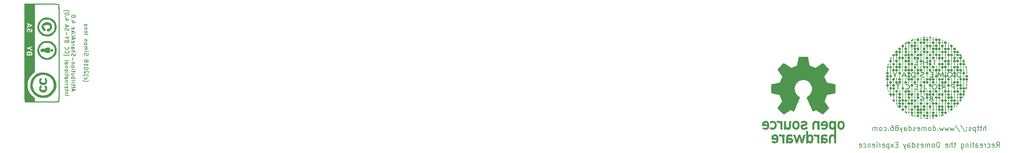
<source format=gbr>
G04 #@! TF.FileFunction,Legend,Bot*
%FSLAX46Y46*%
G04 Gerber Fmt 4.6, Leading zero omitted, Abs format (unit mm)*
G04 Created by KiCad (PCBNEW 4.0.7) date 05/04/18 04:30:26*
%MOMM*%
%LPD*%
G01*
G04 APERTURE LIST*
%ADD10C,0.100000*%
%ADD11C,0.150000*%
%ADD12C,0.200000*%
%ADD13C,0.010000*%
G04 APERTURE END LIST*
D10*
D11*
X70983667Y-144739428D02*
X71031286Y-144787048D01*
X71174143Y-144882286D01*
X71269381Y-144929905D01*
X71412238Y-144977524D01*
X71650333Y-145025143D01*
X71840810Y-145025143D01*
X72078905Y-144977524D01*
X72221762Y-144929905D01*
X72317000Y-144882286D01*
X72459857Y-144787048D01*
X72507476Y-144739428D01*
X71412238Y-143929904D02*
X71364619Y-144025142D01*
X71364619Y-144215619D01*
X71412238Y-144310857D01*
X71459857Y-144358476D01*
X71555095Y-144406095D01*
X71840810Y-144406095D01*
X71936048Y-144358476D01*
X71983667Y-144310857D01*
X72031286Y-144215619D01*
X72031286Y-144025142D01*
X71983667Y-143929904D01*
X70983667Y-143596571D02*
X71031286Y-143548952D01*
X71174143Y-143453714D01*
X71269381Y-143406095D01*
X71412238Y-143358476D01*
X71650333Y-143310857D01*
X71840810Y-143310857D01*
X72078905Y-143358476D01*
X72221762Y-143406095D01*
X72317000Y-143453714D01*
X72459857Y-143548952D01*
X72507476Y-143596571D01*
X72269381Y-142882285D02*
X72317000Y-142834666D01*
X72364619Y-142739428D01*
X72364619Y-142501332D01*
X72317000Y-142406094D01*
X72269381Y-142358475D01*
X72174143Y-142310856D01*
X72078905Y-142310856D01*
X71936048Y-142358475D01*
X71364619Y-142929904D01*
X71364619Y-142310856D01*
X72364619Y-141691809D02*
X72364619Y-141596570D01*
X72317000Y-141501332D01*
X72269381Y-141453713D01*
X72174143Y-141406094D01*
X71983667Y-141358475D01*
X71745571Y-141358475D01*
X71555095Y-141406094D01*
X71459857Y-141453713D01*
X71412238Y-141501332D01*
X71364619Y-141596570D01*
X71364619Y-141691809D01*
X71412238Y-141787047D01*
X71459857Y-141834666D01*
X71555095Y-141882285D01*
X71745571Y-141929904D01*
X71983667Y-141929904D01*
X72174143Y-141882285D01*
X72269381Y-141834666D01*
X72317000Y-141787047D01*
X72364619Y-141691809D01*
X71364619Y-140406094D02*
X71364619Y-140977523D01*
X71364619Y-140691809D02*
X72364619Y-140691809D01*
X72221762Y-140787047D01*
X72126524Y-140882285D01*
X72078905Y-140977523D01*
X71936048Y-139834666D02*
X71983667Y-139929904D01*
X72031286Y-139977523D01*
X72126524Y-140025142D01*
X72174143Y-140025142D01*
X72269381Y-139977523D01*
X72317000Y-139929904D01*
X72364619Y-139834666D01*
X72364619Y-139644189D01*
X72317000Y-139548951D01*
X72269381Y-139501332D01*
X72174143Y-139453713D01*
X72126524Y-139453713D01*
X72031286Y-139501332D01*
X71983667Y-139548951D01*
X71936048Y-139644189D01*
X71936048Y-139834666D01*
X71888429Y-139929904D01*
X71840810Y-139977523D01*
X71745571Y-140025142D01*
X71555095Y-140025142D01*
X71459857Y-139977523D01*
X71412238Y-139929904D01*
X71364619Y-139834666D01*
X71364619Y-139644189D01*
X71412238Y-139548951D01*
X71459857Y-139501332D01*
X71555095Y-139453713D01*
X71745571Y-139453713D01*
X71840810Y-139501332D01*
X71888429Y-139548951D01*
X71936048Y-139644189D01*
X71412238Y-138310856D02*
X71364619Y-138167999D01*
X71364619Y-137929903D01*
X71412238Y-137834665D01*
X71459857Y-137787046D01*
X71555095Y-137739427D01*
X71650333Y-137739427D01*
X71745571Y-137787046D01*
X71793190Y-137834665D01*
X71840810Y-137929903D01*
X71888429Y-138120380D01*
X71936048Y-138215618D01*
X71983667Y-138263237D01*
X72078905Y-138310856D01*
X72174143Y-138310856D01*
X72269381Y-138263237D01*
X72317000Y-138215618D01*
X72364619Y-138120380D01*
X72364619Y-137882284D01*
X72317000Y-137739427D01*
X71364619Y-137310856D02*
X72031286Y-137310856D01*
X72364619Y-137310856D02*
X72317000Y-137358475D01*
X72269381Y-137310856D01*
X72317000Y-137263237D01*
X72364619Y-137310856D01*
X72269381Y-137310856D01*
X71364619Y-136834666D02*
X72031286Y-136834666D01*
X71936048Y-136834666D02*
X71983667Y-136787047D01*
X72031286Y-136691809D01*
X72031286Y-136548951D01*
X71983667Y-136453713D01*
X71888429Y-136406094D01*
X71364619Y-136406094D01*
X71888429Y-136406094D02*
X71983667Y-136358475D01*
X72031286Y-136263237D01*
X72031286Y-136120380D01*
X71983667Y-136025142D01*
X71888429Y-135977523D01*
X71364619Y-135977523D01*
X71364619Y-135358476D02*
X71412238Y-135453714D01*
X71459857Y-135501333D01*
X71555095Y-135548952D01*
X71840810Y-135548952D01*
X71936048Y-135501333D01*
X71983667Y-135453714D01*
X72031286Y-135358476D01*
X72031286Y-135215618D01*
X71983667Y-135120380D01*
X71936048Y-135072761D01*
X71840810Y-135025142D01*
X71555095Y-135025142D01*
X71459857Y-135072761D01*
X71412238Y-135120380D01*
X71364619Y-135215618D01*
X71364619Y-135358476D01*
X72031286Y-134596571D02*
X71364619Y-134596571D01*
X71936048Y-134596571D02*
X71983667Y-134548952D01*
X72031286Y-134453714D01*
X72031286Y-134310856D01*
X71983667Y-134215618D01*
X71888429Y-134167999D01*
X71364619Y-134167999D01*
X71364619Y-132929904D02*
X72364619Y-132929904D01*
X72031286Y-132453714D02*
X71364619Y-132453714D01*
X71936048Y-132453714D02*
X71983667Y-132406095D01*
X72031286Y-132310857D01*
X72031286Y-132167999D01*
X71983667Y-132072761D01*
X71888429Y-132025142D01*
X71364619Y-132025142D01*
X72031286Y-131548952D02*
X71364619Y-131548952D01*
X71936048Y-131548952D02*
X71983667Y-131501333D01*
X72031286Y-131406095D01*
X72031286Y-131263237D01*
X71983667Y-131167999D01*
X71888429Y-131120380D01*
X71364619Y-131120380D01*
X71412238Y-130691809D02*
X71364619Y-130596571D01*
X71364619Y-130406095D01*
X71412238Y-130310856D01*
X71507476Y-130263237D01*
X71555095Y-130263237D01*
X71650333Y-130310856D01*
X71697952Y-130406095D01*
X71697952Y-130548952D01*
X71745571Y-130644190D01*
X71840810Y-130691809D01*
X71888429Y-130691809D01*
X71983667Y-130644190D01*
X72031286Y-130548952D01*
X72031286Y-130406095D01*
X71983667Y-130310856D01*
X68350333Y-147429906D02*
X68350333Y-146953715D01*
X68064619Y-147525144D02*
X69064619Y-147191811D01*
X68064619Y-146858477D01*
X68731286Y-146668001D02*
X68731286Y-146287049D01*
X69064619Y-146525144D02*
X68207476Y-146525144D01*
X68112238Y-146477525D01*
X68064619Y-146382287D01*
X68064619Y-146287049D01*
X68731286Y-146096572D02*
X68731286Y-145715620D01*
X69064619Y-145953715D02*
X68207476Y-145953715D01*
X68112238Y-145906096D01*
X68064619Y-145810858D01*
X68064619Y-145715620D01*
X68064619Y-145382286D02*
X68731286Y-145382286D01*
X68540810Y-145382286D02*
X68636048Y-145334667D01*
X68683667Y-145287048D01*
X68731286Y-145191810D01*
X68731286Y-145096571D01*
X68064619Y-144763238D02*
X68731286Y-144763238D01*
X69064619Y-144763238D02*
X69017000Y-144810857D01*
X68969381Y-144763238D01*
X69017000Y-144715619D01*
X69064619Y-144763238D01*
X68969381Y-144763238D01*
X68064619Y-144287048D02*
X69064619Y-144287048D01*
X68683667Y-144287048D02*
X68731286Y-144191810D01*
X68731286Y-144001333D01*
X68683667Y-143906095D01*
X68636048Y-143858476D01*
X68540810Y-143810857D01*
X68255095Y-143810857D01*
X68159857Y-143858476D01*
X68112238Y-143906095D01*
X68064619Y-144001333D01*
X68064619Y-144191810D01*
X68112238Y-144287048D01*
X68731286Y-142953714D02*
X68064619Y-142953714D01*
X68731286Y-143382286D02*
X68207476Y-143382286D01*
X68112238Y-143334667D01*
X68064619Y-143239429D01*
X68064619Y-143096571D01*
X68112238Y-143001333D01*
X68159857Y-142953714D01*
X68731286Y-142620381D02*
X68731286Y-142239429D01*
X69064619Y-142477524D02*
X68207476Y-142477524D01*
X68112238Y-142429905D01*
X68064619Y-142334667D01*
X68064619Y-142239429D01*
X68064619Y-141906095D02*
X68731286Y-141906095D01*
X69064619Y-141906095D02*
X69017000Y-141953714D01*
X68969381Y-141906095D01*
X69017000Y-141858476D01*
X69064619Y-141906095D01*
X68969381Y-141906095D01*
X68064619Y-141287048D02*
X68112238Y-141382286D01*
X68159857Y-141429905D01*
X68255095Y-141477524D01*
X68540810Y-141477524D01*
X68636048Y-141429905D01*
X68683667Y-141382286D01*
X68731286Y-141287048D01*
X68731286Y-141144190D01*
X68683667Y-141048952D01*
X68636048Y-141001333D01*
X68540810Y-140953714D01*
X68255095Y-140953714D01*
X68159857Y-141001333D01*
X68112238Y-141048952D01*
X68064619Y-141144190D01*
X68064619Y-141287048D01*
X68731286Y-140525143D02*
X68064619Y-140525143D01*
X68636048Y-140525143D02*
X68683667Y-140477524D01*
X68731286Y-140382286D01*
X68731286Y-140239428D01*
X68683667Y-140144190D01*
X68588429Y-140096571D01*
X68064619Y-140096571D01*
X68445571Y-139620381D02*
X68445571Y-138858476D01*
X68112238Y-138429905D02*
X68064619Y-138287048D01*
X68064619Y-138048952D01*
X68112238Y-137953714D01*
X68159857Y-137906095D01*
X68255095Y-137858476D01*
X68350333Y-137858476D01*
X68445571Y-137906095D01*
X68493190Y-137953714D01*
X68540810Y-138048952D01*
X68588429Y-138239429D01*
X68636048Y-138334667D01*
X68683667Y-138382286D01*
X68778905Y-138429905D01*
X68874143Y-138429905D01*
X68969381Y-138382286D01*
X69017000Y-138334667D01*
X69064619Y-138239429D01*
X69064619Y-138001333D01*
X69017000Y-137858476D01*
X68064619Y-137429905D02*
X69064619Y-137429905D01*
X68064619Y-137001333D02*
X68588429Y-137001333D01*
X68683667Y-137048952D01*
X68731286Y-137144190D01*
X68731286Y-137287048D01*
X68683667Y-137382286D01*
X68636048Y-137429905D01*
X68064619Y-136096571D02*
X68588429Y-136096571D01*
X68683667Y-136144190D01*
X68731286Y-136239428D01*
X68731286Y-136429905D01*
X68683667Y-136525143D01*
X68112238Y-136096571D02*
X68064619Y-136191809D01*
X68064619Y-136429905D01*
X68112238Y-136525143D01*
X68207476Y-136572762D01*
X68302714Y-136572762D01*
X68397952Y-136525143D01*
X68445571Y-136429905D01*
X68445571Y-136191809D01*
X68493190Y-136096571D01*
X68064619Y-135620381D02*
X68731286Y-135620381D01*
X68540810Y-135620381D02*
X68636048Y-135572762D01*
X68683667Y-135525143D01*
X68731286Y-135429905D01*
X68731286Y-135334666D01*
X68112238Y-134620380D02*
X68064619Y-134715618D01*
X68064619Y-134906095D01*
X68112238Y-135001333D01*
X68207476Y-135048952D01*
X68588429Y-135048952D01*
X68683667Y-135001333D01*
X68731286Y-134906095D01*
X68731286Y-134715618D01*
X68683667Y-134620380D01*
X68588429Y-134572761D01*
X68493190Y-134572761D01*
X68397952Y-135048952D01*
X68350333Y-134191809D02*
X68350333Y-133715618D01*
X68064619Y-134287047D02*
X69064619Y-133953714D01*
X68064619Y-133620380D01*
X68064619Y-133144190D02*
X68112238Y-133239428D01*
X68207476Y-133287047D01*
X69064619Y-133287047D01*
X68064619Y-132763237D02*
X68731286Y-132763237D01*
X69064619Y-132763237D02*
X69017000Y-132810856D01*
X68969381Y-132763237D01*
X69017000Y-132715618D01*
X69064619Y-132763237D01*
X68969381Y-132763237D01*
X68064619Y-132287047D02*
X69064619Y-132287047D01*
X68445571Y-132191809D02*
X68064619Y-131906094D01*
X68731286Y-131906094D02*
X68350333Y-132287047D01*
X68112238Y-131096570D02*
X68064619Y-131191808D01*
X68064619Y-131382285D01*
X68112238Y-131477523D01*
X68207476Y-131525142D01*
X68588429Y-131525142D01*
X68683667Y-131477523D01*
X68731286Y-131382285D01*
X68731286Y-131191808D01*
X68683667Y-131096570D01*
X68588429Y-131048951D01*
X68493190Y-131048951D01*
X68397952Y-131525142D01*
X68731286Y-129429903D02*
X68064619Y-129429903D01*
X69112238Y-129667999D02*
X68397952Y-129906094D01*
X68397952Y-129287046D01*
X68159857Y-128906094D02*
X68112238Y-128858475D01*
X68064619Y-128906094D01*
X68112238Y-128953713D01*
X68159857Y-128906094D01*
X68064619Y-128906094D01*
X69064619Y-128239428D02*
X69064619Y-128144189D01*
X69017000Y-128048951D01*
X68969381Y-128001332D01*
X68874143Y-127953713D01*
X68683667Y-127906094D01*
X68445571Y-127906094D01*
X68255095Y-127953713D01*
X68159857Y-128001332D01*
X68112238Y-128048951D01*
X68064619Y-128144189D01*
X68064619Y-128239428D01*
X68112238Y-128334666D01*
X68159857Y-128382285D01*
X68255095Y-128429904D01*
X68445571Y-128477523D01*
X68683667Y-128477523D01*
X68874143Y-128429904D01*
X68969381Y-128382285D01*
X69017000Y-128334666D01*
X69064619Y-128239428D01*
X66414619Y-148644192D02*
X67414619Y-148644192D01*
X67081286Y-148168002D02*
X66414619Y-148168002D01*
X66986048Y-148168002D02*
X67033667Y-148120383D01*
X67081286Y-148025145D01*
X67081286Y-147882287D01*
X67033667Y-147787049D01*
X66938429Y-147739430D01*
X66414619Y-147739430D01*
X67081286Y-147406097D02*
X67081286Y-147025145D01*
X67414619Y-147263240D02*
X66557476Y-147263240D01*
X66462238Y-147215621D01*
X66414619Y-147120383D01*
X66414619Y-147025145D01*
X66462238Y-146310858D02*
X66414619Y-146406096D01*
X66414619Y-146596573D01*
X66462238Y-146691811D01*
X66557476Y-146739430D01*
X66938429Y-146739430D01*
X67033667Y-146691811D01*
X67081286Y-146596573D01*
X67081286Y-146406096D01*
X67033667Y-146310858D01*
X66938429Y-146263239D01*
X66843190Y-146263239D01*
X66747952Y-146739430D01*
X66414619Y-145834668D02*
X67081286Y-145834668D01*
X66890810Y-145834668D02*
X66986048Y-145787049D01*
X67033667Y-145739430D01*
X67081286Y-145644192D01*
X67081286Y-145548953D01*
X67081286Y-145215620D02*
X66414619Y-145215620D01*
X66986048Y-145215620D02*
X67033667Y-145168001D01*
X67081286Y-145072763D01*
X67081286Y-144929905D01*
X67033667Y-144834667D01*
X66938429Y-144787048D01*
X66414619Y-144787048D01*
X66414619Y-143882286D02*
X66938429Y-143882286D01*
X67033667Y-143929905D01*
X67081286Y-144025143D01*
X67081286Y-144215620D01*
X67033667Y-144310858D01*
X66462238Y-143882286D02*
X66414619Y-143977524D01*
X66414619Y-144215620D01*
X66462238Y-144310858D01*
X66557476Y-144358477D01*
X66652714Y-144358477D01*
X66747952Y-144310858D01*
X66795571Y-144215620D01*
X66795571Y-143977524D01*
X66843190Y-143882286D01*
X67081286Y-143548953D02*
X67081286Y-143168001D01*
X67414619Y-143406096D02*
X66557476Y-143406096D01*
X66462238Y-143358477D01*
X66414619Y-143263239D01*
X66414619Y-143168001D01*
X66414619Y-142834667D02*
X67081286Y-142834667D01*
X67414619Y-142834667D02*
X67367000Y-142882286D01*
X67319381Y-142834667D01*
X67367000Y-142787048D01*
X67414619Y-142834667D01*
X67319381Y-142834667D01*
X66414619Y-142215620D02*
X66462238Y-142310858D01*
X66509857Y-142358477D01*
X66605095Y-142406096D01*
X66890810Y-142406096D01*
X66986048Y-142358477D01*
X67033667Y-142310858D01*
X67081286Y-142215620D01*
X67081286Y-142072762D01*
X67033667Y-141977524D01*
X66986048Y-141929905D01*
X66890810Y-141882286D01*
X66605095Y-141882286D01*
X66509857Y-141929905D01*
X66462238Y-141977524D01*
X66414619Y-142072762D01*
X66414619Y-142215620D01*
X67081286Y-141453715D02*
X66414619Y-141453715D01*
X66986048Y-141453715D02*
X67033667Y-141406096D01*
X67081286Y-141310858D01*
X67081286Y-141168000D01*
X67033667Y-141072762D01*
X66938429Y-141025143D01*
X66414619Y-141025143D01*
X66414619Y-140120381D02*
X66938429Y-140120381D01*
X67033667Y-140168000D01*
X67081286Y-140263238D01*
X67081286Y-140453715D01*
X67033667Y-140548953D01*
X66462238Y-140120381D02*
X66414619Y-140215619D01*
X66414619Y-140453715D01*
X66462238Y-140548953D01*
X66557476Y-140596572D01*
X66652714Y-140596572D01*
X66747952Y-140548953D01*
X66795571Y-140453715D01*
X66795571Y-140215619D01*
X66843190Y-140120381D01*
X66414619Y-139501334D02*
X66462238Y-139596572D01*
X66557476Y-139644191D01*
X67414619Y-139644191D01*
X66033667Y-138072761D02*
X66081286Y-138120381D01*
X66224143Y-138215619D01*
X66319381Y-138263238D01*
X66462238Y-138310857D01*
X66700333Y-138358476D01*
X66890810Y-138358476D01*
X67128905Y-138310857D01*
X67271762Y-138263238D01*
X67367000Y-138215619D01*
X67509857Y-138120381D01*
X67557476Y-138072761D01*
X66509857Y-137120380D02*
X66462238Y-137167999D01*
X66414619Y-137310856D01*
X66414619Y-137406094D01*
X66462238Y-137548952D01*
X66557476Y-137644190D01*
X66652714Y-137691809D01*
X66843190Y-137739428D01*
X66986048Y-137739428D01*
X67176524Y-137691809D01*
X67271762Y-137644190D01*
X67367000Y-137548952D01*
X67414619Y-137406094D01*
X67414619Y-137310856D01*
X67367000Y-137167999D01*
X67319381Y-137120380D01*
X66509857Y-136120380D02*
X66462238Y-136167999D01*
X66414619Y-136310856D01*
X66414619Y-136406094D01*
X66462238Y-136548952D01*
X66557476Y-136644190D01*
X66652714Y-136691809D01*
X66843190Y-136739428D01*
X66986048Y-136739428D01*
X67176524Y-136691809D01*
X67271762Y-136644190D01*
X67367000Y-136548952D01*
X67414619Y-136406094D01*
X67414619Y-136310856D01*
X67367000Y-136167999D01*
X67319381Y-136120380D01*
X66938429Y-134596570D02*
X66890810Y-134453713D01*
X66843190Y-134406094D01*
X66747952Y-134358475D01*
X66605095Y-134358475D01*
X66509857Y-134406094D01*
X66462238Y-134453713D01*
X66414619Y-134548951D01*
X66414619Y-134929904D01*
X67414619Y-134929904D01*
X67414619Y-134596570D01*
X67367000Y-134501332D01*
X67319381Y-134453713D01*
X67224143Y-134406094D01*
X67128905Y-134406094D01*
X67033667Y-134453713D01*
X66986048Y-134501332D01*
X66938429Y-134596570D01*
X66938429Y-134929904D01*
X66890810Y-133739428D02*
X66414619Y-133739428D01*
X67414619Y-134072761D02*
X66890810Y-133739428D01*
X67414619Y-133406094D01*
X66795571Y-133072761D02*
X66795571Y-132310856D01*
X66462238Y-131882285D02*
X66414619Y-131739428D01*
X66414619Y-131501332D01*
X66462238Y-131406094D01*
X66509857Y-131358475D01*
X66605095Y-131310856D01*
X66700333Y-131310856D01*
X66795571Y-131358475D01*
X66843190Y-131406094D01*
X66890810Y-131501332D01*
X66938429Y-131691809D01*
X66986048Y-131787047D01*
X67033667Y-131834666D01*
X67128905Y-131882285D01*
X67224143Y-131882285D01*
X67319381Y-131834666D01*
X67367000Y-131787047D01*
X67414619Y-131691809D01*
X67414619Y-131453713D01*
X67367000Y-131310856D01*
X66700333Y-130929904D02*
X66700333Y-130453713D01*
X66414619Y-131025142D02*
X67414619Y-130691809D01*
X66414619Y-130358475D01*
X67081286Y-128834665D02*
X66414619Y-128834665D01*
X67462238Y-129072761D02*
X66747952Y-129310856D01*
X66747952Y-128691808D01*
X66509857Y-128310856D02*
X66462238Y-128263237D01*
X66414619Y-128310856D01*
X66462238Y-128358475D01*
X66509857Y-128310856D01*
X66414619Y-128310856D01*
X67414619Y-127644190D02*
X67414619Y-127548951D01*
X67367000Y-127453713D01*
X67319381Y-127406094D01*
X67224143Y-127358475D01*
X67033667Y-127310856D01*
X66795571Y-127310856D01*
X66605095Y-127358475D01*
X66509857Y-127406094D01*
X66462238Y-127453713D01*
X66414619Y-127548951D01*
X66414619Y-127644190D01*
X66462238Y-127739428D01*
X66509857Y-127787047D01*
X66605095Y-127834666D01*
X66795571Y-127882285D01*
X67033667Y-127882285D01*
X67224143Y-127834666D01*
X67319381Y-127787047D01*
X67367000Y-127739428D01*
X67414619Y-127644190D01*
X66033667Y-126977523D02*
X66081286Y-126929904D01*
X66224143Y-126834666D01*
X66319381Y-126787047D01*
X66462238Y-126739428D01*
X66700333Y-126691809D01*
X66890810Y-126691809D01*
X67128905Y-126739428D01*
X67271762Y-126787047D01*
X67367000Y-126834666D01*
X67509857Y-126929904D01*
X67557476Y-126977523D01*
D12*
X302933665Y-157696095D02*
X302933665Y-156396095D01*
X302376522Y-157696095D02*
X302376522Y-157015143D01*
X302438427Y-156891333D01*
X302562237Y-156829429D01*
X302747951Y-156829429D01*
X302871760Y-156891333D01*
X302933665Y-156953238D01*
X301943189Y-156829429D02*
X301447951Y-156829429D01*
X301757475Y-156396095D02*
X301757475Y-157510381D01*
X301695570Y-157634190D01*
X301571761Y-157696095D01*
X301447951Y-157696095D01*
X301200332Y-156829429D02*
X300705094Y-156829429D01*
X301014618Y-156396095D02*
X301014618Y-157510381D01*
X300952713Y-157634190D01*
X300828904Y-157696095D01*
X300705094Y-157696095D01*
X300271761Y-156829429D02*
X300271761Y-158129429D01*
X300271761Y-156891333D02*
X300147952Y-156829429D01*
X299900333Y-156829429D01*
X299776523Y-156891333D01*
X299714618Y-156953238D01*
X299652714Y-157077048D01*
X299652714Y-157448476D01*
X299714618Y-157572286D01*
X299776523Y-157634190D01*
X299900333Y-157696095D01*
X300147952Y-157696095D01*
X300271761Y-157634190D01*
X299157476Y-157634190D02*
X299033666Y-157696095D01*
X298786047Y-157696095D01*
X298662238Y-157634190D01*
X298600333Y-157510381D01*
X298600333Y-157448476D01*
X298662238Y-157324667D01*
X298786047Y-157262762D01*
X298971762Y-157262762D01*
X299095571Y-157200857D01*
X299157476Y-157077048D01*
X299157476Y-157015143D01*
X299095571Y-156891333D01*
X298971762Y-156829429D01*
X298786047Y-156829429D01*
X298662238Y-156891333D01*
X298043190Y-157572286D02*
X297981285Y-157634190D01*
X298043190Y-157696095D01*
X298105095Y-157634190D01*
X298043190Y-157572286D01*
X298043190Y-157696095D01*
X298043190Y-156891333D02*
X297981285Y-156953238D01*
X298043190Y-157015143D01*
X298105095Y-156953238D01*
X298043190Y-156891333D01*
X298043190Y-157015143D01*
X296495571Y-156334190D02*
X297609856Y-158005619D01*
X295133666Y-156334190D02*
X296247951Y-158005619D01*
X294824142Y-156829429D02*
X294576523Y-157696095D01*
X294328904Y-157077048D01*
X294081285Y-157696095D01*
X293833666Y-156829429D01*
X293462237Y-156829429D02*
X293214618Y-157696095D01*
X292966999Y-157077048D01*
X292719380Y-157696095D01*
X292471761Y-156829429D01*
X292100332Y-156829429D02*
X291852713Y-157696095D01*
X291605094Y-157077048D01*
X291357475Y-157696095D01*
X291109856Y-156829429D01*
X290614617Y-157572286D02*
X290552712Y-157634190D01*
X290614617Y-157696095D01*
X290676522Y-157634190D01*
X290614617Y-157572286D01*
X290614617Y-157696095D01*
X289438426Y-157696095D02*
X289438426Y-156396095D01*
X289438426Y-157634190D02*
X289562236Y-157696095D01*
X289809855Y-157696095D01*
X289933664Y-157634190D01*
X289995569Y-157572286D01*
X290057474Y-157448476D01*
X290057474Y-157077048D01*
X289995569Y-156953238D01*
X289933664Y-156891333D01*
X289809855Y-156829429D01*
X289562236Y-156829429D01*
X289438426Y-156891333D01*
X288633665Y-157696095D02*
X288757474Y-157634190D01*
X288819379Y-157572286D01*
X288881284Y-157448476D01*
X288881284Y-157077048D01*
X288819379Y-156953238D01*
X288757474Y-156891333D01*
X288633665Y-156829429D01*
X288447951Y-156829429D01*
X288324141Y-156891333D01*
X288262236Y-156953238D01*
X288200332Y-157077048D01*
X288200332Y-157448476D01*
X288262236Y-157572286D01*
X288324141Y-157634190D01*
X288447951Y-157696095D01*
X288633665Y-157696095D01*
X287643189Y-157696095D02*
X287643189Y-156829429D01*
X287643189Y-156953238D02*
X287581284Y-156891333D01*
X287457475Y-156829429D01*
X287271761Y-156829429D01*
X287147951Y-156891333D01*
X287086046Y-157015143D01*
X287086046Y-157696095D01*
X287086046Y-157015143D02*
X287024142Y-156891333D01*
X286900332Y-156829429D01*
X286714618Y-156829429D01*
X286590808Y-156891333D01*
X286528903Y-157015143D01*
X286528903Y-157696095D01*
X285414618Y-157634190D02*
X285538428Y-157696095D01*
X285786047Y-157696095D01*
X285909856Y-157634190D01*
X285971761Y-157510381D01*
X285971761Y-157015143D01*
X285909856Y-156891333D01*
X285786047Y-156829429D01*
X285538428Y-156829429D01*
X285414618Y-156891333D01*
X285352713Y-157015143D01*
X285352713Y-157138952D01*
X285971761Y-157262762D01*
X284857475Y-157634190D02*
X284733665Y-157696095D01*
X284486046Y-157696095D01*
X284362237Y-157634190D01*
X284300332Y-157510381D01*
X284300332Y-157448476D01*
X284362237Y-157324667D01*
X284486046Y-157262762D01*
X284671761Y-157262762D01*
X284795570Y-157200857D01*
X284857475Y-157077048D01*
X284857475Y-157015143D01*
X284795570Y-156891333D01*
X284671761Y-156829429D01*
X284486046Y-156829429D01*
X284362237Y-156891333D01*
X283186046Y-157696095D02*
X283186046Y-156396095D01*
X283186046Y-157634190D02*
X283309856Y-157696095D01*
X283557475Y-157696095D01*
X283681284Y-157634190D01*
X283743189Y-157572286D01*
X283805094Y-157448476D01*
X283805094Y-157077048D01*
X283743189Y-156953238D01*
X283681284Y-156891333D01*
X283557475Y-156829429D01*
X283309856Y-156829429D01*
X283186046Y-156891333D01*
X282009856Y-157696095D02*
X282009856Y-157015143D01*
X282071761Y-156891333D01*
X282195571Y-156829429D01*
X282443190Y-156829429D01*
X282566999Y-156891333D01*
X282009856Y-157634190D02*
X282133666Y-157696095D01*
X282443190Y-157696095D01*
X282566999Y-157634190D01*
X282628904Y-157510381D01*
X282628904Y-157386571D01*
X282566999Y-157262762D01*
X282443190Y-157200857D01*
X282133666Y-157200857D01*
X282009856Y-157138952D01*
X281514619Y-156829429D02*
X281205095Y-157696095D01*
X280895571Y-156829429D02*
X281205095Y-157696095D01*
X281328904Y-158005619D01*
X281390809Y-158067524D01*
X281514619Y-158129429D01*
X280214619Y-156953238D02*
X280338428Y-156891333D01*
X280400333Y-156829429D01*
X280462238Y-156705619D01*
X280462238Y-156643714D01*
X280400333Y-156519905D01*
X280338428Y-156458000D01*
X280214619Y-156396095D01*
X279967000Y-156396095D01*
X279843190Y-156458000D01*
X279781286Y-156519905D01*
X279719381Y-156643714D01*
X279719381Y-156705619D01*
X279781286Y-156829429D01*
X279843190Y-156891333D01*
X279967000Y-156953238D01*
X280214619Y-156953238D01*
X280338428Y-157015143D01*
X280400333Y-157077048D01*
X280462238Y-157200857D01*
X280462238Y-157448476D01*
X280400333Y-157572286D01*
X280338428Y-157634190D01*
X280214619Y-157696095D01*
X279967000Y-157696095D01*
X279843190Y-157634190D01*
X279781286Y-157572286D01*
X279719381Y-157448476D01*
X279719381Y-157200857D01*
X279781286Y-157077048D01*
X279843190Y-157015143D01*
X279967000Y-156953238D01*
X278605095Y-156396095D02*
X278852714Y-156396095D01*
X278976524Y-156458000D01*
X279038429Y-156519905D01*
X279162238Y-156705619D01*
X279224143Y-156953238D01*
X279224143Y-157448476D01*
X279162238Y-157572286D01*
X279100333Y-157634190D01*
X278976524Y-157696095D01*
X278728905Y-157696095D01*
X278605095Y-157634190D01*
X278543191Y-157572286D01*
X278481286Y-157448476D01*
X278481286Y-157138952D01*
X278543191Y-157015143D01*
X278605095Y-156953238D01*
X278728905Y-156891333D01*
X278976524Y-156891333D01*
X279100333Y-156953238D01*
X279162238Y-157015143D01*
X279224143Y-157138952D01*
X277924143Y-157572286D02*
X277862238Y-157634190D01*
X277924143Y-157696095D01*
X277986048Y-157634190D01*
X277924143Y-157572286D01*
X277924143Y-157696095D01*
X276747952Y-157634190D02*
X276871762Y-157696095D01*
X277119381Y-157696095D01*
X277243190Y-157634190D01*
X277305095Y-157572286D01*
X277367000Y-157448476D01*
X277367000Y-157077048D01*
X277305095Y-156953238D01*
X277243190Y-156891333D01*
X277119381Y-156829429D01*
X276871762Y-156829429D01*
X276747952Y-156891333D01*
X276005095Y-157696095D02*
X276128904Y-157634190D01*
X276190809Y-157572286D01*
X276252714Y-157448476D01*
X276252714Y-157077048D01*
X276190809Y-156953238D01*
X276128904Y-156891333D01*
X276005095Y-156829429D01*
X275819381Y-156829429D01*
X275695571Y-156891333D01*
X275633666Y-156953238D01*
X275571762Y-157077048D01*
X275571762Y-157448476D01*
X275633666Y-157572286D01*
X275695571Y-157634190D01*
X275819381Y-157696095D01*
X276005095Y-157696095D01*
X275014619Y-157696095D02*
X275014619Y-156829429D01*
X275014619Y-156953238D02*
X274952714Y-156891333D01*
X274828905Y-156829429D01*
X274643191Y-156829429D01*
X274519381Y-156891333D01*
X274457476Y-157015143D01*
X274457476Y-157696095D01*
X274457476Y-157015143D02*
X274395572Y-156891333D01*
X274271762Y-156829429D01*
X274086048Y-156829429D01*
X273962238Y-156891333D01*
X273900333Y-157015143D01*
X273900333Y-157696095D01*
X305626522Y-161996095D02*
X306059855Y-161377048D01*
X306369379Y-161996095D02*
X306369379Y-160696095D01*
X305874141Y-160696095D01*
X305750332Y-160758000D01*
X305688427Y-160819905D01*
X305626522Y-160943714D01*
X305626522Y-161129429D01*
X305688427Y-161253238D01*
X305750332Y-161315143D01*
X305874141Y-161377048D01*
X306369379Y-161377048D01*
X304574141Y-161934190D02*
X304697951Y-161996095D01*
X304945570Y-161996095D01*
X305069379Y-161934190D01*
X305131284Y-161810381D01*
X305131284Y-161315143D01*
X305069379Y-161191333D01*
X304945570Y-161129429D01*
X304697951Y-161129429D01*
X304574141Y-161191333D01*
X304512236Y-161315143D01*
X304512236Y-161438952D01*
X305131284Y-161562762D01*
X303397950Y-161934190D02*
X303521760Y-161996095D01*
X303769379Y-161996095D01*
X303893188Y-161934190D01*
X303955093Y-161872286D01*
X304016998Y-161748476D01*
X304016998Y-161377048D01*
X303955093Y-161253238D01*
X303893188Y-161191333D01*
X303769379Y-161129429D01*
X303521760Y-161129429D01*
X303397950Y-161191333D01*
X302840807Y-161996095D02*
X302840807Y-161129429D01*
X302840807Y-161377048D02*
X302778902Y-161253238D01*
X302716998Y-161191333D01*
X302593188Y-161129429D01*
X302469379Y-161129429D01*
X301540807Y-161934190D02*
X301664617Y-161996095D01*
X301912236Y-161996095D01*
X302036045Y-161934190D01*
X302097950Y-161810381D01*
X302097950Y-161315143D01*
X302036045Y-161191333D01*
X301912236Y-161129429D01*
X301664617Y-161129429D01*
X301540807Y-161191333D01*
X301478902Y-161315143D01*
X301478902Y-161438952D01*
X302097950Y-161562762D01*
X300364616Y-161996095D02*
X300364616Y-161315143D01*
X300426521Y-161191333D01*
X300550331Y-161129429D01*
X300797950Y-161129429D01*
X300921759Y-161191333D01*
X300364616Y-161934190D02*
X300488426Y-161996095D01*
X300797950Y-161996095D01*
X300921759Y-161934190D01*
X300983664Y-161810381D01*
X300983664Y-161686571D01*
X300921759Y-161562762D01*
X300797950Y-161500857D01*
X300488426Y-161500857D01*
X300364616Y-161438952D01*
X299931283Y-161129429D02*
X299436045Y-161129429D01*
X299745569Y-160696095D02*
X299745569Y-161810381D01*
X299683664Y-161934190D01*
X299559855Y-161996095D01*
X299436045Y-161996095D01*
X299002712Y-161996095D02*
X299002712Y-161129429D01*
X299002712Y-160696095D02*
X299064617Y-160758000D01*
X299002712Y-160819905D01*
X298940807Y-160758000D01*
X299002712Y-160696095D01*
X299002712Y-160819905D01*
X298383664Y-161129429D02*
X298383664Y-161996095D01*
X298383664Y-161253238D02*
X298321759Y-161191333D01*
X298197950Y-161129429D01*
X298012236Y-161129429D01*
X297888426Y-161191333D01*
X297826521Y-161315143D01*
X297826521Y-161996095D01*
X296650331Y-161129429D02*
X296650331Y-162181810D01*
X296712236Y-162305619D01*
X296774141Y-162367524D01*
X296897950Y-162429429D01*
X297083665Y-162429429D01*
X297207474Y-162367524D01*
X296650331Y-161934190D02*
X296774141Y-161996095D01*
X297021760Y-161996095D01*
X297145569Y-161934190D01*
X297207474Y-161872286D01*
X297269379Y-161748476D01*
X297269379Y-161377048D01*
X297207474Y-161253238D01*
X297145569Y-161191333D01*
X297021760Y-161129429D01*
X296774141Y-161129429D01*
X296650331Y-161191333D01*
X295226522Y-161129429D02*
X294731284Y-161129429D01*
X295040808Y-160696095D02*
X295040808Y-161810381D01*
X294978903Y-161934190D01*
X294855094Y-161996095D01*
X294731284Y-161996095D01*
X294297951Y-161996095D02*
X294297951Y-160696095D01*
X293740808Y-161996095D02*
X293740808Y-161315143D01*
X293802713Y-161191333D01*
X293926523Y-161129429D01*
X294112237Y-161129429D01*
X294236046Y-161191333D01*
X294297951Y-161253238D01*
X292626523Y-161934190D02*
X292750333Y-161996095D01*
X292997952Y-161996095D01*
X293121761Y-161934190D01*
X293183666Y-161810381D01*
X293183666Y-161315143D01*
X293121761Y-161191333D01*
X292997952Y-161129429D01*
X292750333Y-161129429D01*
X292626523Y-161191333D01*
X292564618Y-161315143D01*
X292564618Y-161438952D01*
X293183666Y-161562762D01*
X291016999Y-161996095D02*
X291016999Y-160696095D01*
X290707475Y-160696095D01*
X290521761Y-160758000D01*
X290397952Y-160881810D01*
X290336047Y-161005619D01*
X290274142Y-161253238D01*
X290274142Y-161438952D01*
X290336047Y-161686571D01*
X290397952Y-161810381D01*
X290521761Y-161934190D01*
X290707475Y-161996095D01*
X291016999Y-161996095D01*
X289531285Y-161996095D02*
X289655094Y-161934190D01*
X289716999Y-161872286D01*
X289778904Y-161748476D01*
X289778904Y-161377048D01*
X289716999Y-161253238D01*
X289655094Y-161191333D01*
X289531285Y-161129429D01*
X289345571Y-161129429D01*
X289221761Y-161191333D01*
X289159856Y-161253238D01*
X289097952Y-161377048D01*
X289097952Y-161748476D01*
X289159856Y-161872286D01*
X289221761Y-161934190D01*
X289345571Y-161996095D01*
X289531285Y-161996095D01*
X288540809Y-161996095D02*
X288540809Y-161129429D01*
X288540809Y-161253238D02*
X288478904Y-161191333D01*
X288355095Y-161129429D01*
X288169381Y-161129429D01*
X288045571Y-161191333D01*
X287983666Y-161315143D01*
X287983666Y-161996095D01*
X287983666Y-161315143D02*
X287921762Y-161191333D01*
X287797952Y-161129429D01*
X287612238Y-161129429D01*
X287488428Y-161191333D01*
X287426523Y-161315143D01*
X287426523Y-161996095D01*
X286312238Y-161934190D02*
X286436048Y-161996095D01*
X286683667Y-161996095D01*
X286807476Y-161934190D01*
X286869381Y-161810381D01*
X286869381Y-161315143D01*
X286807476Y-161191333D01*
X286683667Y-161129429D01*
X286436048Y-161129429D01*
X286312238Y-161191333D01*
X286250333Y-161315143D01*
X286250333Y-161438952D01*
X286869381Y-161562762D01*
X285755095Y-161934190D02*
X285631285Y-161996095D01*
X285383666Y-161996095D01*
X285259857Y-161934190D01*
X285197952Y-161810381D01*
X285197952Y-161748476D01*
X285259857Y-161624667D01*
X285383666Y-161562762D01*
X285569381Y-161562762D01*
X285693190Y-161500857D01*
X285755095Y-161377048D01*
X285755095Y-161315143D01*
X285693190Y-161191333D01*
X285569381Y-161129429D01*
X285383666Y-161129429D01*
X285259857Y-161191333D01*
X284083666Y-161996095D02*
X284083666Y-160696095D01*
X284083666Y-161934190D02*
X284207476Y-161996095D01*
X284455095Y-161996095D01*
X284578904Y-161934190D01*
X284640809Y-161872286D01*
X284702714Y-161748476D01*
X284702714Y-161377048D01*
X284640809Y-161253238D01*
X284578904Y-161191333D01*
X284455095Y-161129429D01*
X284207476Y-161129429D01*
X284083666Y-161191333D01*
X282907476Y-161996095D02*
X282907476Y-161315143D01*
X282969381Y-161191333D01*
X283093191Y-161129429D01*
X283340810Y-161129429D01*
X283464619Y-161191333D01*
X282907476Y-161934190D02*
X283031286Y-161996095D01*
X283340810Y-161996095D01*
X283464619Y-161934190D01*
X283526524Y-161810381D01*
X283526524Y-161686571D01*
X283464619Y-161562762D01*
X283340810Y-161500857D01*
X283031286Y-161500857D01*
X282907476Y-161438952D01*
X282412239Y-161129429D02*
X282102715Y-161996095D01*
X281793191Y-161129429D02*
X282102715Y-161996095D01*
X282226524Y-162305619D01*
X282288429Y-162367524D01*
X282412239Y-162429429D01*
X280307477Y-161315143D02*
X279874144Y-161315143D01*
X279688430Y-161996095D02*
X280307477Y-161996095D01*
X280307477Y-160696095D01*
X279688430Y-160696095D01*
X279255097Y-161996095D02*
X278574144Y-161129429D01*
X279255097Y-161129429D02*
X278574144Y-161996095D01*
X278078906Y-161129429D02*
X278078906Y-162429429D01*
X278078906Y-161191333D02*
X277955097Y-161129429D01*
X277707478Y-161129429D01*
X277583668Y-161191333D01*
X277521763Y-161253238D01*
X277459859Y-161377048D01*
X277459859Y-161748476D01*
X277521763Y-161872286D01*
X277583668Y-161934190D01*
X277707478Y-161996095D01*
X277955097Y-161996095D01*
X278078906Y-161934190D01*
X276407478Y-161934190D02*
X276531288Y-161996095D01*
X276778907Y-161996095D01*
X276902716Y-161934190D01*
X276964621Y-161810381D01*
X276964621Y-161315143D01*
X276902716Y-161191333D01*
X276778907Y-161129429D01*
X276531288Y-161129429D01*
X276407478Y-161191333D01*
X276345573Y-161315143D01*
X276345573Y-161438952D01*
X276964621Y-161562762D01*
X275788430Y-161996095D02*
X275788430Y-161129429D01*
X275788430Y-161377048D02*
X275726525Y-161253238D01*
X275664621Y-161191333D01*
X275540811Y-161129429D01*
X275417002Y-161129429D01*
X274983668Y-161996095D02*
X274983668Y-161129429D01*
X274983668Y-160696095D02*
X275045573Y-160758000D01*
X274983668Y-160819905D01*
X274921763Y-160758000D01*
X274983668Y-160696095D01*
X274983668Y-160819905D01*
X273869382Y-161934190D02*
X273993192Y-161996095D01*
X274240811Y-161996095D01*
X274364620Y-161934190D01*
X274426525Y-161810381D01*
X274426525Y-161315143D01*
X274364620Y-161191333D01*
X274240811Y-161129429D01*
X273993192Y-161129429D01*
X273869382Y-161191333D01*
X273807477Y-161315143D01*
X273807477Y-161438952D01*
X274426525Y-161562762D01*
X273250334Y-161129429D02*
X273250334Y-161996095D01*
X273250334Y-161253238D02*
X273188429Y-161191333D01*
X273064620Y-161129429D01*
X272878906Y-161129429D01*
X272755096Y-161191333D01*
X272693191Y-161315143D01*
X272693191Y-161996095D01*
X271517001Y-161934190D02*
X271640811Y-161996095D01*
X271888430Y-161996095D01*
X272012239Y-161934190D01*
X272074144Y-161872286D01*
X272136049Y-161748476D01*
X272136049Y-161377048D01*
X272074144Y-161253238D01*
X272012239Y-161191333D01*
X271888430Y-161129429D01*
X271640811Y-161129429D01*
X271517001Y-161191333D01*
X270464620Y-161934190D02*
X270588430Y-161996095D01*
X270836049Y-161996095D01*
X270959858Y-161934190D01*
X271021763Y-161810381D01*
X271021763Y-161315143D01*
X270959858Y-161191333D01*
X270836049Y-161129429D01*
X270588430Y-161129429D01*
X270464620Y-161191333D01*
X270402715Y-161315143D01*
X270402715Y-161438952D01*
X271021763Y-161562762D01*
D13*
G36*
X64939304Y-135979170D02*
X64939143Y-134451470D01*
X64938738Y-133076699D01*
X64937979Y-131846654D01*
X64936755Y-130753133D01*
X64934955Y-129787932D01*
X64932468Y-128942851D01*
X64929184Y-128209687D01*
X64924992Y-127580236D01*
X64919781Y-127046297D01*
X64913439Y-126599668D01*
X64905857Y-126232145D01*
X64896923Y-125935526D01*
X64886526Y-125701610D01*
X64874556Y-125522194D01*
X64860902Y-125389074D01*
X64845453Y-125294050D01*
X64828098Y-125228918D01*
X64808726Y-125185476D01*
X64787226Y-125155521D01*
X64770000Y-125137334D01*
X64727507Y-125099462D01*
X64672752Y-125067700D01*
X64591500Y-125041512D01*
X64469519Y-125020361D01*
X64292574Y-125003708D01*
X64046431Y-124991018D01*
X63716857Y-124981752D01*
X63289618Y-124975375D01*
X62750481Y-124971348D01*
X62085210Y-124969135D01*
X61279574Y-124968198D01*
X60319337Y-124968001D01*
X60282667Y-124968000D01*
X55964667Y-124968000D01*
X55964667Y-137611556D01*
X55965038Y-139061566D01*
X55966125Y-140465335D01*
X55967885Y-141813531D01*
X55970278Y-143096823D01*
X55973262Y-144305881D01*
X55976795Y-145431373D01*
X55980835Y-146463968D01*
X55985342Y-147394334D01*
X55990274Y-148213142D01*
X55995590Y-148911059D01*
X56001248Y-149478755D01*
X56007206Y-149906899D01*
X56013423Y-150186158D01*
X56019857Y-150307203D01*
X56021111Y-150311556D01*
X56114382Y-150322586D01*
X56360725Y-150332903D01*
X56472667Y-150335646D01*
X56472667Y-138351926D01*
X56472667Y-137944136D01*
X56501422Y-137643243D01*
X56575195Y-137399272D01*
X56604468Y-137348173D01*
X56790589Y-137199374D01*
X57017464Y-137165913D01*
X57214145Y-137258012D01*
X57332440Y-137310969D01*
X57437333Y-137252137D01*
X57608223Y-137190704D01*
X57768272Y-137268354D01*
X57898184Y-137455046D01*
X57927677Y-137552412D01*
X57927677Y-137060139D01*
X57797642Y-137018083D01*
X57564984Y-136891152D01*
X57446333Y-136821334D01*
X57149497Y-136675121D01*
X56866600Y-136584650D01*
X56741625Y-136568778D01*
X56548460Y-136548680D01*
X56484728Y-136476486D01*
X56488736Y-136419167D01*
X56582592Y-136301788D01*
X56821071Y-136230907D01*
X56858468Y-136225427D01*
X56858468Y-132418667D01*
X56705680Y-132344694D01*
X56567715Y-132162221D01*
X56483087Y-131930413D01*
X56472667Y-131826000D01*
X56498630Y-131700391D01*
X56498630Y-131233334D01*
X56477254Y-131162297D01*
X56472667Y-131069706D01*
X56543637Y-130914196D01*
X56642000Y-130852334D01*
X56777884Y-130739566D01*
X56811333Y-130553274D01*
X56748571Y-130314685D01*
X56642000Y-130217334D01*
X56514910Y-130101241D01*
X56474750Y-129971205D01*
X56532407Y-129886584D01*
X56579878Y-129878667D01*
X56705532Y-129907536D01*
X56942527Y-129984083D01*
X57244935Y-130093220D01*
X57320711Y-130122036D01*
X57691069Y-130278794D01*
X57903447Y-130413056D01*
X57956552Y-130538080D01*
X57849089Y-130667122D01*
X57579765Y-130813440D01*
X57239463Y-130954742D01*
X56921932Y-131077446D01*
X56670683Y-131172573D01*
X56522460Y-131226303D01*
X56498630Y-131233334D01*
X56498630Y-131700391D01*
X56522092Y-131586881D01*
X56604468Y-131421506D01*
X56781917Y-131277834D01*
X56998633Y-131237139D01*
X57184629Y-131308888D01*
X57213266Y-131339167D01*
X57293148Y-131485936D01*
X57382989Y-131712945D01*
X57399532Y-131762500D01*
X57482247Y-131963908D01*
X57561918Y-132073384D01*
X57579900Y-132080000D01*
X57645493Y-132012010D01*
X57650319Y-131849780D01*
X57597419Y-131655923D01*
X57555372Y-131574702D01*
X57494610Y-131406298D01*
X57570576Y-131334142D01*
X57736090Y-131358246D01*
X57904490Y-131488224D01*
X57982856Y-131706260D01*
X57973423Y-131958429D01*
X57878428Y-132190805D01*
X57700110Y-132349461D01*
X57694870Y-132351895D01*
X57470917Y-132381858D01*
X57281475Y-132249636D01*
X57123751Y-131953043D01*
X57100113Y-131886774D01*
X56996804Y-131695707D01*
X56876412Y-131617193D01*
X56776928Y-131665617D01*
X56744764Y-131752224D01*
X56778221Y-131919372D01*
X56849438Y-132021343D01*
X56957542Y-132187593D01*
X56969673Y-132337863D01*
X56884564Y-132416437D01*
X56858468Y-132418667D01*
X56858468Y-136225427D01*
X56867958Y-136224036D01*
X57164125Y-136144482D01*
X57474481Y-136003376D01*
X57556133Y-135953766D01*
X57762787Y-135833214D01*
X57909171Y-135777557D01*
X57945119Y-135782008D01*
X57995839Y-135929966D01*
X57888918Y-136100207D01*
X57690393Y-136245751D01*
X57384119Y-136426457D01*
X57690393Y-136583585D01*
X57918070Y-136744637D01*
X57996667Y-136908023D01*
X57984286Y-137021919D01*
X57927677Y-137060139D01*
X57927677Y-137552412D01*
X57978664Y-137720739D01*
X57990416Y-138035394D01*
X57982842Y-138101410D01*
X57959509Y-138198417D01*
X57900099Y-138259618D01*
X57770325Y-138295087D01*
X57535895Y-138314901D01*
X57213500Y-138327463D01*
X56472667Y-138351926D01*
X56472667Y-150335646D01*
X56743880Y-150342295D01*
X57247586Y-150350549D01*
X57855582Y-150357454D01*
X58551608Y-150362796D01*
X59319403Y-150366362D01*
X60142707Y-150367941D01*
X60339111Y-150368000D01*
X61298199Y-150367815D01*
X62102289Y-150366893D01*
X62765716Y-150364687D01*
X62922791Y-150363507D01*
X62922791Y-150185918D01*
X62263150Y-150183327D01*
X61566697Y-150178589D01*
X58631667Y-150156334D01*
X58606754Y-149685542D01*
X58580830Y-149401747D01*
X58525638Y-149231844D01*
X58418022Y-149120500D01*
X58352754Y-149078561D01*
X58056529Y-148856767D01*
X57727393Y-148539842D01*
X57414531Y-148180757D01*
X57167128Y-147832480D01*
X57119981Y-147750945D01*
X56827346Y-147042471D01*
X56682322Y-146284406D01*
X56687758Y-145513197D01*
X56846505Y-144765294D01*
X56879141Y-144670033D01*
X57215177Y-143979007D01*
X57699501Y-143367216D01*
X58105575Y-143002000D01*
X58585990Y-142621000D01*
X58587662Y-133879167D01*
X58589333Y-125137334D01*
X61592021Y-125137334D01*
X62384809Y-125137685D01*
X63025144Y-125139335D01*
X63529909Y-125143178D01*
X63915983Y-125150109D01*
X64200249Y-125161022D01*
X64399586Y-125176813D01*
X64530876Y-125198374D01*
X64611000Y-125226603D01*
X64656838Y-125262391D01*
X64682355Y-125301101D01*
X64696219Y-125406032D01*
X64708862Y-125667481D01*
X64720294Y-126086585D01*
X64730522Y-126664479D01*
X64739553Y-127402299D01*
X64747396Y-128301180D01*
X64754060Y-129362259D01*
X64759551Y-130586671D01*
X64763878Y-131975552D01*
X64767049Y-133530037D01*
X64769073Y-135251264D01*
X64769956Y-137140366D01*
X64770000Y-137698720D01*
X64769874Y-139389533D01*
X64769438Y-140919086D01*
X64768603Y-142295452D01*
X64767283Y-143526706D01*
X64765390Y-144620921D01*
X64762837Y-145586170D01*
X64759535Y-146430526D01*
X64755397Y-147162064D01*
X64750336Y-147788856D01*
X64744264Y-148318975D01*
X64737094Y-148760497D01*
X64728737Y-149121493D01*
X64719107Y-149410038D01*
X64708116Y-149634205D01*
X64695676Y-149802067D01*
X64681700Y-149921698D01*
X64666100Y-150001171D01*
X64648789Y-150048559D01*
X64635864Y-150066708D01*
X64583605Y-150102782D01*
X64495457Y-150131477D01*
X64354462Y-150153412D01*
X64143658Y-150169205D01*
X63846084Y-150179475D01*
X63444782Y-150184840D01*
X62922791Y-150185918D01*
X62922791Y-150363507D01*
X63302814Y-150360650D01*
X63727920Y-150354232D01*
X64055368Y-150344887D01*
X64299493Y-150332066D01*
X64474631Y-150315222D01*
X64595115Y-150293807D01*
X64675283Y-150267273D01*
X64729467Y-150235073D01*
X64770000Y-150198667D01*
X64793134Y-150173397D01*
X64814060Y-150140668D01*
X64832887Y-150092279D01*
X64849726Y-150020028D01*
X64864689Y-149915712D01*
X64877886Y-149771128D01*
X64889429Y-149578074D01*
X64899427Y-149328348D01*
X64907992Y-149013747D01*
X64915235Y-148626069D01*
X64921266Y-148157111D01*
X64926197Y-147598672D01*
X64930138Y-146942548D01*
X64933200Y-146180538D01*
X64935494Y-145304438D01*
X64937130Y-144306047D01*
X64938220Y-143177162D01*
X64938875Y-141909580D01*
X64939205Y-140495100D01*
X64939320Y-138925518D01*
X64939333Y-137668000D01*
X64939304Y-135979170D01*
X64939304Y-135979170D01*
G37*
X64939304Y-135979170D02*
X64939143Y-134451470D01*
X64938738Y-133076699D01*
X64937979Y-131846654D01*
X64936755Y-130753133D01*
X64934955Y-129787932D01*
X64932468Y-128942851D01*
X64929184Y-128209687D01*
X64924992Y-127580236D01*
X64919781Y-127046297D01*
X64913439Y-126599668D01*
X64905857Y-126232145D01*
X64896923Y-125935526D01*
X64886526Y-125701610D01*
X64874556Y-125522194D01*
X64860902Y-125389074D01*
X64845453Y-125294050D01*
X64828098Y-125228918D01*
X64808726Y-125185476D01*
X64787226Y-125155521D01*
X64770000Y-125137334D01*
X64727507Y-125099462D01*
X64672752Y-125067700D01*
X64591500Y-125041512D01*
X64469519Y-125020361D01*
X64292574Y-125003708D01*
X64046431Y-124991018D01*
X63716857Y-124981752D01*
X63289618Y-124975375D01*
X62750481Y-124971348D01*
X62085210Y-124969135D01*
X61279574Y-124968198D01*
X60319337Y-124968001D01*
X60282667Y-124968000D01*
X55964667Y-124968000D01*
X55964667Y-137611556D01*
X55965038Y-139061566D01*
X55966125Y-140465335D01*
X55967885Y-141813531D01*
X55970278Y-143096823D01*
X55973262Y-144305881D01*
X55976795Y-145431373D01*
X55980835Y-146463968D01*
X55985342Y-147394334D01*
X55990274Y-148213142D01*
X55995590Y-148911059D01*
X56001248Y-149478755D01*
X56007206Y-149906899D01*
X56013423Y-150186158D01*
X56019857Y-150307203D01*
X56021111Y-150311556D01*
X56114382Y-150322586D01*
X56360725Y-150332903D01*
X56472667Y-150335646D01*
X56472667Y-138351926D01*
X56472667Y-137944136D01*
X56501422Y-137643243D01*
X56575195Y-137399272D01*
X56604468Y-137348173D01*
X56790589Y-137199374D01*
X57017464Y-137165913D01*
X57214145Y-137258012D01*
X57332440Y-137310969D01*
X57437333Y-137252137D01*
X57608223Y-137190704D01*
X57768272Y-137268354D01*
X57898184Y-137455046D01*
X57927677Y-137552412D01*
X57927677Y-137060139D01*
X57797642Y-137018083D01*
X57564984Y-136891152D01*
X57446333Y-136821334D01*
X57149497Y-136675121D01*
X56866600Y-136584650D01*
X56741625Y-136568778D01*
X56548460Y-136548680D01*
X56484728Y-136476486D01*
X56488736Y-136419167D01*
X56582592Y-136301788D01*
X56821071Y-136230907D01*
X56858468Y-136225427D01*
X56858468Y-132418667D01*
X56705680Y-132344694D01*
X56567715Y-132162221D01*
X56483087Y-131930413D01*
X56472667Y-131826000D01*
X56498630Y-131700391D01*
X56498630Y-131233334D01*
X56477254Y-131162297D01*
X56472667Y-131069706D01*
X56543637Y-130914196D01*
X56642000Y-130852334D01*
X56777884Y-130739566D01*
X56811333Y-130553274D01*
X56748571Y-130314685D01*
X56642000Y-130217334D01*
X56514910Y-130101241D01*
X56474750Y-129971205D01*
X56532407Y-129886584D01*
X56579878Y-129878667D01*
X56705532Y-129907536D01*
X56942527Y-129984083D01*
X57244935Y-130093220D01*
X57320711Y-130122036D01*
X57691069Y-130278794D01*
X57903447Y-130413056D01*
X57956552Y-130538080D01*
X57849089Y-130667122D01*
X57579765Y-130813440D01*
X57239463Y-130954742D01*
X56921932Y-131077446D01*
X56670683Y-131172573D01*
X56522460Y-131226303D01*
X56498630Y-131233334D01*
X56498630Y-131700391D01*
X56522092Y-131586881D01*
X56604468Y-131421506D01*
X56781917Y-131277834D01*
X56998633Y-131237139D01*
X57184629Y-131308888D01*
X57213266Y-131339167D01*
X57293148Y-131485936D01*
X57382989Y-131712945D01*
X57399532Y-131762500D01*
X57482247Y-131963908D01*
X57561918Y-132073384D01*
X57579900Y-132080000D01*
X57645493Y-132012010D01*
X57650319Y-131849780D01*
X57597419Y-131655923D01*
X57555372Y-131574702D01*
X57494610Y-131406298D01*
X57570576Y-131334142D01*
X57736090Y-131358246D01*
X57904490Y-131488224D01*
X57982856Y-131706260D01*
X57973423Y-131958429D01*
X57878428Y-132190805D01*
X57700110Y-132349461D01*
X57694870Y-132351895D01*
X57470917Y-132381858D01*
X57281475Y-132249636D01*
X57123751Y-131953043D01*
X57100113Y-131886774D01*
X56996804Y-131695707D01*
X56876412Y-131617193D01*
X56776928Y-131665617D01*
X56744764Y-131752224D01*
X56778221Y-131919372D01*
X56849438Y-132021343D01*
X56957542Y-132187593D01*
X56969673Y-132337863D01*
X56884564Y-132416437D01*
X56858468Y-132418667D01*
X56858468Y-136225427D01*
X56867958Y-136224036D01*
X57164125Y-136144482D01*
X57474481Y-136003376D01*
X57556133Y-135953766D01*
X57762787Y-135833214D01*
X57909171Y-135777557D01*
X57945119Y-135782008D01*
X57995839Y-135929966D01*
X57888918Y-136100207D01*
X57690393Y-136245751D01*
X57384119Y-136426457D01*
X57690393Y-136583585D01*
X57918070Y-136744637D01*
X57996667Y-136908023D01*
X57984286Y-137021919D01*
X57927677Y-137060139D01*
X57927677Y-137552412D01*
X57978664Y-137720739D01*
X57990416Y-138035394D01*
X57982842Y-138101410D01*
X57959509Y-138198417D01*
X57900099Y-138259618D01*
X57770325Y-138295087D01*
X57535895Y-138314901D01*
X57213500Y-138327463D01*
X56472667Y-138351926D01*
X56472667Y-150335646D01*
X56743880Y-150342295D01*
X57247586Y-150350549D01*
X57855582Y-150357454D01*
X58551608Y-150362796D01*
X59319403Y-150366362D01*
X60142707Y-150367941D01*
X60339111Y-150368000D01*
X61298199Y-150367815D01*
X62102289Y-150366893D01*
X62765716Y-150364687D01*
X62922791Y-150363507D01*
X62922791Y-150185918D01*
X62263150Y-150183327D01*
X61566697Y-150178589D01*
X58631667Y-150156334D01*
X58606754Y-149685542D01*
X58580830Y-149401747D01*
X58525638Y-149231844D01*
X58418022Y-149120500D01*
X58352754Y-149078561D01*
X58056529Y-148856767D01*
X57727393Y-148539842D01*
X57414531Y-148180757D01*
X57167128Y-147832480D01*
X57119981Y-147750945D01*
X56827346Y-147042471D01*
X56682322Y-146284406D01*
X56687758Y-145513197D01*
X56846505Y-144765294D01*
X56879141Y-144670033D01*
X57215177Y-143979007D01*
X57699501Y-143367216D01*
X58105575Y-143002000D01*
X58585990Y-142621000D01*
X58587662Y-133879167D01*
X58589333Y-125137334D01*
X61592021Y-125137334D01*
X62384809Y-125137685D01*
X63025144Y-125139335D01*
X63529909Y-125143178D01*
X63915983Y-125150109D01*
X64200249Y-125161022D01*
X64399586Y-125176813D01*
X64530876Y-125198374D01*
X64611000Y-125226603D01*
X64656838Y-125262391D01*
X64682355Y-125301101D01*
X64696219Y-125406032D01*
X64708862Y-125667481D01*
X64720294Y-126086585D01*
X64730522Y-126664479D01*
X64739553Y-127402299D01*
X64747396Y-128301180D01*
X64754060Y-129362259D01*
X64759551Y-130586671D01*
X64763878Y-131975552D01*
X64767049Y-133530037D01*
X64769073Y-135251264D01*
X64769956Y-137140366D01*
X64770000Y-137698720D01*
X64769874Y-139389533D01*
X64769438Y-140919086D01*
X64768603Y-142295452D01*
X64767283Y-143526706D01*
X64765390Y-144620921D01*
X64762837Y-145586170D01*
X64759535Y-146430526D01*
X64755397Y-147162064D01*
X64750336Y-147788856D01*
X64744264Y-148318975D01*
X64737094Y-148760497D01*
X64728737Y-149121493D01*
X64719107Y-149410038D01*
X64708116Y-149634205D01*
X64695676Y-149802067D01*
X64681700Y-149921698D01*
X64666100Y-150001171D01*
X64648789Y-150048559D01*
X64635864Y-150066708D01*
X64583605Y-150102782D01*
X64495457Y-150131477D01*
X64354462Y-150153412D01*
X64143658Y-150169205D01*
X63846084Y-150179475D01*
X63444782Y-150184840D01*
X62922791Y-150185918D01*
X62922791Y-150363507D01*
X63302814Y-150360650D01*
X63727920Y-150354232D01*
X64055368Y-150344887D01*
X64299493Y-150332066D01*
X64474631Y-150315222D01*
X64595115Y-150293807D01*
X64675283Y-150267273D01*
X64729467Y-150235073D01*
X64770000Y-150198667D01*
X64793134Y-150173397D01*
X64814060Y-150140668D01*
X64832887Y-150092279D01*
X64849726Y-150020028D01*
X64864689Y-149915712D01*
X64877886Y-149771128D01*
X64889429Y-149578074D01*
X64899427Y-149328348D01*
X64907992Y-149013747D01*
X64915235Y-148626069D01*
X64921266Y-148157111D01*
X64926197Y-147598672D01*
X64930138Y-146942548D01*
X64933200Y-146180538D01*
X64935494Y-145304438D01*
X64937130Y-144306047D01*
X64938220Y-143177162D01*
X64938875Y-141909580D01*
X64939205Y-140495100D01*
X64939320Y-138925518D01*
X64939333Y-137668000D01*
X64939304Y-135979170D01*
G36*
X57134457Y-137774558D02*
X57062177Y-137581531D01*
X56959500Y-137514350D01*
X56852915Y-137532876D01*
X56813518Y-137668597D01*
X56811333Y-137746459D01*
X56835858Y-137934255D01*
X56929757Y-138002583D01*
X56986291Y-138006667D01*
X57111322Y-137973296D01*
X57140239Y-137841857D01*
X57134457Y-137774558D01*
X57134457Y-137774558D01*
G37*
X57134457Y-137774558D02*
X57062177Y-137581531D01*
X56959500Y-137514350D01*
X56852915Y-137532876D01*
X56813518Y-137668597D01*
X56811333Y-137746459D01*
X56835858Y-137934255D01*
X56929757Y-138002583D01*
X56986291Y-138006667D01*
X57111322Y-137973296D01*
X57140239Y-137841857D01*
X57134457Y-137774558D01*
G36*
X57593645Y-137631813D02*
X57531000Y-137578069D01*
X57458473Y-137650815D01*
X57419543Y-137792368D01*
X57433346Y-137960768D01*
X57531000Y-138006667D01*
X57632883Y-137952638D01*
X57642457Y-137792368D01*
X57593645Y-137631813D01*
X57593645Y-137631813D01*
G37*
X57593645Y-137631813D02*
X57531000Y-137578069D01*
X57458473Y-137650815D01*
X57419543Y-137792368D01*
X57433346Y-137960768D01*
X57531000Y-138006667D01*
X57632883Y-137952638D01*
X57642457Y-137792368D01*
X57593645Y-137631813D01*
G36*
X57432092Y-130472630D02*
X57268213Y-130442652D01*
X57199258Y-130419942D01*
X57086061Y-130427802D01*
X57065333Y-130504609D01*
X57118792Y-130622064D01*
X57171167Y-130639371D01*
X57292984Y-130611100D01*
X57409623Y-130551436D01*
X57468194Y-130494176D01*
X57432092Y-130472630D01*
X57432092Y-130472630D01*
G37*
X57432092Y-130472630D02*
X57268213Y-130442652D01*
X57199258Y-130419942D01*
X57086061Y-130427802D01*
X57065333Y-130504609D01*
X57118792Y-130622064D01*
X57171167Y-130639371D01*
X57292984Y-130611100D01*
X57409623Y-130551436D01*
X57468194Y-130494176D01*
X57432092Y-130472630D01*
G36*
X63918868Y-144953409D02*
X63621885Y-144283619D01*
X63318148Y-143834902D01*
X62856188Y-143378743D01*
X62294077Y-143033567D01*
X61662668Y-142803067D01*
X60992816Y-142690938D01*
X60315374Y-142700872D01*
X59661198Y-142836564D01*
X59061141Y-143101706D01*
X58780991Y-143291771D01*
X58240640Y-143810054D01*
X57831867Y-144409581D01*
X57563355Y-145067322D01*
X57443789Y-145760247D01*
X57481852Y-146465325D01*
X57517448Y-146642667D01*
X57754953Y-147322185D01*
X58124171Y-147925177D01*
X58604307Y-148432532D01*
X59174568Y-148825139D01*
X59814157Y-149083886D01*
X60270393Y-149172762D01*
X60718375Y-149181369D01*
X60718375Y-148661760D01*
X60137530Y-148587417D01*
X59595417Y-148391230D01*
X59107758Y-148088882D01*
X58690273Y-147696055D01*
X58358685Y-147228432D01*
X58128714Y-146701696D01*
X58016082Y-146131530D01*
X58036509Y-145533615D01*
X58205718Y-144923636D01*
X58286215Y-144743956D01*
X58638647Y-144204990D01*
X59104202Y-143767965D01*
X59653902Y-143447707D01*
X60258769Y-143259043D01*
X60889825Y-143216798D01*
X61198721Y-143253836D01*
X61851305Y-143452907D01*
X62413090Y-143780079D01*
X62871375Y-144215031D01*
X63213463Y-144737443D01*
X63426652Y-145326994D01*
X63498246Y-145963364D01*
X63415544Y-146626232D01*
X63382757Y-146748637D01*
X63177123Y-147207021D01*
X62846461Y-147659009D01*
X62430634Y-148059672D01*
X61969505Y-148364081D01*
X61933378Y-148382183D01*
X61322232Y-148598577D01*
X60718375Y-148661760D01*
X60718375Y-149181369D01*
X61060768Y-149187949D01*
X61786191Y-149047518D01*
X62444456Y-148752198D01*
X63033356Y-148302722D01*
X63103568Y-148234144D01*
X63570017Y-147654889D01*
X63885764Y-147016849D01*
X64049816Y-146340363D01*
X64061182Y-145645770D01*
X63918868Y-144953409D01*
X63918868Y-144953409D01*
G37*
X63918868Y-144953409D02*
X63621885Y-144283619D01*
X63318148Y-143834902D01*
X62856188Y-143378743D01*
X62294077Y-143033567D01*
X61662668Y-142803067D01*
X60992816Y-142690938D01*
X60315374Y-142700872D01*
X59661198Y-142836564D01*
X59061141Y-143101706D01*
X58780991Y-143291771D01*
X58240640Y-143810054D01*
X57831867Y-144409581D01*
X57563355Y-145067322D01*
X57443789Y-145760247D01*
X57481852Y-146465325D01*
X57517448Y-146642667D01*
X57754953Y-147322185D01*
X58124171Y-147925177D01*
X58604307Y-148432532D01*
X59174568Y-148825139D01*
X59814157Y-149083886D01*
X60270393Y-149172762D01*
X60718375Y-149181369D01*
X60718375Y-148661760D01*
X60137530Y-148587417D01*
X59595417Y-148391230D01*
X59107758Y-148088882D01*
X58690273Y-147696055D01*
X58358685Y-147228432D01*
X58128714Y-146701696D01*
X58016082Y-146131530D01*
X58036509Y-145533615D01*
X58205718Y-144923636D01*
X58286215Y-144743956D01*
X58638647Y-144204990D01*
X59104202Y-143767965D01*
X59653902Y-143447707D01*
X60258769Y-143259043D01*
X60889825Y-143216798D01*
X61198721Y-143253836D01*
X61851305Y-143452907D01*
X62413090Y-143780079D01*
X62871375Y-144215031D01*
X63213463Y-144737443D01*
X63426652Y-145326994D01*
X63498246Y-145963364D01*
X63415544Y-146626232D01*
X63382757Y-146748637D01*
X63177123Y-147207021D01*
X62846461Y-147659009D01*
X62430634Y-148059672D01*
X61969505Y-148364081D01*
X61933378Y-148382183D01*
X61322232Y-148598577D01*
X60718375Y-148661760D01*
X60718375Y-149181369D01*
X61060768Y-149187949D01*
X61786191Y-149047518D01*
X62444456Y-148752198D01*
X63033356Y-148302722D01*
X63103568Y-148234144D01*
X63570017Y-147654889D01*
X63885764Y-147016849D01*
X64049816Y-146340363D01*
X64061182Y-145645770D01*
X63918868Y-144953409D01*
G36*
X64148494Y-136549687D02*
X63974177Y-135986736D01*
X63652125Y-135461786D01*
X63453860Y-135240150D01*
X63142697Y-134959915D01*
X62851720Y-134779205D01*
X62522401Y-134657548D01*
X61989307Y-134562354D01*
X61430522Y-134564116D01*
X60912281Y-134659391D01*
X60659961Y-134754434D01*
X60167423Y-135076425D01*
X59772079Y-135511659D01*
X59486597Y-136028367D01*
X59323647Y-136594781D01*
X59295896Y-137179134D01*
X59416013Y-137749660D01*
X59440073Y-137813437D01*
X59685002Y-138258620D01*
X60038195Y-138681425D01*
X60446957Y-139024225D01*
X60663667Y-139151576D01*
X60895355Y-139241898D01*
X61171654Y-139294423D01*
X61542607Y-139316763D01*
X61764333Y-139319000D01*
X61853526Y-139317676D01*
X61853526Y-138967883D01*
X61331400Y-138933535D01*
X60834901Y-138762837D01*
X60389817Y-138458835D01*
X60021937Y-138024577D01*
X59904284Y-137819241D01*
X59728396Y-137293449D01*
X59710560Y-136744224D01*
X59849125Y-136204433D01*
X60000117Y-135909258D01*
X60220410Y-135620300D01*
X60493545Y-135348648D01*
X60609463Y-135257619D01*
X60799876Y-135132852D01*
X60969962Y-135056707D01*
X61171235Y-135017303D01*
X61455208Y-135002756D01*
X61722000Y-135001000D01*
X62091718Y-135005432D01*
X62343675Y-135026639D01*
X62529374Y-135076495D01*
X62700316Y-135166870D01*
X62834176Y-135257365D01*
X63280772Y-135646447D01*
X63572045Y-136084173D01*
X63719409Y-136589675D01*
X63738262Y-136772368D01*
X63725678Y-137326069D01*
X63602180Y-137780783D01*
X63356777Y-138174231D01*
X63315784Y-138222349D01*
X62871507Y-138615337D01*
X62375491Y-138862832D01*
X61853526Y-138967883D01*
X61853526Y-139317676D01*
X62148920Y-139313288D01*
X62418193Y-139288945D01*
X62625990Y-139235167D01*
X62826150Y-139141147D01*
X62921392Y-139086764D01*
X63435462Y-138697104D01*
X63818560Y-138224347D01*
X64067333Y-137692712D01*
X64178428Y-137126419D01*
X64148494Y-136549687D01*
X64148494Y-136549687D01*
G37*
X64148494Y-136549687D02*
X63974177Y-135986736D01*
X63652125Y-135461786D01*
X63453860Y-135240150D01*
X63142697Y-134959915D01*
X62851720Y-134779205D01*
X62522401Y-134657548D01*
X61989307Y-134562354D01*
X61430522Y-134564116D01*
X60912281Y-134659391D01*
X60659961Y-134754434D01*
X60167423Y-135076425D01*
X59772079Y-135511659D01*
X59486597Y-136028367D01*
X59323647Y-136594781D01*
X59295896Y-137179134D01*
X59416013Y-137749660D01*
X59440073Y-137813437D01*
X59685002Y-138258620D01*
X60038195Y-138681425D01*
X60446957Y-139024225D01*
X60663667Y-139151576D01*
X60895355Y-139241898D01*
X61171654Y-139294423D01*
X61542607Y-139316763D01*
X61764333Y-139319000D01*
X61853526Y-139317676D01*
X61853526Y-138967883D01*
X61331400Y-138933535D01*
X60834901Y-138762837D01*
X60389817Y-138458835D01*
X60021937Y-138024577D01*
X59904284Y-137819241D01*
X59728396Y-137293449D01*
X59710560Y-136744224D01*
X59849125Y-136204433D01*
X60000117Y-135909258D01*
X60220410Y-135620300D01*
X60493545Y-135348648D01*
X60609463Y-135257619D01*
X60799876Y-135132852D01*
X60969962Y-135056707D01*
X61171235Y-135017303D01*
X61455208Y-135002756D01*
X61722000Y-135001000D01*
X62091718Y-135005432D01*
X62343675Y-135026639D01*
X62529374Y-135076495D01*
X62700316Y-135166870D01*
X62834176Y-135257365D01*
X63280772Y-135646447D01*
X63572045Y-136084173D01*
X63719409Y-136589675D01*
X63738262Y-136772368D01*
X63725678Y-137326069D01*
X63602180Y-137780783D01*
X63356777Y-138174231D01*
X63315784Y-138222349D01*
X62871507Y-138615337D01*
X62375491Y-138862832D01*
X61853526Y-138967883D01*
X61853526Y-139317676D01*
X62148920Y-139313288D01*
X62418193Y-139288945D01*
X62625990Y-139235167D01*
X62826150Y-139141147D01*
X62921392Y-139086764D01*
X63435462Y-138697104D01*
X63818560Y-138224347D01*
X64067333Y-137692712D01*
X64178428Y-137126419D01*
X64148494Y-136549687D01*
G36*
X64099508Y-130342186D02*
X63880014Y-129786631D01*
X63539822Y-129300300D01*
X63099907Y-128913160D01*
X62581241Y-128655177D01*
X62580047Y-128654781D01*
X62106260Y-128555951D01*
X61581026Y-128539887D01*
X61073207Y-128603632D01*
X60666475Y-128736942D01*
X60168661Y-129065373D01*
X59770309Y-129504372D01*
X59483801Y-130022990D01*
X59321520Y-130590281D01*
X59295848Y-131175297D01*
X59419167Y-131747089D01*
X59440073Y-131802104D01*
X59682215Y-132243431D01*
X60030247Y-132661863D01*
X60432523Y-133001089D01*
X60663667Y-133136160D01*
X61093851Y-133274631D01*
X61567617Y-133330598D01*
X61567617Y-132945042D01*
X61061348Y-132837981D01*
X60591992Y-132596924D01*
X60184872Y-132223195D01*
X59916905Y-131821830D01*
X59778180Y-131532207D01*
X59712637Y-131293449D01*
X59702885Y-131019930D01*
X59714770Y-130826640D01*
X59784605Y-130383488D01*
X59934153Y-130011436D01*
X60000117Y-129897925D01*
X60220410Y-129608966D01*
X60493545Y-129337315D01*
X60609463Y-129246286D01*
X60799876Y-129121519D01*
X60969962Y-129045374D01*
X61171235Y-129005969D01*
X61455208Y-128991423D01*
X61722000Y-128989667D01*
X62091718Y-128994098D01*
X62343675Y-129015306D01*
X62529374Y-129065161D01*
X62700316Y-129155537D01*
X62834176Y-129246032D01*
X63113132Y-129481397D01*
X63378716Y-129766725D01*
X63455302Y-129867158D01*
X63583525Y-130064189D01*
X63660105Y-130240966D01*
X63698153Y-130452207D01*
X63710783Y-130752632D01*
X63711667Y-130937000D01*
X63706361Y-131297201D01*
X63681703Y-131542902D01*
X63624580Y-131728823D01*
X63521881Y-131909681D01*
X63455302Y-132006843D01*
X63054641Y-132449008D01*
X62589589Y-132751880D01*
X62085473Y-132916783D01*
X61567617Y-132945042D01*
X61567617Y-133330598D01*
X61606814Y-133335229D01*
X62133456Y-133314959D01*
X62580047Y-133219220D01*
X63098862Y-132961550D01*
X63538970Y-132574657D01*
X63879400Y-132088509D01*
X64099178Y-131533071D01*
X64177333Y-130938310D01*
X64177333Y-130937001D01*
X64099508Y-130342186D01*
X64099508Y-130342186D01*
G37*
X64099508Y-130342186D02*
X63880014Y-129786631D01*
X63539822Y-129300300D01*
X63099907Y-128913160D01*
X62581241Y-128655177D01*
X62580047Y-128654781D01*
X62106260Y-128555951D01*
X61581026Y-128539887D01*
X61073207Y-128603632D01*
X60666475Y-128736942D01*
X60168661Y-129065373D01*
X59770309Y-129504372D01*
X59483801Y-130022990D01*
X59321520Y-130590281D01*
X59295848Y-131175297D01*
X59419167Y-131747089D01*
X59440073Y-131802104D01*
X59682215Y-132243431D01*
X60030247Y-132661863D01*
X60432523Y-133001089D01*
X60663667Y-133136160D01*
X61093851Y-133274631D01*
X61567617Y-133330598D01*
X61567617Y-132945042D01*
X61061348Y-132837981D01*
X60591992Y-132596924D01*
X60184872Y-132223195D01*
X59916905Y-131821830D01*
X59778180Y-131532207D01*
X59712637Y-131293449D01*
X59702885Y-131019930D01*
X59714770Y-130826640D01*
X59784605Y-130383488D01*
X59934153Y-130011436D01*
X60000117Y-129897925D01*
X60220410Y-129608966D01*
X60493545Y-129337315D01*
X60609463Y-129246286D01*
X60799876Y-129121519D01*
X60969962Y-129045374D01*
X61171235Y-129005969D01*
X61455208Y-128991423D01*
X61722000Y-128989667D01*
X62091718Y-128994098D01*
X62343675Y-129015306D01*
X62529374Y-129065161D01*
X62700316Y-129155537D01*
X62834176Y-129246032D01*
X63113132Y-129481397D01*
X63378716Y-129766725D01*
X63455302Y-129867158D01*
X63583525Y-130064189D01*
X63660105Y-130240966D01*
X63698153Y-130452207D01*
X63710783Y-130752632D01*
X63711667Y-130937000D01*
X63706361Y-131297201D01*
X63681703Y-131542902D01*
X63624580Y-131728823D01*
X63521881Y-131909681D01*
X63455302Y-132006843D01*
X63054641Y-132449008D01*
X62589589Y-132751880D01*
X62085473Y-132916783D01*
X61567617Y-132945042D01*
X61567617Y-133330598D01*
X61606814Y-133335229D01*
X62133456Y-133314959D01*
X62580047Y-133219220D01*
X63098862Y-132961550D01*
X63538970Y-132574657D01*
X63879400Y-132088509D01*
X64099178Y-131533071D01*
X64177333Y-130938310D01*
X64177333Y-130937001D01*
X64099508Y-130342186D01*
G36*
X61688400Y-146526532D02*
X61601121Y-146265644D01*
X61480443Y-146093270D01*
X61381511Y-146050000D01*
X61286266Y-146116072D01*
X61210231Y-146226377D01*
X61163025Y-146400134D01*
X61249585Y-146550544D01*
X61371964Y-146772159D01*
X61326582Y-146975672D01*
X61195161Y-147103533D01*
X60915052Y-147216664D01*
X60606071Y-147219166D01*
X60339574Y-147113973D01*
X60282667Y-147066000D01*
X60137923Y-146867633D01*
X60141558Y-146675301D01*
X60240316Y-146499052D01*
X60312820Y-146318064D01*
X60304131Y-146148041D01*
X60221212Y-146054031D01*
X60192240Y-146050000D01*
X60057956Y-146119948D01*
X59911006Y-146290421D01*
X59795367Y-146502366D01*
X59758011Y-146633099D01*
X59754887Y-146891764D01*
X59789864Y-147117891D01*
X59950224Y-147459166D01*
X60224268Y-147677081D01*
X60615266Y-147773864D01*
X60761583Y-147779620D01*
X61047994Y-147768802D01*
X61233259Y-147719115D01*
X61385063Y-147604709D01*
X61477647Y-147506141D01*
X61641934Y-147279965D01*
X61711782Y-147038974D01*
X61722000Y-146829504D01*
X61688400Y-146526532D01*
X61688400Y-146526532D01*
G37*
X61688400Y-146526532D02*
X61601121Y-146265644D01*
X61480443Y-146093270D01*
X61381511Y-146050000D01*
X61286266Y-146116072D01*
X61210231Y-146226377D01*
X61163025Y-146400134D01*
X61249585Y-146550544D01*
X61371964Y-146772159D01*
X61326582Y-146975672D01*
X61195161Y-147103533D01*
X60915052Y-147216664D01*
X60606071Y-147219166D01*
X60339574Y-147113973D01*
X60282667Y-147066000D01*
X60137923Y-146867633D01*
X60141558Y-146675301D01*
X60240316Y-146499052D01*
X60312820Y-146318064D01*
X60304131Y-146148041D01*
X60221212Y-146054031D01*
X60192240Y-146050000D01*
X60057956Y-146119948D01*
X59911006Y-146290421D01*
X59795367Y-146502366D01*
X59758011Y-146633099D01*
X59754887Y-146891764D01*
X59789864Y-147117891D01*
X59950224Y-147459166D01*
X60224268Y-147677081D01*
X60615266Y-147773864D01*
X60761583Y-147779620D01*
X61047994Y-147768802D01*
X61233259Y-147719115D01*
X61385063Y-147604709D01*
X61477647Y-147506141D01*
X61641934Y-147279965D01*
X61711782Y-147038974D01*
X61722000Y-146829504D01*
X61688400Y-146526532D01*
G36*
X61714674Y-144805786D02*
X61626006Y-144474850D01*
X61521965Y-144302888D01*
X61321929Y-144070333D01*
X61223114Y-144254971D01*
X61170573Y-144425774D01*
X61231392Y-144600399D01*
X61265826Y-144655606D01*
X61349111Y-144896957D01*
X61293077Y-145108370D01*
X61127596Y-145266752D01*
X60882546Y-145349008D01*
X60587800Y-145332046D01*
X60449224Y-145286850D01*
X60218342Y-145125981D01*
X60144007Y-144909365D01*
X60231872Y-144654168D01*
X60237793Y-144644996D01*
X60313116Y-144454551D01*
X60321225Y-144261300D01*
X60265860Y-144127911D01*
X60205417Y-144102667D01*
X60073950Y-144175907D01*
X59933080Y-144358773D01*
X59811872Y-144595988D01*
X59739394Y-144832272D01*
X59737960Y-144991667D01*
X59771286Y-145131841D01*
X59811867Y-145311793D01*
X59945322Y-145562465D01*
X60191590Y-145740421D01*
X60508967Y-145842225D01*
X60855753Y-145864441D01*
X61190245Y-145803633D01*
X61470743Y-145656362D01*
X61634824Y-145462024D01*
X61720124Y-145160636D01*
X61714674Y-144805786D01*
X61714674Y-144805786D01*
G37*
X61714674Y-144805786D02*
X61626006Y-144474850D01*
X61521965Y-144302888D01*
X61321929Y-144070333D01*
X61223114Y-144254971D01*
X61170573Y-144425774D01*
X61231392Y-144600399D01*
X61265826Y-144655606D01*
X61349111Y-144896957D01*
X61293077Y-145108370D01*
X61127596Y-145266752D01*
X60882546Y-145349008D01*
X60587800Y-145332046D01*
X60449224Y-145286850D01*
X60218342Y-145125981D01*
X60144007Y-144909365D01*
X60231872Y-144654168D01*
X60237793Y-144644996D01*
X60313116Y-144454551D01*
X60321225Y-144261300D01*
X60265860Y-144127911D01*
X60205417Y-144102667D01*
X60073950Y-144175907D01*
X59933080Y-144358773D01*
X59811872Y-144595988D01*
X59739394Y-144832272D01*
X59737960Y-144991667D01*
X59771286Y-145131841D01*
X59811867Y-145311793D01*
X59945322Y-145562465D01*
X60191590Y-145740421D01*
X60508967Y-145842225D01*
X60855753Y-145864441D01*
X61190245Y-145803633D01*
X61470743Y-145656362D01*
X61634824Y-145462024D01*
X61720124Y-145160636D01*
X61714674Y-144805786D01*
G36*
X61933667Y-136313334D02*
X61622661Y-136322313D01*
X61450139Y-136353750D01*
X61385983Y-136414391D01*
X61383333Y-136436625D01*
X61341221Y-136505562D01*
X61196409Y-136550257D01*
X60921185Y-136577397D01*
X60769500Y-136584791D01*
X60155667Y-136609667D01*
X60129632Y-136969500D01*
X60103597Y-137329334D01*
X60743465Y-137329334D01*
X61079876Y-137335903D01*
X61277878Y-137359653D01*
X61368031Y-137406650D01*
X61383333Y-137456334D01*
X61420074Y-137527570D01*
X61551356Y-137567163D01*
X61808768Y-137582404D01*
X61933667Y-137583334D01*
X62484000Y-137583334D01*
X62484000Y-136313334D01*
X61933667Y-136313334D01*
X61933667Y-136313334D01*
G37*
X61933667Y-136313334D02*
X61622661Y-136322313D01*
X61450139Y-136353750D01*
X61385983Y-136414391D01*
X61383333Y-136436625D01*
X61341221Y-136505562D01*
X61196409Y-136550257D01*
X60921185Y-136577397D01*
X60769500Y-136584791D01*
X60155667Y-136609667D01*
X60129632Y-136969500D01*
X60103597Y-137329334D01*
X60743465Y-137329334D01*
X61079876Y-137335903D01*
X61277878Y-137359653D01*
X61368031Y-137406650D01*
X61383333Y-137456334D01*
X61420074Y-137527570D01*
X61551356Y-137567163D01*
X61808768Y-137582404D01*
X61933667Y-137583334D01*
X62484000Y-137583334D01*
X62484000Y-136313334D01*
X61933667Y-136313334D01*
G36*
X63247673Y-136790174D02*
X63101963Y-136688697D01*
X62918673Y-136671673D01*
X62776266Y-136740043D01*
X62669083Y-136898079D01*
X62698521Y-137110679D01*
X62709407Y-137138834D01*
X62822856Y-137227428D01*
X63008269Y-137234869D01*
X63191177Y-137165037D01*
X63251890Y-137110570D01*
X63312188Y-136942124D01*
X63247673Y-136790174D01*
X63247673Y-136790174D01*
G37*
X63247673Y-136790174D02*
X63101963Y-136688697D01*
X62918673Y-136671673D01*
X62776266Y-136740043D01*
X62669083Y-136898079D01*
X62698521Y-137110679D01*
X62709407Y-137138834D01*
X62822856Y-137227428D01*
X63008269Y-137234869D01*
X63191177Y-137165037D01*
X63251890Y-137110570D01*
X63312188Y-136942124D01*
X63247673Y-136790174D01*
G36*
X62967393Y-130830516D02*
X62863669Y-130401005D01*
X62636433Y-130065674D01*
X62310437Y-129836909D01*
X61910438Y-129727096D01*
X61461189Y-129748621D01*
X61062974Y-129877667D01*
X60745858Y-130102548D01*
X60515031Y-130424769D01*
X60393405Y-130795832D01*
X60403890Y-131167236D01*
X60422542Y-131233334D01*
X60596098Y-131607407D01*
X60830623Y-131841808D01*
X60889302Y-131875557D01*
X61120691Y-131975438D01*
X61245643Y-131961891D01*
X61293948Y-131822070D01*
X61298667Y-131699000D01*
X61269916Y-131477523D01*
X61179988Y-131402791D01*
X61174646Y-131402667D01*
X61030356Y-131326877D01*
X60920643Y-131134884D01*
X60875383Y-130879753D01*
X60875333Y-130871022D01*
X60952608Y-130622317D01*
X61172906Y-130440822D01*
X61518939Y-130339215D01*
X61615309Y-130328410D01*
X62032939Y-130347289D01*
X62334040Y-130480818D01*
X62512029Y-130725983D01*
X62517797Y-130741739D01*
X62536473Y-130968062D01*
X62462328Y-131184575D01*
X62325826Y-131339435D01*
X62157435Y-131380801D01*
X62144013Y-131377790D01*
X61965093Y-131409820D01*
X61797778Y-131539129D01*
X61607816Y-131741334D01*
X61807518Y-131953907D01*
X61951890Y-132078457D01*
X62047393Y-132108544D01*
X62055110Y-132102073D01*
X62154762Y-132027343D01*
X62348860Y-131915440D01*
X62439644Y-131868334D01*
X62741918Y-131664374D01*
X62913754Y-131404196D01*
X62973601Y-131051516D01*
X62967393Y-130830516D01*
X62967393Y-130830516D01*
G37*
X62967393Y-130830516D02*
X62863669Y-130401005D01*
X62636433Y-130065674D01*
X62310437Y-129836909D01*
X61910438Y-129727096D01*
X61461189Y-129748621D01*
X61062974Y-129877667D01*
X60745858Y-130102548D01*
X60515031Y-130424769D01*
X60393405Y-130795832D01*
X60403890Y-131167236D01*
X60422542Y-131233334D01*
X60596098Y-131607407D01*
X60830623Y-131841808D01*
X60889302Y-131875557D01*
X61120691Y-131975438D01*
X61245643Y-131961891D01*
X61293948Y-131822070D01*
X61298667Y-131699000D01*
X61269916Y-131477523D01*
X61179988Y-131402791D01*
X61174646Y-131402667D01*
X61030356Y-131326877D01*
X60920643Y-131134884D01*
X60875383Y-130879753D01*
X60875333Y-130871022D01*
X60952608Y-130622317D01*
X61172906Y-130440822D01*
X61518939Y-130339215D01*
X61615309Y-130328410D01*
X62032939Y-130347289D01*
X62334040Y-130480818D01*
X62512029Y-130725983D01*
X62517797Y-130741739D01*
X62536473Y-130968062D01*
X62462328Y-131184575D01*
X62325826Y-131339435D01*
X62157435Y-131380801D01*
X62144013Y-131377790D01*
X61965093Y-131409820D01*
X61797778Y-131539129D01*
X61607816Y-131741334D01*
X61807518Y-131953907D01*
X61951890Y-132078457D01*
X62047393Y-132108544D01*
X62055110Y-132102073D01*
X62154762Y-132027343D01*
X62348860Y-131915440D01*
X62439644Y-131868334D01*
X62741918Y-131664374D01*
X62913754Y-131404196D01*
X62973601Y-131051516D01*
X62967393Y-130830516D01*
G36*
X287662097Y-154341443D02*
X287541013Y-154480556D01*
X287579395Y-154566342D01*
X287778367Y-154600527D01*
X287831389Y-154601333D01*
X288042865Y-154577250D01*
X288103315Y-154508102D01*
X288101516Y-154501549D01*
X287980113Y-154340182D01*
X287800790Y-154287554D01*
X287662097Y-154341443D01*
X287662097Y-154341443D01*
G37*
X287662097Y-154341443D02*
X287541013Y-154480556D01*
X287579395Y-154566342D01*
X287778367Y-154600527D01*
X287831389Y-154601333D01*
X288042865Y-154577250D01*
X288103315Y-154508102D01*
X288101516Y-154501549D01*
X287980113Y-154340182D01*
X287800790Y-154287554D01*
X287662097Y-154341443D01*
G36*
X289197288Y-154337512D02*
X289135896Y-154434073D01*
X289218573Y-154463501D01*
X289433000Y-154432690D01*
X289600986Y-154393387D01*
X289614281Y-154361466D01*
X289487977Y-154313100D01*
X289285189Y-154294001D01*
X289197288Y-154337512D01*
X289197288Y-154337512D01*
G37*
X289197288Y-154337512D02*
X289135896Y-154434073D01*
X289218573Y-154463501D01*
X289433000Y-154432690D01*
X289600986Y-154393387D01*
X289614281Y-154361466D01*
X289487977Y-154313100D01*
X289285189Y-154294001D01*
X289197288Y-154337512D01*
G36*
X288551636Y-154364966D02*
X288562013Y-154443705D01*
X288608645Y-154507438D01*
X288663977Y-154443363D01*
X288695045Y-154318718D01*
X288679478Y-154285256D01*
X288595779Y-154271352D01*
X288551636Y-154364966D01*
X288551636Y-154364966D01*
G37*
X288551636Y-154364966D02*
X288562013Y-154443705D01*
X288608645Y-154507438D01*
X288663977Y-154443363D01*
X288695045Y-154318718D01*
X288679478Y-154285256D01*
X288595779Y-154271352D01*
X288551636Y-154364966D01*
G36*
X287027636Y-154364966D02*
X287038013Y-154443705D01*
X287084645Y-154507438D01*
X287139977Y-154443363D01*
X287171045Y-154318718D01*
X287155478Y-154285256D01*
X287071779Y-154271352D01*
X287027636Y-154364966D01*
X287027636Y-154364966D01*
G37*
X287027636Y-154364966D02*
X287038013Y-154443705D01*
X287084645Y-154507438D01*
X287139977Y-154443363D01*
X287171045Y-154318718D01*
X287155478Y-154285256D01*
X287071779Y-154271352D01*
X287027636Y-154364966D01*
G36*
X286121694Y-154304370D02*
X286063211Y-154338923D01*
X286025613Y-154415515D01*
X286107142Y-154432000D01*
X286311604Y-154462467D01*
X286378075Y-154483392D01*
X286491121Y-154485801D01*
X286512000Y-154446764D01*
X286441693Y-154348920D01*
X286284651Y-154294982D01*
X286121694Y-154304370D01*
X286121694Y-154304370D01*
G37*
X286121694Y-154304370D02*
X286063211Y-154338923D01*
X286025613Y-154415515D01*
X286107142Y-154432000D01*
X286311604Y-154462467D01*
X286378075Y-154483392D01*
X286491121Y-154485801D01*
X286512000Y-154446764D01*
X286441693Y-154348920D01*
X286284651Y-154294982D01*
X286121694Y-154304370D01*
G36*
X285439556Y-154290889D02*
X285451178Y-154341223D01*
X285496000Y-154347333D01*
X285565690Y-154316355D01*
X285552445Y-154290889D01*
X285451965Y-154280756D01*
X285439556Y-154290889D01*
X285439556Y-154290889D01*
G37*
X285439556Y-154290889D02*
X285451178Y-154341223D01*
X285496000Y-154347333D01*
X285565690Y-154316355D01*
X285552445Y-154290889D01*
X285451965Y-154280756D01*
X285439556Y-154290889D01*
G36*
X290937594Y-153575146D02*
X290915246Y-153758268D01*
X290914667Y-153797000D01*
X290922986Y-153993001D01*
X290943438Y-154090823D01*
X290947737Y-154093333D01*
X290978248Y-154019057D01*
X291010514Y-153836366D01*
X291015403Y-153797000D01*
X291021352Y-153602059D01*
X290991457Y-153503576D01*
X290982332Y-153500667D01*
X290937594Y-153575146D01*
X290937594Y-153575146D01*
G37*
X290937594Y-153575146D02*
X290915246Y-153758268D01*
X290914667Y-153797000D01*
X290922986Y-153993001D01*
X290943438Y-154090823D01*
X290947737Y-154093333D01*
X290978248Y-154019057D01*
X291010514Y-153836366D01*
X291015403Y-153797000D01*
X291021352Y-153602059D01*
X290991457Y-153503576D01*
X290982332Y-153500667D01*
X290937594Y-153575146D01*
G36*
X290007668Y-153541012D02*
X289910053Y-153646647D01*
X289875684Y-153848797D01*
X289974420Y-154015960D01*
X290171268Y-154092748D01*
X290192274Y-154093333D01*
X290384493Y-154026493D01*
X290450290Y-153919937D01*
X290449493Y-153719223D01*
X290341771Y-153572124D01*
X290177653Y-153504200D01*
X290007668Y-153541012D01*
X290007668Y-153541012D01*
G37*
X290007668Y-153541012D02*
X289910053Y-153646647D01*
X289875684Y-153848797D01*
X289974420Y-154015960D01*
X290171268Y-154092748D01*
X290192274Y-154093333D01*
X290384493Y-154026493D01*
X290450290Y-153919937D01*
X290449493Y-153719223D01*
X290341771Y-153572124D01*
X290177653Y-153504200D01*
X290007668Y-153541012D01*
G36*
X289165048Y-153598094D02*
X289079573Y-153761485D01*
X289093044Y-153919937D01*
X289210177Y-154055244D01*
X289398485Y-154091577D01*
X289587155Y-154022230D01*
X289640175Y-153971745D01*
X289697571Y-153820532D01*
X289647563Y-153675412D01*
X289500677Y-153532289D01*
X289322627Y-153514106D01*
X289165048Y-153598094D01*
X289165048Y-153598094D01*
G37*
X289165048Y-153598094D02*
X289079573Y-153761485D01*
X289093044Y-153919937D01*
X289210177Y-154055244D01*
X289398485Y-154091577D01*
X289587155Y-154022230D01*
X289640175Y-153971745D01*
X289697571Y-153820532D01*
X289647563Y-153675412D01*
X289500677Y-153532289D01*
X289322627Y-153514106D01*
X289165048Y-153598094D01*
G36*
X288566928Y-153575146D02*
X288544580Y-153758268D01*
X288544000Y-153797000D01*
X288552319Y-153993001D01*
X288572772Y-154090823D01*
X288577070Y-154093333D01*
X288607581Y-154019057D01*
X288639847Y-153836366D01*
X288644736Y-153797000D01*
X288650685Y-153602059D01*
X288620790Y-153503576D01*
X288611666Y-153500667D01*
X288566928Y-153575146D01*
X288566928Y-153575146D01*
G37*
X288566928Y-153575146D02*
X288544580Y-153758268D01*
X288544000Y-153797000D01*
X288552319Y-153993001D01*
X288572772Y-154090823D01*
X288577070Y-154093333D01*
X288607581Y-154019057D01*
X288639847Y-153836366D01*
X288644736Y-153797000D01*
X288650685Y-153602059D01*
X288620790Y-153503576D01*
X288611666Y-153500667D01*
X288566928Y-153575146D01*
G36*
X287627613Y-153572321D02*
X287574715Y-153693785D01*
X287570333Y-153797000D01*
X287596138Y-153982657D01*
X287705853Y-154061054D01*
X287803648Y-154077837D01*
X288012439Y-154053893D01*
X288092289Y-153960495D01*
X288095467Y-153755754D01*
X287969281Y-153599351D01*
X287772773Y-153543000D01*
X287627613Y-153572321D01*
X287627613Y-153572321D01*
G37*
X287627613Y-153572321D02*
X287574715Y-153693785D01*
X287570333Y-153797000D01*
X287596138Y-153982657D01*
X287705853Y-154061054D01*
X287803648Y-154077837D01*
X288012439Y-154053893D01*
X288092289Y-153960495D01*
X288095467Y-153755754D01*
X287969281Y-153599351D01*
X287772773Y-153543000D01*
X287627613Y-153572321D01*
G36*
X286875001Y-153541012D02*
X286777386Y-153646647D01*
X286743017Y-153848797D01*
X286841753Y-154015960D01*
X287038601Y-154092748D01*
X287059607Y-154093333D01*
X287251826Y-154026493D01*
X287317623Y-153919937D01*
X287316826Y-153719223D01*
X287209104Y-153572124D01*
X287044987Y-153504200D01*
X286875001Y-153541012D01*
X286875001Y-153541012D01*
G37*
X286875001Y-153541012D02*
X286777386Y-153646647D01*
X286743017Y-153848797D01*
X286841753Y-154015960D01*
X287038601Y-154092748D01*
X287059607Y-154093333D01*
X287251826Y-154026493D01*
X287317623Y-153919937D01*
X287316826Y-153719223D01*
X287209104Y-153572124D01*
X287044987Y-153504200D01*
X286875001Y-153541012D01*
G36*
X286215077Y-153547514D02*
X286175563Y-153711764D01*
X286173333Y-153797000D01*
X286183981Y-153992986D01*
X286210158Y-154090817D01*
X286215667Y-154093333D01*
X286248495Y-154021200D01*
X286258000Y-153898600D01*
X286299824Y-153699565D01*
X286359600Y-153602267D01*
X286409234Y-153520155D01*
X286317267Y-153500667D01*
X286215077Y-153547514D01*
X286215077Y-153547514D01*
G37*
X286215077Y-153547514D02*
X286175563Y-153711764D01*
X286173333Y-153797000D01*
X286183981Y-153992986D01*
X286210158Y-154090817D01*
X286215667Y-154093333D01*
X286248495Y-154021200D01*
X286258000Y-153898600D01*
X286299824Y-153699565D01*
X286359600Y-153602267D01*
X286409234Y-153520155D01*
X286317267Y-153500667D01*
X286215077Y-153547514D01*
G36*
X285296017Y-153608160D02*
X285177494Y-153768219D01*
X285183535Y-153954825D01*
X285298080Y-154058946D01*
X285480617Y-154090361D01*
X285650260Y-154046578D01*
X285717485Y-153971279D01*
X285746319Y-153743071D01*
X285653870Y-153587555D01*
X285504068Y-153543000D01*
X285296017Y-153608160D01*
X285296017Y-153608160D01*
G37*
X285296017Y-153608160D02*
X285177494Y-153768219D01*
X285183535Y-153954825D01*
X285298080Y-154058946D01*
X285480617Y-154090361D01*
X285650260Y-154046578D01*
X285717485Y-153971279D01*
X285746319Y-153743071D01*
X285653870Y-153587555D01*
X285504068Y-153543000D01*
X285296017Y-153608160D01*
G36*
X284672261Y-153575146D02*
X284649913Y-153758268D01*
X284649333Y-153797000D01*
X284657653Y-153993001D01*
X284678105Y-154090823D01*
X284682404Y-154093333D01*
X284712914Y-154019057D01*
X284745181Y-153836366D01*
X284750069Y-153797000D01*
X284756019Y-153602059D01*
X284726123Y-153503576D01*
X284716999Y-153500667D01*
X284672261Y-153575146D01*
X284672261Y-153575146D01*
G37*
X284672261Y-153575146D02*
X284649913Y-153758268D01*
X284649333Y-153797000D01*
X284657653Y-153993001D01*
X284678105Y-154090823D01*
X284682404Y-154093333D01*
X284712914Y-154019057D01*
X284745181Y-153836366D01*
X284750069Y-153797000D01*
X284756019Y-153602059D01*
X284726123Y-153503576D01*
X284716999Y-153500667D01*
X284672261Y-153575146D01*
G36*
X291621531Y-153545793D02*
X291468139Y-153674625D01*
X291422667Y-153807367D01*
X291439487Y-153891635D01*
X291516791Y-153904982D01*
X291694843Y-153848089D01*
X291783939Y-153813476D01*
X291952460Y-153706541D01*
X291971983Y-153598183D01*
X291839308Y-153520447D01*
X291813750Y-153514842D01*
X291621531Y-153545793D01*
X291621531Y-153545793D01*
G37*
X291621531Y-153545793D02*
X291468139Y-153674625D01*
X291422667Y-153807367D01*
X291439487Y-153891635D01*
X291516791Y-153904982D01*
X291694843Y-153848089D01*
X291783939Y-153813476D01*
X291952460Y-153706541D01*
X291971983Y-153598183D01*
X291839308Y-153520447D01*
X291813750Y-153514842D01*
X291621531Y-153545793D01*
G36*
X283683810Y-153589474D02*
X283684442Y-153702407D01*
X283835503Y-153819481D01*
X283846792Y-153824744D01*
X284079134Y-153911276D01*
X284197292Y-153899048D01*
X284226000Y-153807367D01*
X284153568Y-153640363D01*
X283985209Y-153528529D01*
X283834917Y-153514842D01*
X283683810Y-153589474D01*
X283683810Y-153589474D01*
G37*
X283683810Y-153589474D02*
X283684442Y-153702407D01*
X283835503Y-153819481D01*
X283846792Y-153824744D01*
X284079134Y-153911276D01*
X284197292Y-153899048D01*
X284226000Y-153807367D01*
X284153568Y-153640363D01*
X283985209Y-153528529D01*
X283834917Y-153514842D01*
X283683810Y-153589474D01*
G36*
X283210000Y-153543000D02*
X283252333Y-153585333D01*
X283294667Y-153543000D01*
X283252333Y-153500667D01*
X283210000Y-153543000D01*
X283210000Y-153543000D01*
G37*
X283210000Y-153543000D02*
X283252333Y-153585333D01*
X283294667Y-153543000D01*
X283252333Y-153500667D01*
X283210000Y-153543000D01*
G36*
X292427708Y-152761871D02*
X292275664Y-152849321D01*
X292201569Y-152993131D01*
X292240557Y-153147930D01*
X292405209Y-153289867D01*
X292599670Y-153304593D01*
X292760083Y-153190468D01*
X292777480Y-153161726D01*
X292830396Y-152982905D01*
X292772842Y-152860254D01*
X292609501Y-152756832D01*
X292427708Y-152761871D01*
X292427708Y-152761871D01*
G37*
X292427708Y-152761871D02*
X292275664Y-152849321D01*
X292201569Y-152993131D01*
X292240557Y-153147930D01*
X292405209Y-153289867D01*
X292599670Y-153304593D01*
X292760083Y-153190468D01*
X292777480Y-153161726D01*
X292830396Y-152982905D01*
X292772842Y-152860254D01*
X292609501Y-152756832D01*
X292427708Y-152761871D01*
G36*
X291546373Y-152794272D02*
X291448004Y-152949855D01*
X291468786Y-153173927D01*
X291577792Y-153291602D01*
X291753982Y-153330957D01*
X291918728Y-153286583D01*
X291982818Y-153209279D01*
X292009118Y-152972861D01*
X291900740Y-152808470D01*
X291750259Y-152755253D01*
X291546373Y-152794272D01*
X291546373Y-152794272D01*
G37*
X291546373Y-152794272D02*
X291448004Y-152949855D01*
X291468786Y-153173927D01*
X291577792Y-153291602D01*
X291753982Y-153330957D01*
X291918728Y-153286583D01*
X291982818Y-153209279D01*
X292009118Y-152972861D01*
X291900740Y-152808470D01*
X291750259Y-152755253D01*
X291546373Y-152794272D01*
G36*
X290937594Y-152813146D02*
X290915246Y-152996268D01*
X290914667Y-153035000D01*
X290922986Y-153231001D01*
X290943438Y-153328823D01*
X290947737Y-153331333D01*
X290978248Y-153257057D01*
X291010514Y-153074366D01*
X291015403Y-153035000D01*
X291021352Y-152840059D01*
X290991457Y-152741576D01*
X290982332Y-152738667D01*
X290937594Y-152813146D01*
X290937594Y-152813146D01*
G37*
X290937594Y-152813146D02*
X290915246Y-152996268D01*
X290914667Y-153035000D01*
X290922986Y-153231001D01*
X290943438Y-153328823D01*
X290947737Y-153331333D01*
X290978248Y-153257057D01*
X291010514Y-153074366D01*
X291015403Y-153035000D01*
X291021352Y-152840059D01*
X290991457Y-152741576D01*
X290982332Y-152738667D01*
X290937594Y-152813146D01*
G36*
X290175594Y-152813146D02*
X290153246Y-152996268D01*
X290152667Y-153035000D01*
X290160986Y-153231001D01*
X290181438Y-153328823D01*
X290185737Y-153331333D01*
X290216248Y-153257057D01*
X290248514Y-153074366D01*
X290253403Y-153035000D01*
X290259352Y-152840059D01*
X290229457Y-152741576D01*
X290220332Y-152738667D01*
X290175594Y-152813146D01*
X290175594Y-152813146D01*
G37*
X290175594Y-152813146D02*
X290153246Y-152996268D01*
X290152667Y-153035000D01*
X290160986Y-153231001D01*
X290181438Y-153328823D01*
X290185737Y-153331333D01*
X290216248Y-153257057D01*
X290248514Y-153074366D01*
X290253403Y-153035000D01*
X290259352Y-152840059D01*
X290229457Y-152741576D01*
X290220332Y-152738667D01*
X290175594Y-152813146D01*
G36*
X289188798Y-152839018D02*
X289081277Y-152979345D01*
X289099690Y-153151394D01*
X289130777Y-153197236D01*
X289291676Y-153309560D01*
X289390667Y-153331333D01*
X289565825Y-153270259D01*
X289650557Y-153197236D01*
X289708859Y-153025320D01*
X289632599Y-152871306D01*
X289453364Y-152785785D01*
X289390667Y-152781000D01*
X289188798Y-152839018D01*
X289188798Y-152839018D01*
G37*
X289188798Y-152839018D02*
X289081277Y-152979345D01*
X289099690Y-153151394D01*
X289130777Y-153197236D01*
X289291676Y-153309560D01*
X289390667Y-153331333D01*
X289565825Y-153270259D01*
X289650557Y-153197236D01*
X289708859Y-153025320D01*
X289632599Y-152871306D01*
X289453364Y-152785785D01*
X289390667Y-152781000D01*
X289188798Y-152839018D01*
G36*
X288566928Y-152813146D02*
X288544580Y-152996268D01*
X288544000Y-153035000D01*
X288552319Y-153231001D01*
X288572772Y-153328823D01*
X288577070Y-153331333D01*
X288607581Y-153257057D01*
X288639847Y-153074366D01*
X288644736Y-153035000D01*
X288650685Y-152840059D01*
X288620790Y-152741576D01*
X288611666Y-152738667D01*
X288566928Y-152813146D01*
X288566928Y-152813146D01*
G37*
X288566928Y-152813146D02*
X288544580Y-152996268D01*
X288544000Y-153035000D01*
X288552319Y-153231001D01*
X288572772Y-153328823D01*
X288577070Y-153331333D01*
X288607581Y-153257057D01*
X288639847Y-153074366D01*
X288644736Y-153035000D01*
X288650685Y-152840059D01*
X288620790Y-152741576D01*
X288611666Y-152738667D01*
X288566928Y-152813146D01*
G36*
X287644059Y-152802111D02*
X287578047Y-152901436D01*
X287570333Y-153035000D01*
X287596138Y-153220657D01*
X287705853Y-153299054D01*
X287803648Y-153315837D01*
X288010788Y-153293223D01*
X288085975Y-153214949D01*
X288119596Y-152976233D01*
X288015943Y-152825619D01*
X287823174Y-152781000D01*
X287644059Y-152802111D01*
X287644059Y-152802111D01*
G37*
X287644059Y-152802111D02*
X287578047Y-152901436D01*
X287570333Y-153035000D01*
X287596138Y-153220657D01*
X287705853Y-153299054D01*
X287803648Y-153315837D01*
X288010788Y-153293223D01*
X288085975Y-153214949D01*
X288119596Y-152976233D01*
X288015943Y-152825619D01*
X287823174Y-152781000D01*
X287644059Y-152802111D01*
G36*
X287042928Y-152813146D02*
X287020580Y-152996268D01*
X287020000Y-153035000D01*
X287028319Y-153231001D01*
X287048772Y-153328823D01*
X287053070Y-153331333D01*
X287083581Y-153257057D01*
X287115847Y-153074366D01*
X287120736Y-153035000D01*
X287126685Y-152840059D01*
X287096790Y-152741576D01*
X287087666Y-152738667D01*
X287042928Y-152813146D01*
X287042928Y-152813146D01*
G37*
X287042928Y-152813146D02*
X287020580Y-152996268D01*
X287020000Y-153035000D01*
X287028319Y-153231001D01*
X287048772Y-153328823D01*
X287053070Y-153331333D01*
X287083581Y-153257057D01*
X287115847Y-153074366D01*
X287120736Y-153035000D01*
X287126685Y-152840059D01*
X287096790Y-152741576D01*
X287087666Y-152738667D01*
X287042928Y-152813146D01*
G36*
X286219145Y-152750626D02*
X286029219Y-152848565D01*
X285943860Y-153013272D01*
X285991007Y-153188299D01*
X285998110Y-153197236D01*
X286180877Y-153316449D01*
X286374897Y-153300015D01*
X286505741Y-153173696D01*
X286532309Y-152983252D01*
X286442578Y-152820503D01*
X286277800Y-152746346D01*
X286219145Y-152750626D01*
X286219145Y-152750626D01*
G37*
X286219145Y-152750626D02*
X286029219Y-152848565D01*
X285943860Y-153013272D01*
X285991007Y-153188299D01*
X285998110Y-153197236D01*
X286180877Y-153316449D01*
X286374897Y-153300015D01*
X286505741Y-153173696D01*
X286532309Y-152983252D01*
X286442578Y-152820503D01*
X286277800Y-152746346D01*
X286219145Y-152750626D01*
G36*
X285282331Y-152774682D02*
X285178508Y-152914020D01*
X285190546Y-153113468D01*
X285282313Y-153284699D01*
X285457937Y-153331333D01*
X285636834Y-153287980D01*
X285717485Y-153209279D01*
X285742301Y-152977021D01*
X285641127Y-152807960D01*
X285506537Y-152752665D01*
X285282331Y-152774682D01*
X285282331Y-152774682D01*
G37*
X285282331Y-152774682D02*
X285178508Y-152914020D01*
X285190546Y-153113468D01*
X285282313Y-153284699D01*
X285457937Y-153331333D01*
X285636834Y-153287980D01*
X285717485Y-153209279D01*
X285742301Y-152977021D01*
X285641127Y-152807960D01*
X285506537Y-152752665D01*
X285282331Y-152774682D01*
G36*
X284672261Y-152813146D02*
X284649913Y-152996268D01*
X284649333Y-153035000D01*
X284657653Y-153231001D01*
X284678105Y-153328823D01*
X284682404Y-153331333D01*
X284712914Y-153257057D01*
X284745181Y-153074366D01*
X284750069Y-153035000D01*
X284756019Y-152840059D01*
X284726123Y-152741576D01*
X284716999Y-152738667D01*
X284672261Y-152813146D01*
X284672261Y-152813146D01*
G37*
X284672261Y-152813146D02*
X284649913Y-152996268D01*
X284649333Y-153035000D01*
X284657653Y-153231001D01*
X284678105Y-153328823D01*
X284682404Y-153331333D01*
X284712914Y-153257057D01*
X284745181Y-153074366D01*
X284750069Y-153035000D01*
X284756019Y-152840059D01*
X284726123Y-152741576D01*
X284716999Y-152738667D01*
X284672261Y-152813146D01*
G36*
X283679690Y-152821113D02*
X283594369Y-152959485D01*
X283626817Y-153149672D01*
X283630437Y-153156588D01*
X283786864Y-153304321D01*
X283985060Y-153311241D01*
X284147223Y-153197236D01*
X284212694Y-153033530D01*
X284170110Y-152922070D01*
X284014777Y-152781888D01*
X283835565Y-152755075D01*
X283679690Y-152821113D01*
X283679690Y-152821113D01*
G37*
X283679690Y-152821113D02*
X283594369Y-152959485D01*
X283626817Y-153149672D01*
X283630437Y-153156588D01*
X283786864Y-153304321D01*
X283985060Y-153311241D01*
X284147223Y-153197236D01*
X284212694Y-153033530D01*
X284170110Y-152922070D01*
X284014777Y-152781888D01*
X283835565Y-152755075D01*
X283679690Y-152821113D01*
G36*
X283082410Y-152785514D02*
X283042896Y-152949764D01*
X283040667Y-153035000D01*
X283051314Y-153230986D01*
X283077491Y-153328817D01*
X283083000Y-153331333D01*
X283115829Y-153259200D01*
X283125333Y-153136600D01*
X283167157Y-152937565D01*
X283226933Y-152840267D01*
X283276567Y-152758155D01*
X283184600Y-152738667D01*
X283082410Y-152785514D01*
X283082410Y-152785514D01*
G37*
X283082410Y-152785514D02*
X283042896Y-152949764D01*
X283040667Y-153035000D01*
X283051314Y-153230986D01*
X283077491Y-153328817D01*
X283083000Y-153331333D01*
X283115829Y-153259200D01*
X283125333Y-153136600D01*
X283167157Y-152937565D01*
X283226933Y-152840267D01*
X283276567Y-152758155D01*
X283184600Y-152738667D01*
X283082410Y-152785514D01*
G36*
X282160813Y-152756023D02*
X282091041Y-152831620D01*
X282169268Y-152956887D01*
X282321281Y-153066281D01*
X282628676Y-153247648D01*
X282601838Y-153014324D01*
X282534147Y-152825069D01*
X282374735Y-152752665D01*
X282160813Y-152756023D01*
X282160813Y-152756023D01*
G37*
X282160813Y-152756023D02*
X282091041Y-152831620D01*
X282169268Y-152956887D01*
X282321281Y-153066281D01*
X282628676Y-153247648D01*
X282601838Y-153014324D01*
X282534147Y-152825069D01*
X282374735Y-152752665D01*
X282160813Y-152756023D01*
G36*
X293294572Y-152807283D02*
X293285333Y-152865667D01*
X293303448Y-152978629D01*
X293318608Y-152992667D01*
X293373202Y-152926461D01*
X293400618Y-152865667D01*
X293402378Y-152756645D01*
X293367343Y-152738667D01*
X293294572Y-152807283D01*
X293294572Y-152807283D01*
G37*
X293294572Y-152807283D02*
X293285333Y-152865667D01*
X293303448Y-152978629D01*
X293318608Y-152992667D01*
X293373202Y-152926461D01*
X293400618Y-152865667D01*
X293402378Y-152756645D01*
X293367343Y-152738667D01*
X293294572Y-152807283D01*
G36*
X293883753Y-152037688D02*
X293798882Y-152192150D01*
X293819628Y-152368565D01*
X293899167Y-152466958D01*
X294030526Y-152496944D01*
X294195500Y-152400253D01*
X294357143Y-152226065D01*
X294358162Y-152086998D01*
X294235647Y-151986824D01*
X294040565Y-151953230D01*
X293883753Y-152037688D01*
X293883753Y-152037688D01*
G37*
X293883753Y-152037688D02*
X293798882Y-152192150D01*
X293819628Y-152368565D01*
X293899167Y-152466958D01*
X294030526Y-152496944D01*
X294195500Y-152400253D01*
X294357143Y-152226065D01*
X294358162Y-152086998D01*
X294235647Y-151986824D01*
X294040565Y-151953230D01*
X293883753Y-152037688D01*
G36*
X293322050Y-151911728D02*
X293297759Y-152019446D01*
X293297674Y-152226368D01*
X293301883Y-152285673D01*
X293329666Y-152611667D01*
X293380150Y-152273000D01*
X293407717Y-152001595D01*
X293385046Y-151886762D01*
X293322050Y-151911728D01*
X293322050Y-151911728D01*
G37*
X293322050Y-151911728D02*
X293297759Y-152019446D01*
X293297674Y-152226368D01*
X293301883Y-152285673D01*
X293329666Y-152611667D01*
X293380150Y-152273000D01*
X293407717Y-152001595D01*
X293385046Y-151886762D01*
X293322050Y-151911728D01*
G36*
X292573987Y-151912200D02*
X292497046Y-152035021D01*
X292447233Y-152230975D01*
X292439963Y-152336500D01*
X292467464Y-152505410D01*
X292529393Y-152569333D01*
X292590568Y-152499009D01*
X292595505Y-152378833D01*
X292604542Y-152177442D01*
X292640257Y-152076867D01*
X292671880Y-151948086D01*
X292654208Y-151909986D01*
X292573987Y-151912200D01*
X292573987Y-151912200D01*
G37*
X292573987Y-151912200D02*
X292497046Y-152035021D01*
X292447233Y-152230975D01*
X292439963Y-152336500D01*
X292467464Y-152505410D01*
X292529393Y-152569333D01*
X292590568Y-152499009D01*
X292595505Y-152378833D01*
X292604542Y-152177442D01*
X292640257Y-152076867D01*
X292671880Y-151948086D01*
X292654208Y-151909986D01*
X292573987Y-151912200D01*
G36*
X291509243Y-152036841D02*
X291430085Y-152196921D01*
X291461511Y-152383849D01*
X291524267Y-152467733D01*
X291695055Y-152556384D01*
X291882928Y-152555490D01*
X291958889Y-152512889D01*
X292016726Y-152354186D01*
X291987080Y-152152937D01*
X291886243Y-152000404D01*
X291864980Y-151986824D01*
X291665402Y-151951009D01*
X291509243Y-152036841D01*
X291509243Y-152036841D01*
G37*
X291509243Y-152036841D02*
X291430085Y-152196921D01*
X291461511Y-152383849D01*
X291524267Y-152467733D01*
X291695055Y-152556384D01*
X291882928Y-152555490D01*
X291958889Y-152512889D01*
X292016726Y-152354186D01*
X291987080Y-152152937D01*
X291886243Y-152000404D01*
X291864980Y-151986824D01*
X291665402Y-151951009D01*
X291509243Y-152036841D01*
G36*
X290782255Y-151981158D02*
X290680609Y-152151752D01*
X290690970Y-152348988D01*
X290794438Y-152509244D01*
X290957000Y-152569333D01*
X291093656Y-152515033D01*
X291151733Y-152467733D01*
X291238660Y-152294934D01*
X291211054Y-152116508D01*
X291102316Y-151976440D01*
X290945845Y-151918715D01*
X290782255Y-151981158D01*
X290782255Y-151981158D01*
G37*
X290782255Y-151981158D02*
X290680609Y-152151752D01*
X290690970Y-152348988D01*
X290794438Y-152509244D01*
X290957000Y-152569333D01*
X291093656Y-152515033D01*
X291151733Y-152467733D01*
X291238660Y-152294934D01*
X291211054Y-152116508D01*
X291102316Y-151976440D01*
X290945845Y-151918715D01*
X290782255Y-151981158D01*
G36*
X290189383Y-151911728D02*
X290165093Y-152019446D01*
X290165007Y-152226368D01*
X290169216Y-152285673D01*
X290197000Y-152611667D01*
X290247484Y-152273000D01*
X290275051Y-152001595D01*
X290252379Y-151886762D01*
X290189383Y-151911728D01*
X290189383Y-151911728D01*
G37*
X290189383Y-151911728D02*
X290165093Y-152019446D01*
X290165007Y-152226368D01*
X290169216Y-152285673D01*
X290197000Y-152611667D01*
X290247484Y-152273000D01*
X290275051Y-152001595D01*
X290252379Y-151886762D01*
X290189383Y-151911728D01*
G36*
X289432637Y-151910344D02*
X289396300Y-151930852D01*
X289338671Y-152036854D01*
X289310319Y-152220477D01*
X289312845Y-152413153D01*
X289347848Y-152546310D01*
X289381404Y-152569333D01*
X289439180Y-152494603D01*
X289487980Y-152309284D01*
X289496388Y-152251833D01*
X289518895Y-152010938D01*
X289500709Y-151906936D01*
X289432637Y-151910344D01*
X289432637Y-151910344D01*
G37*
X289432637Y-151910344D02*
X289396300Y-151930852D01*
X289338671Y-152036854D01*
X289310319Y-152220477D01*
X289312845Y-152413153D01*
X289347848Y-152546310D01*
X289381404Y-152569333D01*
X289439180Y-152494603D01*
X289487980Y-152309284D01*
X289496388Y-152251833D01*
X289518895Y-152010938D01*
X289500709Y-151906936D01*
X289432637Y-151910344D01*
G36*
X288639767Y-151940342D02*
X288634961Y-151944734D01*
X288572364Y-152091317D01*
X288565593Y-152316952D01*
X288566616Y-152325734D01*
X288590594Y-152491177D01*
X288605611Y-152495090D01*
X288615117Y-152385758D01*
X288646329Y-152151030D01*
X288683461Y-152004758D01*
X288705108Y-151903422D01*
X288639767Y-151940342D01*
X288639767Y-151940342D01*
G37*
X288639767Y-151940342D02*
X288634961Y-151944734D01*
X288572364Y-152091317D01*
X288565593Y-152316952D01*
X288566616Y-152325734D01*
X288590594Y-152491177D01*
X288605611Y-152495090D01*
X288615117Y-152385758D01*
X288646329Y-152151030D01*
X288683461Y-152004758D01*
X288705108Y-151903422D01*
X288639767Y-151940342D01*
G36*
X287818716Y-151911728D02*
X287794426Y-152019446D01*
X287794341Y-152226368D01*
X287798549Y-152285673D01*
X287826333Y-152611667D01*
X287876817Y-152273000D01*
X287904384Y-152001595D01*
X287881712Y-151886762D01*
X287818716Y-151911728D01*
X287818716Y-151911728D01*
G37*
X287818716Y-151911728D02*
X287794426Y-152019446D01*
X287794341Y-152226368D01*
X287798549Y-152285673D01*
X287826333Y-152611667D01*
X287876817Y-152273000D01*
X287904384Y-152001595D01*
X287881712Y-151886762D01*
X287818716Y-151911728D01*
G36*
X286995821Y-151962932D02*
X286846806Y-152065194D01*
X286733461Y-152221413D01*
X286751091Y-152369933D01*
X286767039Y-152401940D01*
X286921656Y-152543662D01*
X287119224Y-152550509D01*
X287270628Y-152446396D01*
X287330518Y-152261643D01*
X287276284Y-152064175D01*
X287141857Y-151944075D01*
X286995821Y-151962932D01*
X286995821Y-151962932D01*
G37*
X286995821Y-151962932D02*
X286846806Y-152065194D01*
X286733461Y-152221413D01*
X286751091Y-152369933D01*
X286767039Y-152401940D01*
X286921656Y-152543662D01*
X287119224Y-152550509D01*
X287270628Y-152446396D01*
X287330518Y-152261643D01*
X287276284Y-152064175D01*
X287141857Y-151944075D01*
X286995821Y-151962932D01*
G36*
X286074189Y-151981577D02*
X285957895Y-152157884D01*
X285958047Y-152363262D01*
X286069521Y-152504511D01*
X286239681Y-152559830D01*
X286415892Y-152507416D01*
X286517521Y-152389685D01*
X286565963Y-152228987D01*
X286488442Y-152086524D01*
X286451350Y-152047720D01*
X286254584Y-151937724D01*
X286074189Y-151981577D01*
X286074189Y-151981577D01*
G37*
X286074189Y-151981577D02*
X285957895Y-152157884D01*
X285958047Y-152363262D01*
X286069521Y-152504511D01*
X286239681Y-152559830D01*
X286415892Y-152507416D01*
X286517521Y-152389685D01*
X286565963Y-152228987D01*
X286488442Y-152086524D01*
X286451350Y-152047720D01*
X286254584Y-151937724D01*
X286074189Y-151981577D01*
G36*
X285283815Y-152000200D02*
X285169601Y-152144777D01*
X285157333Y-152216712D01*
X285223251Y-152435651D01*
X285395721Y-152543170D01*
X285636821Y-152516167D01*
X285644167Y-152513260D01*
X285731408Y-152400339D01*
X285741638Y-152215412D01*
X285677156Y-152036084D01*
X285628412Y-151981158D01*
X285460466Y-151933802D01*
X285283815Y-152000200D01*
X285283815Y-152000200D01*
G37*
X285283815Y-152000200D02*
X285169601Y-152144777D01*
X285157333Y-152216712D01*
X285223251Y-152435651D01*
X285395721Y-152543170D01*
X285636821Y-152516167D01*
X285644167Y-152513260D01*
X285731408Y-152400339D01*
X285741638Y-152215412D01*
X285677156Y-152036084D01*
X285628412Y-151981158D01*
X285460466Y-151933802D01*
X285283815Y-152000200D01*
G36*
X284686050Y-151911728D02*
X284661759Y-152019446D01*
X284661674Y-152226368D01*
X284665883Y-152285673D01*
X284693666Y-152611667D01*
X284744150Y-152273000D01*
X284771717Y-152001595D01*
X284749046Y-151886762D01*
X284686050Y-151911728D01*
X284686050Y-151911728D01*
G37*
X284686050Y-151911728D02*
X284661759Y-152019446D01*
X284661674Y-152226368D01*
X284665883Y-152285673D01*
X284693666Y-152611667D01*
X284744150Y-152273000D01*
X284771717Y-152001595D01*
X284749046Y-151886762D01*
X284686050Y-151911728D01*
G36*
X283693983Y-152047720D02*
X283585389Y-152197886D01*
X283606496Y-152346964D01*
X283627813Y-152389685D01*
X283785277Y-152540245D01*
X283983184Y-152552131D01*
X284137962Y-152446396D01*
X284199408Y-152269380D01*
X284187439Y-152157884D01*
X284063925Y-151976385D01*
X283881827Y-151939312D01*
X283693983Y-152047720D01*
X283693983Y-152047720D01*
G37*
X283693983Y-152047720D02*
X283585389Y-152197886D01*
X283606496Y-152346964D01*
X283627813Y-152389685D01*
X283785277Y-152540245D01*
X283983184Y-152552131D01*
X284137962Y-152446396D01*
X284199408Y-152269380D01*
X284187439Y-152157884D01*
X284063925Y-151976385D01*
X283881827Y-151939312D01*
X283693983Y-152047720D01*
G36*
X283095960Y-152000861D02*
X283058069Y-152189476D01*
X283063283Y-152325734D01*
X283098234Y-152611667D01*
X283111784Y-152343555D01*
X283151309Y-152146031D01*
X283228108Y-152038848D01*
X283231167Y-152037647D01*
X283289739Y-151964515D01*
X283272089Y-151930402D01*
X283174384Y-151901090D01*
X283095960Y-152000861D01*
X283095960Y-152000861D01*
G37*
X283095960Y-152000861D02*
X283058069Y-152189476D01*
X283063283Y-152325734D01*
X283098234Y-152611667D01*
X283111784Y-152343555D01*
X283151309Y-152146031D01*
X283228108Y-152038848D01*
X283231167Y-152037647D01*
X283289739Y-151964515D01*
X283272089Y-151930402D01*
X283174384Y-151901090D01*
X283095960Y-152000861D01*
G36*
X282374433Y-151940342D02*
X282369627Y-151944734D01*
X282307030Y-152091317D01*
X282300260Y-152316952D01*
X282301283Y-152325734D01*
X282325261Y-152491177D01*
X282340277Y-152495090D01*
X282349784Y-152385758D01*
X282380996Y-152151030D01*
X282418128Y-152004758D01*
X282439774Y-151903422D01*
X282374433Y-151940342D01*
X282374433Y-151940342D01*
G37*
X282374433Y-151940342D02*
X282369627Y-151944734D01*
X282307030Y-152091317D01*
X282300260Y-152316952D01*
X282301283Y-152325734D01*
X282325261Y-152491177D01*
X282340277Y-152495090D01*
X282349784Y-152385758D01*
X282380996Y-152151030D01*
X282418128Y-152004758D01*
X282439774Y-151903422D01*
X282374433Y-151940342D01*
G36*
X281413020Y-151986824D02*
X281280742Y-152131636D01*
X281293841Y-152312948D01*
X281410833Y-152451473D01*
X281565736Y-152550897D01*
X281669932Y-152540062D01*
X281753733Y-152467733D01*
X281848931Y-152284587D01*
X281817716Y-152105946D01*
X281693670Y-151979209D01*
X281510375Y-151951777D01*
X281413020Y-151986824D01*
X281413020Y-151986824D01*
G37*
X281413020Y-151986824D02*
X281280742Y-152131636D01*
X281293841Y-152312948D01*
X281410833Y-152451473D01*
X281565736Y-152550897D01*
X281669932Y-152540062D01*
X281753733Y-152467733D01*
X281848931Y-152284587D01*
X281817716Y-152105946D01*
X281693670Y-151979209D01*
X281510375Y-151951777D01*
X281413020Y-151986824D01*
G36*
X294846050Y-151149728D02*
X294821759Y-151257446D01*
X294821674Y-151464368D01*
X294825883Y-151523673D01*
X294853666Y-151849667D01*
X294904150Y-151511000D01*
X294931717Y-151239595D01*
X294909046Y-151124762D01*
X294846050Y-151149728D01*
X294846050Y-151149728D01*
G37*
X294846050Y-151149728D02*
X294821759Y-151257446D01*
X294821674Y-151464368D01*
X294825883Y-151523673D01*
X294853666Y-151849667D01*
X294904150Y-151511000D01*
X294931717Y-151239595D01*
X294909046Y-151124762D01*
X294846050Y-151149728D01*
G36*
X293927430Y-151208777D02*
X293806446Y-151400184D01*
X293828816Y-151612625D01*
X293894933Y-151705733D01*
X294077603Y-151801891D01*
X294255161Y-151729680D01*
X294297958Y-151684400D01*
X294371461Y-151502230D01*
X294333725Y-151323256D01*
X294218729Y-151191093D01*
X294060452Y-151149359D01*
X293927430Y-151208777D01*
X293927430Y-151208777D01*
G37*
X293927430Y-151208777D02*
X293806446Y-151400184D01*
X293828816Y-151612625D01*
X293894933Y-151705733D01*
X294077603Y-151801891D01*
X294255161Y-151729680D01*
X294297958Y-151684400D01*
X294371461Y-151502230D01*
X294333725Y-151323256D01*
X294218729Y-151191093D01*
X294060452Y-151149359D01*
X293927430Y-151208777D01*
G36*
X293204730Y-151171044D02*
X293058534Y-151258986D01*
X293017797Y-151425218D01*
X293029764Y-151553333D01*
X293123778Y-151729809D01*
X293297562Y-151797618D01*
X293486662Y-151736820D01*
X293522400Y-151705733D01*
X293618399Y-151517825D01*
X293585856Y-151329536D01*
X293455460Y-151192521D01*
X293257901Y-151158434D01*
X293204730Y-151171044D01*
X293204730Y-151171044D01*
G37*
X293204730Y-151171044D02*
X293058534Y-151258986D01*
X293017797Y-151425218D01*
X293029764Y-151553333D01*
X293123778Y-151729809D01*
X293297562Y-151797618D01*
X293486662Y-151736820D01*
X293522400Y-151705733D01*
X293618399Y-151517825D01*
X293585856Y-151329536D01*
X293455460Y-151192521D01*
X293257901Y-151158434D01*
X293204730Y-151171044D01*
G36*
X291631391Y-151176848D02*
X291471743Y-151301901D01*
X291422667Y-151462100D01*
X291484398Y-151649401D01*
X291627368Y-151783239D01*
X291719000Y-151807333D01*
X291855656Y-151753033D01*
X291913733Y-151705733D01*
X292008537Y-151522287D01*
X291993494Y-151325354D01*
X291878184Y-151186281D01*
X291841937Y-151171044D01*
X291631391Y-151176848D01*
X291631391Y-151176848D01*
G37*
X291631391Y-151176848D02*
X291471743Y-151301901D01*
X291422667Y-151462100D01*
X291484398Y-151649401D01*
X291627368Y-151783239D01*
X291719000Y-151807333D01*
X291855656Y-151753033D01*
X291913733Y-151705733D01*
X292008537Y-151522287D01*
X291993494Y-151325354D01*
X291878184Y-151186281D01*
X291841937Y-151171044D01*
X291631391Y-151176848D01*
G36*
X290794764Y-151208777D02*
X290673779Y-151400184D01*
X290696149Y-151612625D01*
X290762267Y-151705733D01*
X290944936Y-151801891D01*
X291122494Y-151729680D01*
X291165291Y-151684400D01*
X291238794Y-151502230D01*
X291201058Y-151323256D01*
X291086062Y-151191093D01*
X290927785Y-151149359D01*
X290794764Y-151208777D01*
X290794764Y-151208777D01*
G37*
X290794764Y-151208777D02*
X290673779Y-151400184D01*
X290696149Y-151612625D01*
X290762267Y-151705733D01*
X290944936Y-151801891D01*
X291122494Y-151729680D01*
X291165291Y-151684400D01*
X291238794Y-151502230D01*
X291201058Y-151323256D01*
X291086062Y-151191093D01*
X290927785Y-151149359D01*
X290794764Y-151208777D01*
G36*
X290177229Y-151205155D02*
X290154337Y-151392889D01*
X290152667Y-151468667D01*
X290160093Y-151680854D01*
X290178640Y-151798765D01*
X290186107Y-151807333D01*
X290214193Y-151732302D01*
X290243722Y-151544840D01*
X290251845Y-151468667D01*
X290257532Y-151257286D01*
X290232623Y-151139054D01*
X290218404Y-151130000D01*
X290177229Y-151205155D01*
X290177229Y-151205155D01*
G37*
X290177229Y-151205155D02*
X290154337Y-151392889D01*
X290152667Y-151468667D01*
X290160093Y-151680854D01*
X290178640Y-151798765D01*
X290186107Y-151807333D01*
X290214193Y-151732302D01*
X290243722Y-151544840D01*
X290251845Y-151468667D01*
X290257532Y-151257286D01*
X290232623Y-151139054D01*
X290218404Y-151130000D01*
X290177229Y-151205155D01*
G36*
X289361690Y-151205004D02*
X289316537Y-151402109D01*
X289325902Y-151609681D01*
X289361586Y-151754556D01*
X289406017Y-151732004D01*
X289410016Y-151722667D01*
X289473820Y-151509465D01*
X289502512Y-151301832D01*
X289490965Y-151159405D01*
X289460935Y-151130000D01*
X289361690Y-151205004D01*
X289361690Y-151205004D01*
G37*
X289361690Y-151205004D02*
X289316537Y-151402109D01*
X289325902Y-151609681D01*
X289361586Y-151754556D01*
X289406017Y-151732004D01*
X289410016Y-151722667D01*
X289473820Y-151509465D01*
X289502512Y-151301832D01*
X289490965Y-151159405D01*
X289460935Y-151130000D01*
X289361690Y-151205004D01*
G36*
X288424097Y-151208777D02*
X288303112Y-151400184D01*
X288325483Y-151612625D01*
X288391600Y-151705733D01*
X288574270Y-151801891D01*
X288751827Y-151729680D01*
X288794625Y-151684400D01*
X288868127Y-151502230D01*
X288830392Y-151323256D01*
X288715396Y-151191093D01*
X288557119Y-151149359D01*
X288424097Y-151208777D01*
X288424097Y-151208777D01*
G37*
X288424097Y-151208777D02*
X288303112Y-151400184D01*
X288325483Y-151612625D01*
X288391600Y-151705733D01*
X288574270Y-151801891D01*
X288751827Y-151729680D01*
X288794625Y-151684400D01*
X288868127Y-151502230D01*
X288830392Y-151323256D01*
X288715396Y-151191093D01*
X288557119Y-151149359D01*
X288424097Y-151208777D01*
G36*
X287818716Y-151149728D02*
X287794426Y-151257446D01*
X287794341Y-151464368D01*
X287798549Y-151523673D01*
X287826333Y-151849667D01*
X287876817Y-151511000D01*
X287904384Y-151239595D01*
X287881712Y-151124762D01*
X287818716Y-151149728D01*
X287818716Y-151149728D01*
G37*
X287818716Y-151149728D02*
X287794426Y-151257446D01*
X287794341Y-151464368D01*
X287798549Y-151523673D01*
X287826333Y-151849667D01*
X287876817Y-151511000D01*
X287904384Y-151239595D01*
X287881712Y-151124762D01*
X287818716Y-151149728D01*
G36*
X286910208Y-151188483D02*
X286762658Y-151318743D01*
X286682879Y-151452992D01*
X286681333Y-151468667D01*
X286745247Y-151597906D01*
X286887602Y-151732918D01*
X287034318Y-151805919D01*
X287051448Y-151807333D01*
X287198594Y-151752471D01*
X287257067Y-151705733D01*
X287346123Y-151522126D01*
X287318317Y-151323506D01*
X287196238Y-151173124D01*
X287051448Y-151130000D01*
X286910208Y-151188483D01*
X286910208Y-151188483D01*
G37*
X286910208Y-151188483D02*
X286762658Y-151318743D01*
X286682879Y-151452992D01*
X286681333Y-151468667D01*
X286745247Y-151597906D01*
X286887602Y-151732918D01*
X287034318Y-151805919D01*
X287051448Y-151807333D01*
X287198594Y-151752471D01*
X287257067Y-151705733D01*
X287346123Y-151522126D01*
X287318317Y-151323506D01*
X287196238Y-151173124D01*
X287051448Y-151130000D01*
X286910208Y-151188483D01*
G36*
X286233705Y-151203848D02*
X286183723Y-151407456D01*
X286196667Y-151609681D01*
X286232629Y-151849667D01*
X286245314Y-151591433D01*
X286286082Y-151373117D01*
X286359600Y-151231600D01*
X286417879Y-151147817D01*
X286356943Y-151130000D01*
X286233705Y-151203848D01*
X286233705Y-151203848D01*
G37*
X286233705Y-151203848D02*
X286183723Y-151407456D01*
X286196667Y-151609681D01*
X286232629Y-151849667D01*
X286245314Y-151591433D01*
X286286082Y-151373117D01*
X286359600Y-151231600D01*
X286417879Y-151147817D01*
X286356943Y-151130000D01*
X286233705Y-151203848D01*
G36*
X285291430Y-151208777D02*
X285170446Y-151400184D01*
X285192816Y-151612625D01*
X285258933Y-151705733D01*
X285441603Y-151801891D01*
X285619161Y-151729680D01*
X285661958Y-151684400D01*
X285735461Y-151502230D01*
X285697725Y-151323256D01*
X285582729Y-151191093D01*
X285424452Y-151149359D01*
X285291430Y-151208777D01*
X285291430Y-151208777D01*
G37*
X285291430Y-151208777D02*
X285170446Y-151400184D01*
X285192816Y-151612625D01*
X285258933Y-151705733D01*
X285441603Y-151801891D01*
X285619161Y-151729680D01*
X285661958Y-151684400D01*
X285735461Y-151502230D01*
X285697725Y-151323256D01*
X285582729Y-151191093D01*
X285424452Y-151149359D01*
X285291430Y-151208777D01*
G36*
X284529430Y-151208777D02*
X284408446Y-151400184D01*
X284430816Y-151612625D01*
X284496933Y-151705733D01*
X284679603Y-151801891D01*
X284857161Y-151729680D01*
X284899958Y-151684400D01*
X284973461Y-151502230D01*
X284935725Y-151323256D01*
X284820729Y-151191093D01*
X284662452Y-151149359D01*
X284529430Y-151208777D01*
X284529430Y-151208777D01*
G37*
X284529430Y-151208777D02*
X284408446Y-151400184D01*
X284430816Y-151612625D01*
X284496933Y-151705733D01*
X284679603Y-151801891D01*
X284857161Y-151729680D01*
X284899958Y-151684400D01*
X284973461Y-151502230D01*
X284935725Y-151323256D01*
X284820729Y-151191093D01*
X284662452Y-151149359D01*
X284529430Y-151208777D01*
G36*
X283911896Y-151205155D02*
X283889004Y-151392889D01*
X283887333Y-151468667D01*
X283894759Y-151680854D01*
X283913307Y-151798765D01*
X283920774Y-151807333D01*
X283948860Y-151732302D01*
X283978388Y-151544840D01*
X283986511Y-151468667D01*
X283992198Y-151257286D01*
X283967290Y-151139054D01*
X283953071Y-151130000D01*
X283911896Y-151205155D01*
X283911896Y-151205155D01*
G37*
X283911896Y-151205155D02*
X283889004Y-151392889D01*
X283887333Y-151468667D01*
X283894759Y-151680854D01*
X283913307Y-151798765D01*
X283920774Y-151807333D01*
X283948860Y-151732302D01*
X283978388Y-151544840D01*
X283986511Y-151468667D01*
X283992198Y-151257286D01*
X283967290Y-151139054D01*
X283953071Y-151130000D01*
X283911896Y-151205155D01*
G36*
X283101039Y-151203848D02*
X283051056Y-151407456D01*
X283064000Y-151609681D01*
X283099962Y-151849667D01*
X283112648Y-151591433D01*
X283153416Y-151373117D01*
X283226933Y-151231600D01*
X283285212Y-151147817D01*
X283224276Y-151130000D01*
X283101039Y-151203848D01*
X283101039Y-151203848D01*
G37*
X283101039Y-151203848D02*
X283051056Y-151407456D01*
X283064000Y-151609681D01*
X283099962Y-151849667D01*
X283112648Y-151591433D01*
X283153416Y-151373117D01*
X283226933Y-151231600D01*
X283285212Y-151147817D01*
X283224276Y-151130000D01*
X283101039Y-151203848D01*
G36*
X282234986Y-151173252D02*
X282085945Y-151290599D01*
X282027501Y-151471430D01*
X282090345Y-151664090D01*
X282126267Y-151705733D01*
X282289777Y-151795064D01*
X282506498Y-151753265D01*
X282511500Y-151751260D01*
X282605603Y-151636278D01*
X282618528Y-151451590D01*
X282558879Y-151271062D01*
X282443937Y-151171044D01*
X282234986Y-151173252D01*
X282234986Y-151173252D01*
G37*
X282234986Y-151173252D02*
X282085945Y-151290599D01*
X282027501Y-151471430D01*
X282090345Y-151664090D01*
X282126267Y-151705733D01*
X282289777Y-151795064D01*
X282506498Y-151753265D01*
X282511500Y-151751260D01*
X282605603Y-151636278D01*
X282618528Y-151451590D01*
X282558879Y-151271062D01*
X282443937Y-151171044D01*
X282234986Y-151173252D01*
G36*
X281553383Y-151149728D02*
X281529093Y-151257446D01*
X281529007Y-151464368D01*
X281533216Y-151523673D01*
X281561000Y-151849667D01*
X281611484Y-151511000D01*
X281639051Y-151239595D01*
X281616379Y-151124762D01*
X281553383Y-151149728D01*
X281553383Y-151149728D01*
G37*
X281553383Y-151149728D02*
X281529093Y-151257446D01*
X281529007Y-151464368D01*
X281533216Y-151523673D01*
X281561000Y-151849667D01*
X281611484Y-151511000D01*
X281639051Y-151239595D01*
X281616379Y-151124762D01*
X281553383Y-151149728D01*
G36*
X280644875Y-151188483D02*
X280497325Y-151318743D01*
X280417545Y-151452992D01*
X280416000Y-151468667D01*
X280472364Y-151582890D01*
X280595386Y-151717426D01*
X280715957Y-151800487D01*
X280739548Y-151804759D01*
X280852766Y-151764425D01*
X280945167Y-151715885D01*
X281066229Y-151566601D01*
X281071701Y-151376578D01*
X280978983Y-151209900D01*
X280805470Y-151130654D01*
X280786114Y-151130000D01*
X280644875Y-151188483D01*
X280644875Y-151188483D01*
G37*
X280644875Y-151188483D02*
X280497325Y-151318743D01*
X280417545Y-151452992D01*
X280416000Y-151468667D01*
X280472364Y-151582890D01*
X280595386Y-151717426D01*
X280715957Y-151800487D01*
X280739548Y-151804759D01*
X280852766Y-151764425D01*
X280945167Y-151715885D01*
X281066229Y-151566601D01*
X281071701Y-151376578D01*
X280978983Y-151209900D01*
X280805470Y-151130654D01*
X280786114Y-151130000D01*
X280644875Y-151188483D01*
G36*
X292526024Y-151197785D02*
X292490059Y-151263925D01*
X292442268Y-151474805D01*
X292456120Y-151648012D01*
X292526388Y-151722590D01*
X292529393Y-151722667D01*
X292590568Y-151652343D01*
X292595505Y-151532167D01*
X292602974Y-151333692D01*
X292636776Y-151235833D01*
X292652767Y-151143288D01*
X292622055Y-151130000D01*
X292526024Y-151197785D01*
X292526024Y-151197785D01*
G37*
X292526024Y-151197785D02*
X292490059Y-151263925D01*
X292442268Y-151474805D01*
X292456120Y-151648012D01*
X292526388Y-151722590D01*
X292529393Y-151722667D01*
X292590568Y-151652343D01*
X292595505Y-151532167D01*
X292602974Y-151333692D01*
X292636776Y-151235833D01*
X292652767Y-151143288D01*
X292622055Y-151130000D01*
X292526024Y-151197785D01*
G36*
X280039810Y-151181225D02*
X280119667Y-151299333D01*
X280243223Y-151424244D01*
X280305101Y-151468667D01*
X280296559Y-151406111D01*
X280246667Y-151299333D01*
X280137623Y-151165084D01*
X280061232Y-151130000D01*
X280039810Y-151181225D01*
X280039810Y-151181225D01*
G37*
X280039810Y-151181225D02*
X280119667Y-151299333D01*
X280243223Y-151424244D01*
X280305101Y-151468667D01*
X280296559Y-151406111D01*
X280246667Y-151299333D01*
X280137623Y-151165084D01*
X280061232Y-151130000D01*
X280039810Y-151181225D01*
G36*
X295526846Y-151156570D02*
X295465500Y-151203867D01*
X295348240Y-151308311D01*
X295317333Y-151352033D01*
X295358518Y-151377376D01*
X295471072Y-151268613D01*
X295497467Y-151235833D01*
X295570690Y-151135546D01*
X295526846Y-151156570D01*
X295526846Y-151156570D01*
G37*
X295526846Y-151156570D02*
X295465500Y-151203867D01*
X295348240Y-151308311D01*
X295317333Y-151352033D01*
X295358518Y-151377376D01*
X295471072Y-151268613D01*
X295497467Y-151235833D01*
X295570690Y-151135546D01*
X295526846Y-151156570D01*
G36*
X295544431Y-150394337D02*
X295396729Y-150507365D01*
X295341567Y-150693706D01*
X295358377Y-150787270D01*
X295470689Y-150931490D01*
X295645658Y-150942344D01*
X295841003Y-150819360D01*
X295866230Y-150792921D01*
X295964902Y-150647524D01*
X295936900Y-150529999D01*
X295911318Y-150496588D01*
X295733139Y-150381715D01*
X295544431Y-150394337D01*
X295544431Y-150394337D01*
G37*
X295544431Y-150394337D02*
X295396729Y-150507365D01*
X295341567Y-150693706D01*
X295358377Y-150787270D01*
X295470689Y-150931490D01*
X295645658Y-150942344D01*
X295841003Y-150819360D01*
X295866230Y-150792921D01*
X295964902Y-150647524D01*
X295936900Y-150529999D01*
X295911318Y-150496588D01*
X295733139Y-150381715D01*
X295544431Y-150394337D01*
G36*
X294694017Y-150475493D02*
X294575494Y-150635552D01*
X294581535Y-150822158D01*
X294696080Y-150926280D01*
X294878617Y-150957695D01*
X295048260Y-150913911D01*
X295115485Y-150838612D01*
X295144319Y-150610405D01*
X295051870Y-150454889D01*
X294902068Y-150410333D01*
X294694017Y-150475493D01*
X294694017Y-150475493D01*
G37*
X294694017Y-150475493D02*
X294575494Y-150635552D01*
X294581535Y-150822158D01*
X294696080Y-150926280D01*
X294878617Y-150957695D01*
X295048260Y-150913911D01*
X295115485Y-150838612D01*
X295144319Y-150610405D01*
X295051870Y-150454889D01*
X294902068Y-150410333D01*
X294694017Y-150475493D01*
G36*
X294070261Y-150442479D02*
X294047913Y-150625601D01*
X294047333Y-150664333D01*
X294055653Y-150860334D01*
X294076105Y-150958156D01*
X294080404Y-150960667D01*
X294110914Y-150886390D01*
X294143181Y-150703700D01*
X294148069Y-150664333D01*
X294154019Y-150469392D01*
X294124123Y-150370910D01*
X294114999Y-150368000D01*
X294070261Y-150442479D01*
X294070261Y-150442479D01*
G37*
X294070261Y-150442479D02*
X294047913Y-150625601D01*
X294047333Y-150664333D01*
X294055653Y-150860334D01*
X294076105Y-150958156D01*
X294080404Y-150960667D01*
X294110914Y-150886390D01*
X294143181Y-150703700D01*
X294148069Y-150664333D01*
X294154019Y-150469392D01*
X294124123Y-150370910D01*
X294114999Y-150368000D01*
X294070261Y-150442479D01*
G36*
X293140335Y-150408346D02*
X293042720Y-150513980D01*
X293008350Y-150716131D01*
X293107087Y-150883293D01*
X293303934Y-150960081D01*
X293324940Y-150960667D01*
X293517159Y-150893826D01*
X293582956Y-150787270D01*
X293582159Y-150586556D01*
X293474438Y-150439457D01*
X293310320Y-150371533D01*
X293140335Y-150408346D01*
X293140335Y-150408346D01*
G37*
X293140335Y-150408346D02*
X293042720Y-150513980D01*
X293008350Y-150716131D01*
X293107087Y-150883293D01*
X293303934Y-150960081D01*
X293324940Y-150960667D01*
X293517159Y-150893826D01*
X293582956Y-150787270D01*
X293582159Y-150586556D01*
X293474438Y-150439457D01*
X293310320Y-150371533D01*
X293140335Y-150408346D01*
G36*
X292598619Y-150384703D02*
X292515130Y-150476952D01*
X292462809Y-150645643D01*
X292450364Y-150823553D01*
X292486500Y-150943455D01*
X292524028Y-150960667D01*
X292589333Y-150890433D01*
X292595505Y-150770167D01*
X292606047Y-150565980D01*
X292643564Y-150462849D01*
X292666737Y-150378485D01*
X292598619Y-150384703D01*
X292598619Y-150384703D01*
G37*
X292598619Y-150384703D02*
X292515130Y-150476952D01*
X292462809Y-150645643D01*
X292450364Y-150823553D01*
X292486500Y-150943455D01*
X292524028Y-150960667D01*
X292589333Y-150890433D01*
X292595505Y-150770167D01*
X292606047Y-150565980D01*
X292643564Y-150462849D01*
X292666737Y-150378485D01*
X292598619Y-150384703D01*
G36*
X291713029Y-150388082D02*
X291687755Y-150497316D01*
X291691053Y-150698475D01*
X291693026Y-150719693D01*
X291721328Y-151003000D01*
X291773629Y-150706667D01*
X291801519Y-150458391D01*
X291772840Y-150359060D01*
X291713029Y-150388082D01*
X291713029Y-150388082D01*
G37*
X291713029Y-150388082D02*
X291687755Y-150497316D01*
X291691053Y-150698475D01*
X291693026Y-150719693D01*
X291721328Y-151003000D01*
X291773629Y-150706667D01*
X291801519Y-150458391D01*
X291772840Y-150359060D01*
X291713029Y-150388082D01*
G36*
X290937594Y-150442479D02*
X290915246Y-150625601D01*
X290914667Y-150664333D01*
X290922986Y-150860334D01*
X290943438Y-150958156D01*
X290947737Y-150960667D01*
X290978248Y-150886390D01*
X291010514Y-150703700D01*
X291015403Y-150664333D01*
X291021352Y-150469392D01*
X290991457Y-150370910D01*
X290982332Y-150368000D01*
X290937594Y-150442479D01*
X290937594Y-150442479D01*
G37*
X290937594Y-150442479D02*
X290915246Y-150625601D01*
X290914667Y-150664333D01*
X290922986Y-150860334D01*
X290943438Y-150958156D01*
X290947737Y-150960667D01*
X290978248Y-150886390D01*
X291010514Y-150703700D01*
X291015403Y-150664333D01*
X291021352Y-150469392D01*
X290991457Y-150370910D01*
X290982332Y-150368000D01*
X290937594Y-150442479D01*
G36*
X290007668Y-150408346D02*
X289910053Y-150513980D01*
X289875684Y-150716131D01*
X289974420Y-150883293D01*
X290171268Y-150960081D01*
X290192274Y-150960667D01*
X290384493Y-150893826D01*
X290450290Y-150787270D01*
X290449493Y-150586556D01*
X290341771Y-150439457D01*
X290177653Y-150371533D01*
X290007668Y-150408346D01*
X290007668Y-150408346D01*
G37*
X290007668Y-150408346D02*
X289910053Y-150513980D01*
X289875684Y-150716131D01*
X289974420Y-150883293D01*
X290171268Y-150960081D01*
X290192274Y-150960667D01*
X290384493Y-150893826D01*
X290450290Y-150787270D01*
X290449493Y-150586556D01*
X290341771Y-150439457D01*
X290177653Y-150371533D01*
X290007668Y-150408346D01*
G36*
X289165048Y-150465428D02*
X289079573Y-150628818D01*
X289093044Y-150787270D01*
X289210177Y-150922577D01*
X289398485Y-150958910D01*
X289587155Y-150889563D01*
X289640175Y-150839079D01*
X289697571Y-150687865D01*
X289647563Y-150542745D01*
X289500677Y-150399622D01*
X289322627Y-150381439D01*
X289165048Y-150465428D01*
X289165048Y-150465428D01*
G37*
X289165048Y-150465428D02*
X289079573Y-150628818D01*
X289093044Y-150787270D01*
X289210177Y-150922577D01*
X289398485Y-150958910D01*
X289587155Y-150889563D01*
X289640175Y-150839079D01*
X289697571Y-150687865D01*
X289647563Y-150542745D01*
X289500677Y-150399622D01*
X289322627Y-150381439D01*
X289165048Y-150465428D01*
G36*
X288580362Y-150388082D02*
X288555088Y-150497316D01*
X288558386Y-150698475D01*
X288560359Y-150719693D01*
X288588662Y-151003000D01*
X288640962Y-150706667D01*
X288668852Y-150458391D01*
X288640173Y-150359060D01*
X288580362Y-150388082D01*
X288580362Y-150388082D01*
G37*
X288580362Y-150388082D02*
X288555088Y-150497316D01*
X288558386Y-150698475D01*
X288560359Y-150719693D01*
X288588662Y-151003000D01*
X288640962Y-150706667D01*
X288668852Y-150458391D01*
X288640173Y-150359060D01*
X288580362Y-150388082D01*
G36*
X287627613Y-150439655D02*
X287574715Y-150561118D01*
X287570333Y-150664333D01*
X287596138Y-150849990D01*
X287705853Y-150928387D01*
X287803648Y-150945170D01*
X288012439Y-150921226D01*
X288092289Y-150827829D01*
X288095467Y-150623087D01*
X287969281Y-150466684D01*
X287772773Y-150410333D01*
X287627613Y-150439655D01*
X287627613Y-150439655D01*
G37*
X287627613Y-150439655D02*
X287574715Y-150561118D01*
X287570333Y-150664333D01*
X287596138Y-150849990D01*
X287705853Y-150928387D01*
X287803648Y-150945170D01*
X288012439Y-150921226D01*
X288092289Y-150827829D01*
X288095467Y-150623087D01*
X287969281Y-150466684D01*
X287772773Y-150410333D01*
X287627613Y-150439655D01*
G36*
X287042928Y-150442479D02*
X287020580Y-150625601D01*
X287020000Y-150664333D01*
X287028319Y-150860334D01*
X287048772Y-150958156D01*
X287053070Y-150960667D01*
X287083581Y-150886390D01*
X287115847Y-150703700D01*
X287120736Y-150664333D01*
X287126685Y-150469392D01*
X287096790Y-150370910D01*
X287087666Y-150368000D01*
X287042928Y-150442479D01*
X287042928Y-150442479D01*
G37*
X287042928Y-150442479D02*
X287020580Y-150625601D01*
X287020000Y-150664333D01*
X287028319Y-150860334D01*
X287048772Y-150958156D01*
X287053070Y-150960667D01*
X287083581Y-150886390D01*
X287115847Y-150703700D01*
X287120736Y-150664333D01*
X287126685Y-150469392D01*
X287096790Y-150370910D01*
X287087666Y-150368000D01*
X287042928Y-150442479D01*
G36*
X286032381Y-150465428D02*
X285946906Y-150628818D01*
X285960377Y-150787270D01*
X286077511Y-150922577D01*
X286265818Y-150958910D01*
X286454489Y-150889563D01*
X286507509Y-150839079D01*
X286564904Y-150687865D01*
X286514897Y-150542745D01*
X286368011Y-150399622D01*
X286189961Y-150381439D01*
X286032381Y-150465428D01*
X286032381Y-150465428D01*
G37*
X286032381Y-150465428D02*
X285946906Y-150628818D01*
X285960377Y-150787270D01*
X286077511Y-150922577D01*
X286265818Y-150958910D01*
X286454489Y-150889563D01*
X286507509Y-150839079D01*
X286564904Y-150687865D01*
X286514897Y-150542745D01*
X286368011Y-150399622D01*
X286189961Y-150381439D01*
X286032381Y-150465428D01*
G36*
X285447695Y-150388082D02*
X285422421Y-150497316D01*
X285425720Y-150698475D01*
X285427693Y-150719693D01*
X285455995Y-151003000D01*
X285508296Y-150706667D01*
X285536186Y-150458391D01*
X285507506Y-150359060D01*
X285447695Y-150388082D01*
X285447695Y-150388082D01*
G37*
X285447695Y-150388082D02*
X285422421Y-150497316D01*
X285425720Y-150698475D01*
X285427693Y-150719693D01*
X285455995Y-151003000D01*
X285508296Y-150706667D01*
X285536186Y-150458391D01*
X285507506Y-150359060D01*
X285447695Y-150388082D01*
G36*
X284672261Y-150442479D02*
X284649913Y-150625601D01*
X284649333Y-150664333D01*
X284657653Y-150860334D01*
X284678105Y-150958156D01*
X284682404Y-150960667D01*
X284712914Y-150886390D01*
X284745181Y-150703700D01*
X284750069Y-150664333D01*
X284756019Y-150469392D01*
X284726123Y-150370910D01*
X284716999Y-150368000D01*
X284672261Y-150442479D01*
X284672261Y-150442479D01*
G37*
X284672261Y-150442479D02*
X284649913Y-150625601D01*
X284649333Y-150664333D01*
X284657653Y-150860334D01*
X284678105Y-150958156D01*
X284682404Y-150960667D01*
X284712914Y-150886390D01*
X284745181Y-150703700D01*
X284750069Y-150664333D01*
X284756019Y-150469392D01*
X284726123Y-150370910D01*
X284716999Y-150368000D01*
X284672261Y-150442479D01*
G36*
X283733917Y-150423984D02*
X283630437Y-150542745D01*
X283581308Y-150723083D01*
X283637825Y-150839079D01*
X283809891Y-150947001D01*
X284006381Y-150946897D01*
X284156483Y-150845471D01*
X284184956Y-150787270D01*
X284185971Y-150579822D01*
X284076713Y-150434946D01*
X283908817Y-150375410D01*
X283733917Y-150423984D01*
X283733917Y-150423984D01*
G37*
X283733917Y-150423984D02*
X283630437Y-150542745D01*
X283581308Y-150723083D01*
X283637825Y-150839079D01*
X283809891Y-150947001D01*
X284006381Y-150946897D01*
X284156483Y-150845471D01*
X284184956Y-150787270D01*
X284185971Y-150579822D01*
X284076713Y-150434946D01*
X283908817Y-150375410D01*
X283733917Y-150423984D01*
G36*
X282899714Y-150465428D02*
X282814239Y-150628818D01*
X282827711Y-150787270D01*
X282944844Y-150922577D01*
X283133152Y-150958910D01*
X283321822Y-150889563D01*
X283374842Y-150839079D01*
X283432237Y-150687865D01*
X283382230Y-150542745D01*
X283235344Y-150399622D01*
X283057294Y-150381439D01*
X282899714Y-150465428D01*
X282899714Y-150465428D01*
G37*
X282899714Y-150465428D02*
X282814239Y-150628818D01*
X282827711Y-150787270D01*
X282944844Y-150922577D01*
X283133152Y-150958910D01*
X283321822Y-150889563D01*
X283374842Y-150839079D01*
X283432237Y-150687865D01*
X283382230Y-150542745D01*
X283235344Y-150399622D01*
X283057294Y-150381439D01*
X282899714Y-150465428D01*
G36*
X282301594Y-150442479D02*
X282279246Y-150625601D01*
X282278667Y-150664333D01*
X282286986Y-150860334D01*
X282307438Y-150958156D01*
X282311737Y-150960667D01*
X282342248Y-150886390D01*
X282374514Y-150703700D01*
X282379403Y-150664333D01*
X282385352Y-150469392D01*
X282355457Y-150370910D01*
X282346332Y-150368000D01*
X282301594Y-150442479D01*
X282301594Y-150442479D01*
G37*
X282301594Y-150442479D02*
X282279246Y-150625601D01*
X282278667Y-150664333D01*
X282286986Y-150860334D01*
X282307438Y-150958156D01*
X282311737Y-150960667D01*
X282342248Y-150886390D01*
X282374514Y-150703700D01*
X282379403Y-150664333D01*
X282385352Y-150469392D01*
X282355457Y-150370910D01*
X282346332Y-150368000D01*
X282301594Y-150442479D01*
G36*
X281362280Y-150439655D02*
X281309381Y-150561118D01*
X281305000Y-150664333D01*
X281330805Y-150849990D01*
X281440519Y-150928387D01*
X281538315Y-150945170D01*
X281747105Y-150921226D01*
X281826956Y-150827829D01*
X281830134Y-150623087D01*
X281703948Y-150466684D01*
X281507439Y-150410333D01*
X281362280Y-150439655D01*
X281362280Y-150439655D01*
G37*
X281362280Y-150439655D02*
X281309381Y-150561118D01*
X281305000Y-150664333D01*
X281330805Y-150849990D01*
X281440519Y-150928387D01*
X281538315Y-150945170D01*
X281747105Y-150921226D01*
X281826956Y-150827829D01*
X281830134Y-150623087D01*
X281703948Y-150466684D01*
X281507439Y-150410333D01*
X281362280Y-150439655D01*
G36*
X280601251Y-150423984D02*
X280497770Y-150542745D01*
X280448641Y-150723083D01*
X280505158Y-150839079D01*
X280677224Y-150947001D01*
X280873714Y-150946897D01*
X281023816Y-150845471D01*
X281052290Y-150787270D01*
X281053304Y-150579822D01*
X280944046Y-150434946D01*
X280776150Y-150375410D01*
X280601251Y-150423984D01*
X280601251Y-150423984D01*
G37*
X280601251Y-150423984D02*
X280497770Y-150542745D01*
X280448641Y-150723083D01*
X280505158Y-150839079D01*
X280677224Y-150947001D01*
X280873714Y-150946897D01*
X281023816Y-150845471D01*
X281052290Y-150787270D01*
X281053304Y-150579822D01*
X280944046Y-150434946D01*
X280776150Y-150375410D01*
X280601251Y-150423984D01*
G36*
X279949743Y-150414847D02*
X279910229Y-150579097D01*
X279908000Y-150664333D01*
X279918648Y-150860319D01*
X279944825Y-150958150D01*
X279950333Y-150960667D01*
X279983162Y-150888534D01*
X279992667Y-150765933D01*
X280034490Y-150566899D01*
X280094267Y-150469600D01*
X280143900Y-150387488D01*
X280051933Y-150368000D01*
X279949743Y-150414847D01*
X279949743Y-150414847D01*
G37*
X279949743Y-150414847D02*
X279910229Y-150579097D01*
X279908000Y-150664333D01*
X279918648Y-150860319D01*
X279944825Y-150958150D01*
X279950333Y-150960667D01*
X279983162Y-150888534D01*
X279992667Y-150765933D01*
X280034490Y-150566899D01*
X280094267Y-150469600D01*
X280143900Y-150387488D01*
X280051933Y-150368000D01*
X279949743Y-150414847D01*
G36*
X296255335Y-149669171D02*
X296145176Y-149823632D01*
X296163066Y-150016807D01*
X296195690Y-150071429D01*
X296276281Y-150157330D01*
X296352420Y-150136118D01*
X296469446Y-149991207D01*
X296488743Y-149964221D01*
X296626333Y-149757030D01*
X296655957Y-149649885D01*
X296575322Y-149610522D01*
X296463312Y-149606000D01*
X296255335Y-149669171D01*
X296255335Y-149669171D01*
G37*
X296255335Y-149669171D02*
X296145176Y-149823632D01*
X296163066Y-150016807D01*
X296195690Y-150071429D01*
X296276281Y-150157330D01*
X296352420Y-150136118D01*
X296469446Y-149991207D01*
X296488743Y-149964221D01*
X296626333Y-149757030D01*
X296655957Y-149649885D01*
X296575322Y-149610522D01*
X296463312Y-149606000D01*
X296255335Y-149669171D01*
G36*
X295702668Y-149632242D02*
X295636123Y-149720642D01*
X295594105Y-149889023D01*
X295584225Y-150067049D01*
X295614093Y-150184386D01*
X295641373Y-150198667D01*
X295703358Y-150124184D01*
X295751496Y-149940936D01*
X295756905Y-149900888D01*
X295759842Y-149698052D01*
X295710813Y-149630422D01*
X295702668Y-149632242D01*
X295702668Y-149632242D01*
G37*
X295702668Y-149632242D02*
X295636123Y-149720642D01*
X295594105Y-149889023D01*
X295584225Y-150067049D01*
X295614093Y-150184386D01*
X295641373Y-150198667D01*
X295703358Y-150124184D01*
X295751496Y-149940936D01*
X295756905Y-149900888D01*
X295759842Y-149698052D01*
X295710813Y-149630422D01*
X295702668Y-149632242D01*
G36*
X294684833Y-149665281D02*
X294579929Y-149809450D01*
X294594477Y-149997470D01*
X294643372Y-150075729D01*
X294804638Y-150179545D01*
X294984694Y-150184722D01*
X295109084Y-150091122D01*
X295115485Y-150076612D01*
X295141914Y-149839614D01*
X295032329Y-149675579D01*
X294879377Y-149622244D01*
X294684833Y-149665281D01*
X294684833Y-149665281D01*
G37*
X294684833Y-149665281D02*
X294579929Y-149809450D01*
X294594477Y-149997470D01*
X294643372Y-150075729D01*
X294804638Y-150179545D01*
X294984694Y-150184722D01*
X295109084Y-150091122D01*
X295115485Y-150076612D01*
X295141914Y-149839614D01*
X295032329Y-149675579D01*
X294879377Y-149622244D01*
X294684833Y-149665281D01*
G36*
X293909393Y-149669444D02*
X293843380Y-149768769D01*
X293835667Y-149902333D01*
X293861472Y-150087990D01*
X293971186Y-150166387D01*
X294068982Y-150183170D01*
X294276121Y-150160557D01*
X294351309Y-150082282D01*
X294384929Y-149843567D01*
X294281276Y-149692952D01*
X294088507Y-149648333D01*
X293909393Y-149669444D01*
X293909393Y-149669444D01*
G37*
X293909393Y-149669444D02*
X293843380Y-149768769D01*
X293835667Y-149902333D01*
X293861472Y-150087990D01*
X293971186Y-150166387D01*
X294068982Y-150183170D01*
X294276121Y-150160557D01*
X294351309Y-150082282D01*
X294384929Y-149843567D01*
X294281276Y-149692952D01*
X294088507Y-149648333D01*
X293909393Y-149669444D01*
G36*
X293308261Y-149680479D02*
X293285913Y-149863601D01*
X293285333Y-149902333D01*
X293293653Y-150098334D01*
X293314105Y-150196156D01*
X293318404Y-150198667D01*
X293348914Y-150124390D01*
X293381181Y-149941700D01*
X293386069Y-149902333D01*
X293392019Y-149707392D01*
X293362123Y-149608910D01*
X293352999Y-149606000D01*
X293308261Y-149680479D01*
X293308261Y-149680479D01*
G37*
X293308261Y-149680479D02*
X293285913Y-149863601D01*
X293285333Y-149902333D01*
X293293653Y-150098334D01*
X293314105Y-150196156D01*
X293318404Y-150198667D01*
X293348914Y-150124390D01*
X293381181Y-149941700D01*
X293386069Y-149902333D01*
X293392019Y-149707392D01*
X293362123Y-149608910D01*
X293352999Y-149606000D01*
X293308261Y-149680479D01*
G36*
X292427708Y-149629204D02*
X292275664Y-149716654D01*
X292201569Y-149860464D01*
X292240557Y-150015263D01*
X292405209Y-150157200D01*
X292599670Y-150171926D01*
X292760083Y-150057801D01*
X292777480Y-150029059D01*
X292830396Y-149850238D01*
X292772842Y-149727588D01*
X292609501Y-149624165D01*
X292427708Y-149629204D01*
X292427708Y-149629204D01*
G37*
X292427708Y-149629204D02*
X292275664Y-149716654D01*
X292201569Y-149860464D01*
X292240557Y-150015263D01*
X292405209Y-150157200D01*
X292599670Y-150171926D01*
X292760083Y-150057801D01*
X292777480Y-150029059D01*
X292830396Y-149850238D01*
X292772842Y-149727588D01*
X292609501Y-149624165D01*
X292427708Y-149629204D01*
G36*
X291546373Y-149661605D02*
X291448004Y-149817189D01*
X291468786Y-150041261D01*
X291577792Y-150158936D01*
X291753982Y-150198290D01*
X291918728Y-150153916D01*
X291982818Y-150076612D01*
X292009118Y-149840195D01*
X291900740Y-149675804D01*
X291750259Y-149622586D01*
X291546373Y-149661605D01*
X291546373Y-149661605D01*
G37*
X291546373Y-149661605D02*
X291448004Y-149817189D01*
X291468786Y-150041261D01*
X291577792Y-150158936D01*
X291753982Y-150198290D01*
X291918728Y-150153916D01*
X291982818Y-150076612D01*
X292009118Y-149840195D01*
X291900740Y-149675804D01*
X291750259Y-149622586D01*
X291546373Y-149661605D01*
G36*
X290937594Y-149680479D02*
X290915246Y-149863601D01*
X290914667Y-149902333D01*
X290922986Y-150098334D01*
X290943438Y-150196156D01*
X290947737Y-150198667D01*
X290978248Y-150124390D01*
X291010514Y-149941700D01*
X291015403Y-149902333D01*
X291021352Y-149707392D01*
X290991457Y-149608910D01*
X290982332Y-149606000D01*
X290937594Y-149680479D01*
X290937594Y-149680479D01*
G37*
X290937594Y-149680479D02*
X290915246Y-149863601D01*
X290914667Y-149902333D01*
X290922986Y-150098334D01*
X290943438Y-150196156D01*
X290947737Y-150198667D01*
X290978248Y-150124390D01*
X291010514Y-149941700D01*
X291015403Y-149902333D01*
X291021352Y-149707392D01*
X290991457Y-149608910D01*
X290982332Y-149606000D01*
X290937594Y-149680479D01*
G36*
X290175594Y-149680479D02*
X290153246Y-149863601D01*
X290152667Y-149902333D01*
X290160986Y-150098334D01*
X290181438Y-150196156D01*
X290185737Y-150198667D01*
X290216248Y-150124390D01*
X290248514Y-149941700D01*
X290253403Y-149902333D01*
X290259352Y-149707392D01*
X290229457Y-149608910D01*
X290220332Y-149606000D01*
X290175594Y-149680479D01*
X290175594Y-149680479D01*
G37*
X290175594Y-149680479D02*
X290153246Y-149863601D01*
X290152667Y-149902333D01*
X290160986Y-150098334D01*
X290181438Y-150196156D01*
X290185737Y-150198667D01*
X290216248Y-150124390D01*
X290248514Y-149941700D01*
X290253403Y-149902333D01*
X290259352Y-149707392D01*
X290229457Y-149608910D01*
X290220332Y-149606000D01*
X290175594Y-149680479D01*
G36*
X287804928Y-149680479D02*
X287782580Y-149863601D01*
X287782000Y-149902333D01*
X287790319Y-150098334D01*
X287810772Y-150196156D01*
X287815070Y-150198667D01*
X287845581Y-150124390D01*
X287877847Y-149941700D01*
X287882736Y-149902333D01*
X287888685Y-149707392D01*
X287858790Y-149608910D01*
X287849666Y-149606000D01*
X287804928Y-149680479D01*
X287804928Y-149680479D01*
G37*
X287804928Y-149680479D02*
X287782580Y-149863601D01*
X287782000Y-149902333D01*
X287790319Y-150098334D01*
X287810772Y-150196156D01*
X287815070Y-150198667D01*
X287845581Y-150124390D01*
X287877847Y-149941700D01*
X287882736Y-149902333D01*
X287888685Y-149707392D01*
X287858790Y-149608910D01*
X287849666Y-149606000D01*
X287804928Y-149680479D01*
G36*
X285434261Y-149680479D02*
X285411913Y-149863601D01*
X285411333Y-149902333D01*
X285419653Y-150098334D01*
X285440105Y-150196156D01*
X285444404Y-150198667D01*
X285474914Y-150124390D01*
X285507181Y-149941700D01*
X285512069Y-149902333D01*
X285518019Y-149707392D01*
X285488123Y-149608910D01*
X285478999Y-149606000D01*
X285434261Y-149680479D01*
X285434261Y-149680479D01*
G37*
X285434261Y-149680479D02*
X285411913Y-149863601D01*
X285411333Y-149902333D01*
X285419653Y-150098334D01*
X285440105Y-150196156D01*
X285444404Y-150198667D01*
X285474914Y-150124390D01*
X285507181Y-149941700D01*
X285512069Y-149902333D01*
X285518019Y-149707392D01*
X285488123Y-149608910D01*
X285478999Y-149606000D01*
X285434261Y-149680479D01*
G36*
X284511393Y-149669444D02*
X284445380Y-149768769D01*
X284437667Y-149902333D01*
X284463472Y-150087990D01*
X284573186Y-150166387D01*
X284670982Y-150183170D01*
X284878121Y-150160557D01*
X284953309Y-150082282D01*
X284986929Y-149843567D01*
X284883276Y-149692952D01*
X284690507Y-149648333D01*
X284511393Y-149669444D01*
X284511393Y-149669444D01*
G37*
X284511393Y-149669444D02*
X284445380Y-149768769D01*
X284437667Y-149902333D01*
X284463472Y-150087990D01*
X284573186Y-150166387D01*
X284670982Y-150183170D01*
X284878121Y-150160557D01*
X284953309Y-150082282D01*
X284986929Y-149843567D01*
X284883276Y-149692952D01*
X284690507Y-149648333D01*
X284511393Y-149669444D01*
G36*
X283679690Y-149688446D02*
X283594369Y-149826818D01*
X283626817Y-150017005D01*
X283630437Y-150023921D01*
X283786864Y-150171655D01*
X283985060Y-150178574D01*
X284147223Y-150064570D01*
X284212694Y-149900864D01*
X284170110Y-149789403D01*
X284014777Y-149649221D01*
X283835565Y-149622408D01*
X283679690Y-149688446D01*
X283679690Y-149688446D01*
G37*
X283679690Y-149688446D02*
X283594369Y-149826818D01*
X283626817Y-150017005D01*
X283630437Y-150023921D01*
X283786864Y-150171655D01*
X283985060Y-150178574D01*
X284147223Y-150064570D01*
X284212694Y-149900864D01*
X284170110Y-149789403D01*
X284014777Y-149649221D01*
X283835565Y-149622408D01*
X283679690Y-149688446D01*
G36*
X283082410Y-149652847D02*
X283042896Y-149817097D01*
X283040667Y-149902333D01*
X283051314Y-150098319D01*
X283077491Y-150196150D01*
X283083000Y-150198667D01*
X283115829Y-150126534D01*
X283125333Y-150003933D01*
X283167157Y-149804899D01*
X283226933Y-149707600D01*
X283276567Y-149625488D01*
X283184600Y-149606000D01*
X283082410Y-149652847D01*
X283082410Y-149652847D01*
G37*
X283082410Y-149652847D02*
X283042896Y-149817097D01*
X283040667Y-149902333D01*
X283051314Y-150098319D01*
X283077491Y-150196150D01*
X283083000Y-150198667D01*
X283115829Y-150126534D01*
X283125333Y-150003933D01*
X283167157Y-149804899D01*
X283226933Y-149707600D01*
X283276567Y-149625488D01*
X283184600Y-149606000D01*
X283082410Y-149652847D01*
G36*
X282140726Y-149669444D02*
X282074714Y-149768769D01*
X282067000Y-149902333D01*
X282092805Y-150087990D01*
X282202519Y-150166387D01*
X282300315Y-150183170D01*
X282507455Y-150160557D01*
X282582642Y-150082282D01*
X282616263Y-149843567D01*
X282512610Y-149692952D01*
X282319841Y-149648333D01*
X282140726Y-149669444D01*
X282140726Y-149669444D01*
G37*
X282140726Y-149669444D02*
X282074714Y-149768769D01*
X282067000Y-149902333D01*
X282092805Y-150087990D01*
X282202519Y-150166387D01*
X282300315Y-150183170D01*
X282507455Y-150160557D01*
X282582642Y-150082282D01*
X282616263Y-149843567D01*
X282512610Y-149692952D01*
X282319841Y-149648333D01*
X282140726Y-149669444D01*
G36*
X281358587Y-149677596D02*
X281307431Y-149827642D01*
X281305000Y-149902333D01*
X281330980Y-150088217D01*
X281440574Y-150166605D01*
X281534880Y-150182839D01*
X281714428Y-150170750D01*
X281803077Y-150047800D01*
X281820782Y-149986140D01*
X281826174Y-149753675D01*
X281704550Y-149631080D01*
X281505265Y-149619998D01*
X281358587Y-149677596D01*
X281358587Y-149677596D01*
G37*
X281358587Y-149677596D02*
X281307431Y-149827642D01*
X281305000Y-149902333D01*
X281330980Y-150088217D01*
X281440574Y-150166605D01*
X281534880Y-150182839D01*
X281714428Y-150170750D01*
X281803077Y-150047800D01*
X281820782Y-149986140D01*
X281826174Y-149753675D01*
X281704550Y-149631080D01*
X281505265Y-149619998D01*
X281358587Y-149677596D01*
G36*
X280530710Y-149735489D02*
X280466307Y-149923532D01*
X280527050Y-150080048D01*
X280668758Y-150174987D01*
X280847250Y-150178301D01*
X281014557Y-150064570D01*
X281080090Y-149901570D01*
X281037016Y-149789403D01*
X280871351Y-149644918D01*
X280677444Y-149631125D01*
X280530710Y-149735489D01*
X280530710Y-149735489D01*
G37*
X280530710Y-149735489D02*
X280466307Y-149923532D01*
X280527050Y-150080048D01*
X280668758Y-150174987D01*
X280847250Y-150178301D01*
X281014557Y-150064570D01*
X281080090Y-149901570D01*
X281037016Y-149789403D01*
X280871351Y-149644918D01*
X280677444Y-149631125D01*
X280530710Y-149735489D01*
G36*
X279949743Y-149652847D02*
X279910229Y-149817097D01*
X279908000Y-149902333D01*
X279918648Y-150098319D01*
X279944825Y-150196150D01*
X279950333Y-150198667D01*
X279983162Y-150126534D01*
X279992667Y-150003933D01*
X280034490Y-149804899D01*
X280094267Y-149707600D01*
X280143900Y-149625488D01*
X280051933Y-149606000D01*
X279949743Y-149652847D01*
X279949743Y-149652847D01*
G37*
X279949743Y-149652847D02*
X279910229Y-149817097D01*
X279908000Y-149902333D01*
X279918648Y-150098319D01*
X279944825Y-150196150D01*
X279950333Y-150198667D01*
X279983162Y-150126534D01*
X279992667Y-150003933D01*
X280034490Y-149804899D01*
X280094267Y-149707600D01*
X280143900Y-149625488D01*
X280051933Y-149606000D01*
X279949743Y-149652847D01*
G36*
X279008873Y-149640504D02*
X278934544Y-149693174D01*
X278950664Y-149793838D01*
X279032073Y-149943998D01*
X279188854Y-150138256D01*
X279333775Y-150193095D01*
X279441827Y-150100619D01*
X279452151Y-150076612D01*
X279476689Y-149836888D01*
X279371375Y-149668808D01*
X279171647Y-149607237D01*
X279008873Y-149640504D01*
X279008873Y-149640504D01*
G37*
X279008873Y-149640504D02*
X278934544Y-149693174D01*
X278950664Y-149793838D01*
X279032073Y-149943998D01*
X279188854Y-150138256D01*
X279333775Y-150193095D01*
X279441827Y-150100619D01*
X279452151Y-150076612D01*
X279476689Y-149836888D01*
X279371375Y-149668808D01*
X279171647Y-149607237D01*
X279008873Y-149640504D01*
G36*
X288742253Y-148821991D02*
X288568821Y-148921099D01*
X288478002Y-149073615D01*
X288507046Y-149254430D01*
X288548690Y-149315318D01*
X288604144Y-149440138D01*
X288527306Y-149577387D01*
X288513352Y-149593088D01*
X288406485Y-149729683D01*
X288374667Y-149797119D01*
X288448934Y-149931744D01*
X288631658Y-150047789D01*
X288862723Y-150110640D01*
X288925000Y-150114000D01*
X289162367Y-150075697D01*
X289339870Y-149983323D01*
X289342286Y-149980952D01*
X289457519Y-149831035D01*
X289447106Y-149764447D01*
X289306000Y-149764447D01*
X289233752Y-149899466D01*
X289064764Y-150002675D01*
X288925000Y-150029333D01*
X288730705Y-149983482D01*
X288645600Y-149927733D01*
X288555211Y-149797868D01*
X288598314Y-149689709D01*
X288789154Y-149568244D01*
X288792581Y-149566469D01*
X288974296Y-149486943D01*
X289086638Y-149498205D01*
X289173581Y-149570342D01*
X289279616Y-149701224D01*
X289306000Y-149764447D01*
X289447106Y-149764447D01*
X289437593Y-149703623D01*
X289309714Y-149567027D01*
X289200299Y-149443531D01*
X289219143Y-149347420D01*
X289267381Y-149293858D01*
X289377163Y-149138665D01*
X289357194Y-149067923D01*
X289205791Y-149067923D01*
X289193036Y-149147145D01*
X289062212Y-149268665D01*
X288894179Y-149378416D01*
X288771863Y-149362852D01*
X288744712Y-149342908D01*
X288643474Y-149200617D01*
X288628667Y-149132945D01*
X288697651Y-148984392D01*
X288859846Y-148912675D01*
X289048112Y-148940206D01*
X289103804Y-148974337D01*
X289205791Y-149067923D01*
X289357194Y-149067923D01*
X289340062Y-149007235D01*
X289187965Y-148884422D01*
X288961050Y-148801396D01*
X288742253Y-148821991D01*
X288742253Y-148821991D01*
G37*
X288742253Y-148821991D02*
X288568821Y-148921099D01*
X288478002Y-149073615D01*
X288507046Y-149254430D01*
X288548690Y-149315318D01*
X288604144Y-149440138D01*
X288527306Y-149577387D01*
X288513352Y-149593088D01*
X288406485Y-149729683D01*
X288374667Y-149797119D01*
X288448934Y-149931744D01*
X288631658Y-150047789D01*
X288862723Y-150110640D01*
X288925000Y-150114000D01*
X289162367Y-150075697D01*
X289339870Y-149983323D01*
X289342286Y-149980952D01*
X289457519Y-149831035D01*
X289447106Y-149764447D01*
X289306000Y-149764447D01*
X289233752Y-149899466D01*
X289064764Y-150002675D01*
X288925000Y-150029333D01*
X288730705Y-149983482D01*
X288645600Y-149927733D01*
X288555211Y-149797868D01*
X288598314Y-149689709D01*
X288789154Y-149568244D01*
X288792581Y-149566469D01*
X288974296Y-149486943D01*
X289086638Y-149498205D01*
X289173581Y-149570342D01*
X289279616Y-149701224D01*
X289306000Y-149764447D01*
X289447106Y-149764447D01*
X289437593Y-149703623D01*
X289309714Y-149567027D01*
X289200299Y-149443531D01*
X289219143Y-149347420D01*
X289267381Y-149293858D01*
X289377163Y-149138665D01*
X289357194Y-149067923D01*
X289205791Y-149067923D01*
X289193036Y-149147145D01*
X289062212Y-149268665D01*
X288894179Y-149378416D01*
X288771863Y-149362852D01*
X288744712Y-149342908D01*
X288643474Y-149200617D01*
X288628667Y-149132945D01*
X288697651Y-148984392D01*
X288859846Y-148912675D01*
X289048112Y-148940206D01*
X289103804Y-148974337D01*
X289205791Y-149067923D01*
X289357194Y-149067923D01*
X289340062Y-149007235D01*
X289187965Y-148884422D01*
X288961050Y-148801396D01*
X288742253Y-148821991D01*
G36*
X286331484Y-148805216D02*
X286188830Y-148876987D01*
X286196966Y-148934495D01*
X286337590Y-148954453D01*
X286441129Y-148944702D01*
X286678680Y-148951449D01*
X286822129Y-149060214D01*
X286931675Y-149259800D01*
X286898835Y-149368160D01*
X286721699Y-149388621D01*
X286639717Y-149378048D01*
X286343192Y-149383463D01*
X286153970Y-149504548D01*
X286088667Y-149726433D01*
X286153751Y-149960530D01*
X286349687Y-150087898D01*
X286566466Y-150114000D01*
X286837318Y-150052145D01*
X286972866Y-149925828D01*
X287076886Y-149659141D01*
X286901055Y-149659141D01*
X286898163Y-149827668D01*
X286853004Y-149899517D01*
X286677471Y-150000522D01*
X286519247Y-150012447D01*
X286360991Y-149963170D01*
X286304424Y-149829693D01*
X286300333Y-149733000D01*
X286321613Y-149552851D01*
X286419902Y-149486505D01*
X286545106Y-149479000D01*
X286774152Y-149530329D01*
X286901055Y-149659141D01*
X287076886Y-149659141D01*
X287086176Y-149635325D01*
X287086661Y-149303217D01*
X287014852Y-149088381D01*
X286839698Y-148910768D01*
X286586015Y-148804073D01*
X286338056Y-148803209D01*
X286331484Y-148805216D01*
X286331484Y-148805216D01*
G37*
X286331484Y-148805216D02*
X286188830Y-148876987D01*
X286196966Y-148934495D01*
X286337590Y-148954453D01*
X286441129Y-148944702D01*
X286678680Y-148951449D01*
X286822129Y-149060214D01*
X286931675Y-149259800D01*
X286898835Y-149368160D01*
X286721699Y-149388621D01*
X286639717Y-149378048D01*
X286343192Y-149383463D01*
X286153970Y-149504548D01*
X286088667Y-149726433D01*
X286153751Y-149960530D01*
X286349687Y-150087898D01*
X286566466Y-150114000D01*
X286837318Y-150052145D01*
X286972866Y-149925828D01*
X287076886Y-149659141D01*
X286901055Y-149659141D01*
X286898163Y-149827668D01*
X286853004Y-149899517D01*
X286677471Y-150000522D01*
X286519247Y-150012447D01*
X286360991Y-149963170D01*
X286304424Y-149829693D01*
X286300333Y-149733000D01*
X286321613Y-149552851D01*
X286419902Y-149486505D01*
X286545106Y-149479000D01*
X286774152Y-149530329D01*
X286901055Y-149659141D01*
X287076886Y-149659141D01*
X287086176Y-149635325D01*
X287086661Y-149303217D01*
X287014852Y-149088381D01*
X286839698Y-148910768D01*
X286586015Y-148804073D01*
X286338056Y-148803209D01*
X286331484Y-148805216D01*
G36*
X296282025Y-148898157D02*
X296193191Y-148974655D01*
X296131418Y-149160998D01*
X296194076Y-149318654D01*
X296336292Y-149415624D01*
X296513198Y-149419903D01*
X296668625Y-149313734D01*
X296742336Y-149131574D01*
X296741627Y-149038567D01*
X296644893Y-148905763D01*
X296467840Y-148856180D01*
X296282025Y-148898157D01*
X296282025Y-148898157D01*
G37*
X296282025Y-148898157D02*
X296193191Y-148974655D01*
X296131418Y-149160998D01*
X296194076Y-149318654D01*
X296336292Y-149415624D01*
X296513198Y-149419903D01*
X296668625Y-149313734D01*
X296742336Y-149131574D01*
X296741627Y-149038567D01*
X296644893Y-148905763D01*
X296467840Y-148856180D01*
X296282025Y-148898157D01*
G36*
X295701239Y-148773120D02*
X295632336Y-148898236D01*
X295583059Y-149083769D01*
X295572630Y-149203833D01*
X295595629Y-149390114D01*
X295651367Y-149427839D01*
X295715544Y-149327888D01*
X295761721Y-149119167D01*
X295778989Y-148903960D01*
X295771669Y-148772945D01*
X295766381Y-148761785D01*
X295701239Y-148773120D01*
X295701239Y-148773120D01*
G37*
X295701239Y-148773120D02*
X295632336Y-148898236D01*
X295583059Y-149083769D01*
X295572630Y-149203833D01*
X295595629Y-149390114D01*
X295651367Y-149427839D01*
X295715544Y-149327888D01*
X295761721Y-149119167D01*
X295778989Y-148903960D01*
X295771669Y-148772945D01*
X295766381Y-148761785D01*
X295701239Y-148773120D01*
G36*
X294905100Y-148807675D02*
X294900294Y-148812067D01*
X294837697Y-148958650D01*
X294830926Y-149184285D01*
X294831950Y-149193067D01*
X294855928Y-149358511D01*
X294870944Y-149362423D01*
X294880450Y-149253091D01*
X294911662Y-149018363D01*
X294948795Y-148872091D01*
X294970441Y-148770755D01*
X294905100Y-148807675D01*
X294905100Y-148807675D01*
G37*
X294905100Y-148807675D02*
X294900294Y-148812067D01*
X294837697Y-148958650D01*
X294830926Y-149184285D01*
X294831950Y-149193067D01*
X294855928Y-149358511D01*
X294870944Y-149362423D01*
X294880450Y-149253091D01*
X294911662Y-149018363D01*
X294948795Y-148872091D01*
X294970441Y-148770755D01*
X294905100Y-148807675D01*
G36*
X293943687Y-148854158D02*
X293827621Y-148989882D01*
X293798735Y-149176220D01*
X293859388Y-149336997D01*
X293927258Y-149385275D01*
X294108940Y-149432290D01*
X294234641Y-149380938D01*
X294284400Y-149335067D01*
X294379598Y-149151921D01*
X294348383Y-148973280D01*
X294224337Y-148846543D01*
X294041042Y-148819110D01*
X293943687Y-148854158D01*
X293943687Y-148854158D01*
G37*
X293943687Y-148854158D02*
X293827621Y-148989882D01*
X293798735Y-149176220D01*
X293859388Y-149336997D01*
X293927258Y-149385275D01*
X294108940Y-149432290D01*
X294234641Y-149380938D01*
X294284400Y-149335067D01*
X294379598Y-149151921D01*
X294348383Y-148973280D01*
X294224337Y-148846543D01*
X294041042Y-148819110D01*
X293943687Y-148854158D01*
G36*
X293149358Y-148898157D02*
X293060524Y-148974655D01*
X292998752Y-149160998D01*
X293061409Y-149318654D01*
X293203626Y-149415624D01*
X293380531Y-149419903D01*
X293535958Y-149313734D01*
X293609669Y-149131574D01*
X293608960Y-149038567D01*
X293512226Y-148905763D01*
X293335173Y-148856180D01*
X293149358Y-148898157D01*
X293149358Y-148898157D01*
G37*
X293149358Y-148898157D02*
X293060524Y-148974655D01*
X292998752Y-149160998D01*
X293061409Y-149318654D01*
X293203626Y-149415624D01*
X293380531Y-149419903D01*
X293535958Y-149313734D01*
X293609669Y-149131574D01*
X293608960Y-149038567D01*
X293512226Y-148905763D01*
X293335173Y-148856180D01*
X293149358Y-148898157D01*
G36*
X292520026Y-148846452D02*
X292458432Y-149017489D01*
X292442821Y-149217085D01*
X292471628Y-149378695D01*
X292533917Y-149436667D01*
X292592268Y-149364014D01*
X292579557Y-149188620D01*
X292572993Y-148981632D01*
X292632474Y-148903878D01*
X292686047Y-148828854D01*
X292666897Y-148794543D01*
X292573697Y-148790599D01*
X292520026Y-148846452D01*
X292520026Y-148846452D01*
G37*
X292520026Y-148846452D02*
X292458432Y-149017489D01*
X292442821Y-149217085D01*
X292471628Y-149378695D01*
X292533917Y-149436667D01*
X292592268Y-149364014D01*
X292579557Y-149188620D01*
X292572993Y-148981632D01*
X292632474Y-148903878D01*
X292686047Y-148828854D01*
X292666897Y-148794543D01*
X292573697Y-148790599D01*
X292520026Y-148846452D01*
G36*
X291772433Y-148807675D02*
X291767627Y-148812067D01*
X291705030Y-148958650D01*
X291698260Y-149184285D01*
X291699283Y-149193067D01*
X291723261Y-149358511D01*
X291738277Y-149362423D01*
X291747784Y-149253091D01*
X291778996Y-149018363D01*
X291816128Y-148872091D01*
X291837774Y-148770755D01*
X291772433Y-148807675D01*
X291772433Y-148807675D01*
G37*
X291772433Y-148807675D02*
X291767627Y-148812067D01*
X291705030Y-148958650D01*
X291698260Y-149184285D01*
X291699283Y-149193067D01*
X291723261Y-149358511D01*
X291738277Y-149362423D01*
X291747784Y-149253091D01*
X291778996Y-149018363D01*
X291816128Y-148872091D01*
X291837774Y-148770755D01*
X291772433Y-148807675D01*
G36*
X290766389Y-148915551D02*
X290685864Y-149029147D01*
X290674426Y-149088425D01*
X290708030Y-149295381D01*
X290841274Y-149413396D01*
X291019688Y-149417469D01*
X291165291Y-149313734D01*
X291251706Y-149117992D01*
X291188939Y-148962361D01*
X290997137Y-148887954D01*
X290955841Y-148886333D01*
X290766389Y-148915551D01*
X290766389Y-148915551D01*
G37*
X290766389Y-148915551D02*
X290685864Y-149029147D01*
X290674426Y-149088425D01*
X290708030Y-149295381D01*
X290841274Y-149413396D01*
X291019688Y-149417469D01*
X291165291Y-149313734D01*
X291251706Y-149117992D01*
X291188939Y-148962361D01*
X290997137Y-148887954D01*
X290955841Y-148886333D01*
X290766389Y-148915551D01*
G36*
X289973298Y-148901345D02*
X289861308Y-149049138D01*
X289890135Y-149251016D01*
X289895770Y-149261921D01*
X290052736Y-149409229D01*
X290251211Y-149418409D01*
X290403295Y-149313729D01*
X290470251Y-149129009D01*
X290412590Y-148952780D01*
X290258685Y-148850489D01*
X290199662Y-148844000D01*
X289973298Y-148901345D01*
X289973298Y-148901345D01*
G37*
X289973298Y-148901345D02*
X289861308Y-149049138D01*
X289890135Y-149251016D01*
X289895770Y-149261921D01*
X290052736Y-149409229D01*
X290251211Y-149418409D01*
X290403295Y-149313729D01*
X290470251Y-149129009D01*
X290412590Y-148952780D01*
X290258685Y-148850489D01*
X290199662Y-148844000D01*
X289973298Y-148901345D01*
G36*
X287678353Y-148854158D02*
X287562287Y-148989882D01*
X287533402Y-149176220D01*
X287594054Y-149336997D01*
X287661925Y-149385275D01*
X287843606Y-149432290D01*
X287969308Y-149380938D01*
X288019067Y-149335067D01*
X288114265Y-149151921D01*
X288083050Y-148973280D01*
X287959004Y-148846543D01*
X287775709Y-148819110D01*
X287678353Y-148854158D01*
X287678353Y-148854158D01*
G37*
X287678353Y-148854158D02*
X287562287Y-148989882D01*
X287533402Y-149176220D01*
X287594054Y-149336997D01*
X287661925Y-149385275D01*
X287843606Y-149432290D01*
X287969308Y-149380938D01*
X288019067Y-149335067D01*
X288114265Y-149151921D01*
X288083050Y-148973280D01*
X287959004Y-148846543D01*
X287775709Y-148819110D01*
X287678353Y-148854158D01*
G36*
X285243910Y-148904175D02*
X285164752Y-149064255D01*
X285196177Y-149251183D01*
X285258933Y-149335067D01*
X285429721Y-149423717D01*
X285617594Y-149422823D01*
X285693556Y-149380222D01*
X285751392Y-149221520D01*
X285721747Y-149020271D01*
X285620910Y-148867737D01*
X285599647Y-148854158D01*
X285400069Y-148818343D01*
X285243910Y-148904175D01*
X285243910Y-148904175D01*
G37*
X285243910Y-148904175D02*
X285164752Y-149064255D01*
X285196177Y-149251183D01*
X285258933Y-149335067D01*
X285429721Y-149423717D01*
X285617594Y-149422823D01*
X285693556Y-149380222D01*
X285751392Y-149221520D01*
X285721747Y-149020271D01*
X285620910Y-148867737D01*
X285599647Y-148854158D01*
X285400069Y-148818343D01*
X285243910Y-148904175D01*
G36*
X284686050Y-148779062D02*
X284661759Y-148886780D01*
X284661674Y-149093701D01*
X284665883Y-149153006D01*
X284693666Y-149479000D01*
X284744150Y-149140333D01*
X284771717Y-148868928D01*
X284749046Y-148754096D01*
X284686050Y-148779062D01*
X284686050Y-148779062D01*
G37*
X284686050Y-148779062D02*
X284661759Y-148886780D01*
X284661674Y-149093701D01*
X284665883Y-149153006D01*
X284693666Y-149479000D01*
X284744150Y-149140333D01*
X284771717Y-148868928D01*
X284749046Y-148754096D01*
X284686050Y-148779062D01*
G36*
X283924050Y-148779062D02*
X283899759Y-148886780D01*
X283899674Y-149093701D01*
X283903883Y-149153006D01*
X283931666Y-149479000D01*
X283982150Y-149140333D01*
X284009717Y-148868928D01*
X283987046Y-148754096D01*
X283924050Y-148779062D01*
X283924050Y-148779062D01*
G37*
X283924050Y-148779062D02*
X283899759Y-148886780D01*
X283899674Y-149093701D01*
X283903883Y-149153006D01*
X283931666Y-149479000D01*
X283982150Y-149140333D01*
X284009717Y-148868928D01*
X283987046Y-148754096D01*
X283924050Y-148779062D01*
G36*
X283006286Y-148857769D02*
X282856184Y-148959195D01*
X282827711Y-149017396D01*
X282826696Y-149224844D01*
X282935954Y-149369720D01*
X283103850Y-149429256D01*
X283278750Y-149380682D01*
X283382230Y-149261921D01*
X283431359Y-149081584D01*
X283374842Y-148965588D01*
X283202776Y-148857665D01*
X283006286Y-148857769D01*
X283006286Y-148857769D01*
G37*
X283006286Y-148857769D02*
X282856184Y-148959195D01*
X282827711Y-149017396D01*
X282826696Y-149224844D01*
X282935954Y-149369720D01*
X283103850Y-149429256D01*
X283278750Y-149380682D01*
X283382230Y-149261921D01*
X283431359Y-149081584D01*
X283374842Y-148965588D01*
X283202776Y-148857665D01*
X283006286Y-148857769D01*
G36*
X282374433Y-148807675D02*
X282369627Y-148812067D01*
X282307030Y-148958650D01*
X282300260Y-149184285D01*
X282301283Y-149193067D01*
X282325261Y-149358511D01*
X282340277Y-149362423D01*
X282349784Y-149253091D01*
X282380996Y-149018363D01*
X282418128Y-148872091D01*
X282439774Y-148770755D01*
X282374433Y-148807675D01*
X282374433Y-148807675D01*
G37*
X282374433Y-148807675D02*
X282369627Y-148812067D01*
X282307030Y-148958650D01*
X282300260Y-149184285D01*
X282301283Y-149193067D01*
X282325261Y-149358511D01*
X282340277Y-149362423D01*
X282349784Y-149253091D01*
X282380996Y-149018363D01*
X282418128Y-148872091D01*
X282439774Y-148770755D01*
X282374433Y-148807675D01*
G36*
X281553383Y-148779062D02*
X281529093Y-148886780D01*
X281529007Y-149093701D01*
X281533216Y-149153006D01*
X281561000Y-149479000D01*
X281611484Y-149140333D01*
X281639051Y-148868928D01*
X281616379Y-148754096D01*
X281553383Y-148779062D01*
X281553383Y-148779062D01*
G37*
X281553383Y-148779062D02*
X281529093Y-148886780D01*
X281529007Y-149093701D01*
X281533216Y-149153006D01*
X281561000Y-149479000D01*
X281611484Y-149140333D01*
X281639051Y-148868928D01*
X281616379Y-148754096D01*
X281553383Y-148779062D01*
G36*
X280539555Y-148902592D02*
X280450577Y-149058546D01*
X280503949Y-149273467D01*
X280657116Y-149411953D01*
X280854037Y-149417588D01*
X281005295Y-149313729D01*
X281077694Y-149123697D01*
X281012584Y-148952004D01*
X280838106Y-148852110D01*
X280758020Y-148844000D01*
X280539555Y-148902592D01*
X280539555Y-148902592D01*
G37*
X280539555Y-148902592D02*
X280450577Y-149058546D01*
X280503949Y-149273467D01*
X280657116Y-149411953D01*
X280854037Y-149417588D01*
X281005295Y-149313729D01*
X281077694Y-149123697D01*
X281012584Y-148952004D01*
X280838106Y-148852110D01*
X280758020Y-148844000D01*
X280539555Y-148902592D01*
G36*
X279962807Y-148856914D02*
X279925799Y-149027869D01*
X279930616Y-149193067D01*
X279965567Y-149479000D01*
X279979117Y-149203833D01*
X280012515Y-149016391D01*
X280075648Y-148929420D01*
X280082330Y-148928667D01*
X280130748Y-148875851D01*
X280115107Y-148836623D01*
X280032330Y-148780761D01*
X279962807Y-148856914D01*
X279962807Y-148856914D01*
G37*
X279962807Y-148856914D02*
X279925799Y-149027869D01*
X279930616Y-149193067D01*
X279965567Y-149479000D01*
X279979117Y-149203833D01*
X280012515Y-149016391D01*
X280075648Y-148929420D01*
X280082330Y-148928667D01*
X280130748Y-148875851D01*
X280115107Y-148836623D01*
X280032330Y-148780761D01*
X279962807Y-148856914D01*
G36*
X279241767Y-148807675D02*
X279236961Y-148812067D01*
X279174364Y-148958650D01*
X279167593Y-149184285D01*
X279168616Y-149193067D01*
X279192594Y-149358511D01*
X279207611Y-149362423D01*
X279217117Y-149253091D01*
X279248329Y-149018363D01*
X279285461Y-148872091D01*
X279307108Y-148770755D01*
X279241767Y-148807675D01*
X279241767Y-148807675D01*
G37*
X279241767Y-148807675D02*
X279236961Y-148812067D01*
X279174364Y-148958650D01*
X279167593Y-149184285D01*
X279168616Y-149193067D01*
X279192594Y-149358511D01*
X279207611Y-149362423D01*
X279217117Y-149253091D01*
X279248329Y-149018363D01*
X279285461Y-148872091D01*
X279307108Y-148770755D01*
X279241767Y-148807675D01*
G36*
X296990242Y-148911828D02*
X296955217Y-148974651D01*
X296927876Y-149116289D01*
X296983411Y-149123621D01*
X297078089Y-149009483D01*
X297131357Y-148876103D01*
X297093394Y-148844000D01*
X296990242Y-148911828D01*
X296990242Y-148911828D01*
G37*
X296990242Y-148911828D02*
X296955217Y-148974651D01*
X296927876Y-149116289D01*
X296983411Y-149123621D01*
X297078089Y-149009483D01*
X297131357Y-148876103D01*
X297093394Y-148844000D01*
X296990242Y-148911828D01*
G36*
X278386460Y-148823762D02*
X278384000Y-148844000D01*
X278448429Y-148926206D01*
X278468667Y-148928667D01*
X278550873Y-148864237D01*
X278553333Y-148844000D01*
X278488904Y-148761793D01*
X278468667Y-148759333D01*
X278386460Y-148823762D01*
X278386460Y-148823762D01*
G37*
X278386460Y-148823762D02*
X278384000Y-148844000D01*
X278448429Y-148926206D01*
X278468667Y-148928667D01*
X278550873Y-148864237D01*
X278553333Y-148844000D01*
X278488904Y-148761793D01*
X278468667Y-148759333D01*
X278386460Y-148823762D01*
G36*
X297210498Y-148012242D02*
X297028526Y-148115394D01*
X296939603Y-148294726D01*
X296974815Y-148479127D01*
X297119983Y-148633320D01*
X297250195Y-148619773D01*
X297352268Y-148455281D01*
X297405248Y-148209651D01*
X297358230Y-148051351D01*
X297220829Y-148010424D01*
X297210498Y-148012242D01*
X297210498Y-148012242D01*
G37*
X297210498Y-148012242D02*
X297028526Y-148115394D01*
X296939603Y-148294726D01*
X296974815Y-148479127D01*
X297119983Y-148633320D01*
X297250195Y-148619773D01*
X297352268Y-148455281D01*
X297405248Y-148209651D01*
X297358230Y-148051351D01*
X297220829Y-148010424D01*
X297210498Y-148012242D01*
G36*
X296308208Y-148055817D02*
X296160658Y-148186076D01*
X296080879Y-148320325D01*
X296079333Y-148336000D01*
X296135698Y-148450224D01*
X296258719Y-148584759D01*
X296379291Y-148667820D01*
X296402881Y-148672092D01*
X296516099Y-148631758D01*
X296608500Y-148583218D01*
X296729562Y-148433934D01*
X296735035Y-148243911D01*
X296642316Y-148077233D01*
X296468803Y-147997987D01*
X296449448Y-147997333D01*
X296308208Y-148055817D01*
X296308208Y-148055817D01*
G37*
X296308208Y-148055817D02*
X296160658Y-148186076D01*
X296080879Y-148320325D01*
X296079333Y-148336000D01*
X296135698Y-148450224D01*
X296258719Y-148584759D01*
X296379291Y-148667820D01*
X296402881Y-148672092D01*
X296516099Y-148631758D01*
X296608500Y-148583218D01*
X296729562Y-148433934D01*
X296735035Y-148243911D01*
X296642316Y-148077233D01*
X296468803Y-147997987D01*
X296449448Y-147997333D01*
X296308208Y-148055817D01*
G36*
X295627023Y-148072337D02*
X295581871Y-148269442D01*
X295591235Y-148477014D01*
X295626919Y-148621890D01*
X295671350Y-148599338D01*
X295675349Y-148590000D01*
X295739154Y-148376799D01*
X295767845Y-148169165D01*
X295756299Y-148026738D01*
X295726269Y-147997333D01*
X295627023Y-148072337D01*
X295627023Y-148072337D01*
G37*
X295627023Y-148072337D02*
X295581871Y-148269442D01*
X295591235Y-148477014D01*
X295626919Y-148621890D01*
X295671350Y-148599338D01*
X295675349Y-148590000D01*
X295739154Y-148376799D01*
X295767845Y-148169165D01*
X295756299Y-148026738D01*
X295726269Y-147997333D01*
X295627023Y-148072337D01*
G36*
X294846050Y-148017062D02*
X294821759Y-148124780D01*
X294821674Y-148331701D01*
X294825883Y-148391006D01*
X294853666Y-148717000D01*
X294904150Y-148378333D01*
X294931717Y-148106928D01*
X294909046Y-147992096D01*
X294846050Y-148017062D01*
X294846050Y-148017062D01*
G37*
X294846050Y-148017062D02*
X294821759Y-148124780D01*
X294821674Y-148331701D01*
X294825883Y-148391006D01*
X294853666Y-148717000D01*
X294904150Y-148378333D01*
X294931717Y-148106928D01*
X294909046Y-147992096D01*
X294846050Y-148017062D01*
G36*
X294084050Y-148017062D02*
X294059759Y-148124780D01*
X294059674Y-148331701D01*
X294063883Y-148391006D01*
X294091666Y-148717000D01*
X294142150Y-148378333D01*
X294169717Y-148106928D01*
X294147046Y-147992096D01*
X294084050Y-148017062D01*
X294084050Y-148017062D01*
G37*
X294084050Y-148017062D02*
X294059759Y-148124780D01*
X294059674Y-148331701D01*
X294063883Y-148391006D01*
X294091666Y-148717000D01*
X294142150Y-148378333D01*
X294169717Y-148106928D01*
X294147046Y-147992096D01*
X294084050Y-148017062D01*
G36*
X293204730Y-148038377D02*
X293058534Y-148126319D01*
X293017797Y-148292552D01*
X293029764Y-148420667D01*
X293109962Y-148573606D01*
X293249546Y-148666545D01*
X293285333Y-148670795D01*
X293384713Y-148632178D01*
X293475833Y-148583218D01*
X293604788Y-148435706D01*
X293609718Y-148259474D01*
X293515997Y-148105513D01*
X293348996Y-148024817D01*
X293204730Y-148038377D01*
X293204730Y-148038377D01*
G37*
X293204730Y-148038377D02*
X293058534Y-148126319D01*
X293017797Y-148292552D01*
X293029764Y-148420667D01*
X293109962Y-148573606D01*
X293249546Y-148666545D01*
X293285333Y-148670795D01*
X293384713Y-148632178D01*
X293475833Y-148583218D01*
X293604788Y-148435706D01*
X293609718Y-148259474D01*
X293515997Y-148105513D01*
X293348996Y-148024817D01*
X293204730Y-148038377D01*
G36*
X292532688Y-148070957D02*
X292466392Y-148248061D01*
X292446972Y-148462991D01*
X292460400Y-148562136D01*
X292496084Y-148669940D01*
X292540368Y-148616456D01*
X292561622Y-148568833D01*
X292595098Y-148384340D01*
X292581341Y-148303984D01*
X292593666Y-148147538D01*
X292631550Y-148092317D01*
X292681431Y-148012183D01*
X292626547Y-147997333D01*
X292532688Y-148070957D01*
X292532688Y-148070957D01*
G37*
X292532688Y-148070957D02*
X292466392Y-148248061D01*
X292446972Y-148462991D01*
X292460400Y-148562136D01*
X292496084Y-148669940D01*
X292540368Y-148616456D01*
X292561622Y-148568833D01*
X292595098Y-148384340D01*
X292581341Y-148303984D01*
X292593666Y-148147538D01*
X292631550Y-148092317D01*
X292681431Y-148012183D01*
X292626547Y-147997333D01*
X292532688Y-148070957D01*
G36*
X291631391Y-148044181D02*
X291471743Y-148169234D01*
X291422667Y-148329433D01*
X291484398Y-148516735D01*
X291627368Y-148650573D01*
X291719000Y-148674667D01*
X291855656Y-148620366D01*
X291913733Y-148573067D01*
X292008537Y-148389620D01*
X291993494Y-148192687D01*
X291878184Y-148053614D01*
X291841937Y-148038377D01*
X291631391Y-148044181D01*
X291631391Y-148044181D01*
G37*
X291631391Y-148044181D02*
X291471743Y-148169234D01*
X291422667Y-148329433D01*
X291484398Y-148516735D01*
X291627368Y-148650573D01*
X291719000Y-148674667D01*
X291855656Y-148620366D01*
X291913733Y-148573067D01*
X292008537Y-148389620D01*
X291993494Y-148192687D01*
X291878184Y-148053614D01*
X291841937Y-148038377D01*
X291631391Y-148044181D01*
G36*
X290794764Y-148076110D02*
X290673779Y-148267518D01*
X290696149Y-148479959D01*
X290762267Y-148573067D01*
X290944936Y-148669224D01*
X291122494Y-148597014D01*
X291165291Y-148551734D01*
X291238794Y-148369563D01*
X291201058Y-148190589D01*
X291086062Y-148058426D01*
X290927785Y-148016692D01*
X290794764Y-148076110D01*
X290794764Y-148076110D01*
G37*
X290794764Y-148076110D02*
X290673779Y-148267518D01*
X290696149Y-148479959D01*
X290762267Y-148573067D01*
X290944936Y-148669224D01*
X291122494Y-148597014D01*
X291165291Y-148551734D01*
X291238794Y-148369563D01*
X291201058Y-148190589D01*
X291086062Y-148058426D01*
X290927785Y-148016692D01*
X290794764Y-148076110D01*
G36*
X290189383Y-148017062D02*
X290165093Y-148124780D01*
X290165007Y-148331701D01*
X290169216Y-148391006D01*
X290197000Y-148717000D01*
X290247484Y-148378333D01*
X290275051Y-148106928D01*
X290252379Y-147992096D01*
X290189383Y-148017062D01*
X290189383Y-148017062D01*
G37*
X290189383Y-148017062D02*
X290165093Y-148124780D01*
X290165007Y-148331701D01*
X290169216Y-148391006D01*
X290197000Y-148717000D01*
X290247484Y-148378333D01*
X290275051Y-148106928D01*
X290252379Y-147992096D01*
X290189383Y-148017062D01*
G36*
X289225316Y-148063742D02*
X289107152Y-148211521D01*
X289052040Y-148363498D01*
X289052000Y-148366719D01*
X289111083Y-148464839D01*
X289239479Y-148587653D01*
X289363906Y-148668527D01*
X289390667Y-148674667D01*
X289502646Y-148620879D01*
X289596286Y-148541619D01*
X289702972Y-148405595D01*
X289729333Y-148336000D01*
X289663899Y-148203576D01*
X289516886Y-148069342D01*
X289362226Y-147998489D01*
X289345265Y-147997333D01*
X289225316Y-148063742D01*
X289225316Y-148063742D01*
G37*
X289225316Y-148063742D02*
X289107152Y-148211521D01*
X289052040Y-148363498D01*
X289052000Y-148366719D01*
X289111083Y-148464839D01*
X289239479Y-148587653D01*
X289363906Y-148668527D01*
X289390667Y-148674667D01*
X289502646Y-148620879D01*
X289596286Y-148541619D01*
X289702972Y-148405595D01*
X289729333Y-148336000D01*
X289663899Y-148203576D01*
X289516886Y-148069342D01*
X289362226Y-147998489D01*
X289345265Y-147997333D01*
X289225316Y-148063742D01*
G36*
X288424097Y-148076110D02*
X288303112Y-148267518D01*
X288325483Y-148479959D01*
X288391600Y-148573067D01*
X288574270Y-148669224D01*
X288751827Y-148597014D01*
X288794625Y-148551734D01*
X288868127Y-148369563D01*
X288830392Y-148190589D01*
X288715396Y-148058426D01*
X288557119Y-148016692D01*
X288424097Y-148076110D01*
X288424097Y-148076110D01*
G37*
X288424097Y-148076110D02*
X288303112Y-148267518D01*
X288325483Y-148479959D01*
X288391600Y-148573067D01*
X288574270Y-148669224D01*
X288751827Y-148597014D01*
X288794625Y-148551734D01*
X288868127Y-148369563D01*
X288830392Y-148190589D01*
X288715396Y-148058426D01*
X288557119Y-148016692D01*
X288424097Y-148076110D01*
G36*
X287662097Y-148076110D02*
X287541112Y-148267518D01*
X287563483Y-148479959D01*
X287629600Y-148573067D01*
X287812270Y-148669224D01*
X287989827Y-148597014D01*
X288032625Y-148551734D01*
X288106127Y-148369563D01*
X288068392Y-148190589D01*
X287953396Y-148058426D01*
X287795119Y-148016692D01*
X287662097Y-148076110D01*
X287662097Y-148076110D01*
G37*
X287662097Y-148076110D02*
X287541112Y-148267518D01*
X287563483Y-148479959D01*
X287629600Y-148573067D01*
X287812270Y-148669224D01*
X287989827Y-148597014D01*
X288032625Y-148551734D01*
X288106127Y-148369563D01*
X288068392Y-148190589D01*
X287953396Y-148058426D01*
X287795119Y-148016692D01*
X287662097Y-148076110D01*
G36*
X287056716Y-148017062D02*
X287032426Y-148124780D01*
X287032341Y-148331701D01*
X287036549Y-148391006D01*
X287064333Y-148717000D01*
X287114817Y-148378333D01*
X287142384Y-148106928D01*
X287119712Y-147992096D01*
X287056716Y-148017062D01*
X287056716Y-148017062D01*
G37*
X287056716Y-148017062D02*
X287032426Y-148124780D01*
X287032341Y-148331701D01*
X287036549Y-148391006D01*
X287064333Y-148717000D01*
X287114817Y-148378333D01*
X287142384Y-148106928D01*
X287119712Y-147992096D01*
X287056716Y-148017062D01*
G36*
X286233705Y-148071181D02*
X286183723Y-148274789D01*
X286196667Y-148477014D01*
X286232629Y-148717000D01*
X286245314Y-148458767D01*
X286286082Y-148240450D01*
X286359600Y-148098933D01*
X286417879Y-148015150D01*
X286356943Y-147997333D01*
X286233705Y-148071181D01*
X286233705Y-148071181D01*
G37*
X286233705Y-148071181D02*
X286183723Y-148274789D01*
X286196667Y-148477014D01*
X286232629Y-148717000D01*
X286245314Y-148458767D01*
X286286082Y-148240450D01*
X286359600Y-148098933D01*
X286417879Y-148015150D01*
X286356943Y-147997333D01*
X286233705Y-148071181D01*
G36*
X285291430Y-148076110D02*
X285170446Y-148267518D01*
X285192816Y-148479959D01*
X285258933Y-148573067D01*
X285441603Y-148669224D01*
X285619161Y-148597014D01*
X285661958Y-148551734D01*
X285735461Y-148369563D01*
X285697725Y-148190589D01*
X285582729Y-148058426D01*
X285424452Y-148016692D01*
X285291430Y-148076110D01*
X285291430Y-148076110D01*
G37*
X285291430Y-148076110D02*
X285170446Y-148267518D01*
X285192816Y-148479959D01*
X285258933Y-148573067D01*
X285441603Y-148669224D01*
X285619161Y-148597014D01*
X285661958Y-148551734D01*
X285735461Y-148369563D01*
X285697725Y-148190589D01*
X285582729Y-148058426D01*
X285424452Y-148016692D01*
X285291430Y-148076110D01*
G36*
X284686050Y-148017062D02*
X284661759Y-148124780D01*
X284661674Y-148331701D01*
X284665883Y-148391006D01*
X284693666Y-148717000D01*
X284744150Y-148378333D01*
X284771717Y-148106928D01*
X284749046Y-147992096D01*
X284686050Y-148017062D01*
X284686050Y-148017062D01*
G37*
X284686050Y-148017062D02*
X284661759Y-148124780D01*
X284661674Y-148331701D01*
X284665883Y-148391006D01*
X284693666Y-148717000D01*
X284744150Y-148378333D01*
X284771717Y-148106928D01*
X284749046Y-147992096D01*
X284686050Y-148017062D01*
G36*
X283777541Y-148055817D02*
X283629991Y-148186076D01*
X283550212Y-148320325D01*
X283548667Y-148336000D01*
X283602454Y-148447979D01*
X283681714Y-148541619D01*
X283817739Y-148648305D01*
X283887333Y-148674667D01*
X283999313Y-148620879D01*
X284092953Y-148541619D01*
X284216132Y-148341313D01*
X284170875Y-148153403D01*
X284124400Y-148098933D01*
X283978094Y-148008795D01*
X283918781Y-147997333D01*
X283777541Y-148055817D01*
X283777541Y-148055817D01*
G37*
X283777541Y-148055817D02*
X283629991Y-148186076D01*
X283550212Y-148320325D01*
X283548667Y-148336000D01*
X283602454Y-148447979D01*
X283681714Y-148541619D01*
X283817739Y-148648305D01*
X283887333Y-148674667D01*
X283999313Y-148620879D01*
X284092953Y-148541619D01*
X284216132Y-148341313D01*
X284170875Y-148153403D01*
X284124400Y-148098933D01*
X283978094Y-148008795D01*
X283918781Y-147997333D01*
X283777541Y-148055817D01*
G36*
X282912149Y-148064586D02*
X282812800Y-148224402D01*
X282811147Y-148413864D01*
X282922493Y-148570057D01*
X282950434Y-148587021D01*
X283113852Y-148662076D01*
X283219105Y-148642444D01*
X283330953Y-148541619D01*
X283437638Y-148405595D01*
X283464000Y-148336000D01*
X283400086Y-148206761D01*
X283257731Y-148071748D01*
X283111016Y-147998747D01*
X283093886Y-147997333D01*
X282912149Y-148064586D01*
X282912149Y-148064586D01*
G37*
X282912149Y-148064586D02*
X282812800Y-148224402D01*
X282811147Y-148413864D01*
X282922493Y-148570057D01*
X282950434Y-148587021D01*
X283113852Y-148662076D01*
X283219105Y-148642444D01*
X283330953Y-148541619D01*
X283437638Y-148405595D01*
X283464000Y-148336000D01*
X283400086Y-148206761D01*
X283257731Y-148071748D01*
X283111016Y-147998747D01*
X283093886Y-147997333D01*
X282912149Y-148064586D01*
G36*
X282315383Y-148017062D02*
X282291093Y-148124780D01*
X282291007Y-148331701D01*
X282295216Y-148391006D01*
X282323000Y-148717000D01*
X282373484Y-148378333D01*
X282401051Y-148106928D01*
X282378379Y-147992096D01*
X282315383Y-148017062D01*
X282315383Y-148017062D01*
G37*
X282315383Y-148017062D02*
X282291093Y-148124780D01*
X282291007Y-148331701D01*
X282295216Y-148391006D01*
X282323000Y-148717000D01*
X282373484Y-148378333D01*
X282401051Y-148106928D01*
X282378379Y-147992096D01*
X282315383Y-148017062D01*
G36*
X281553383Y-148017062D02*
X281529093Y-148124780D01*
X281529007Y-148331701D01*
X281533216Y-148391006D01*
X281561000Y-148717000D01*
X281611484Y-148378333D01*
X281639051Y-148106928D01*
X281616379Y-147992096D01*
X281553383Y-148017062D01*
X281553383Y-148017062D01*
G37*
X281553383Y-148017062D02*
X281529093Y-148124780D01*
X281529007Y-148331701D01*
X281533216Y-148391006D01*
X281561000Y-148717000D01*
X281611484Y-148378333D01*
X281639051Y-148106928D01*
X281616379Y-147992096D01*
X281553383Y-148017062D01*
G36*
X280644875Y-148055817D02*
X280497325Y-148186076D01*
X280417545Y-148320325D01*
X280416000Y-148336000D01*
X280472364Y-148450224D01*
X280595386Y-148584759D01*
X280715957Y-148667820D01*
X280739548Y-148672092D01*
X280852766Y-148631758D01*
X280945167Y-148583218D01*
X281066229Y-148433934D01*
X281071701Y-148243911D01*
X280978983Y-148077233D01*
X280805470Y-147997987D01*
X280786114Y-147997333D01*
X280644875Y-148055817D01*
X280644875Y-148055817D01*
G37*
X280644875Y-148055817D02*
X280497325Y-148186076D01*
X280417545Y-148320325D01*
X280416000Y-148336000D01*
X280472364Y-148450224D01*
X280595386Y-148584759D01*
X280715957Y-148667820D01*
X280739548Y-148672092D01*
X280852766Y-148631758D01*
X280945167Y-148583218D01*
X281066229Y-148433934D01*
X281071701Y-148243911D01*
X280978983Y-148077233D01*
X280805470Y-147997987D01*
X280786114Y-147997333D01*
X280644875Y-148055817D01*
G36*
X279968372Y-148071181D02*
X279918389Y-148274789D01*
X279931334Y-148477014D01*
X279967295Y-148717000D01*
X279979981Y-148458767D01*
X280020749Y-148240450D01*
X280094267Y-148098933D01*
X280152545Y-148015150D01*
X280091610Y-147997333D01*
X279968372Y-148071181D01*
X279968372Y-148071181D01*
G37*
X279968372Y-148071181D02*
X279918389Y-148274789D01*
X279931334Y-148477014D01*
X279967295Y-148717000D01*
X279979981Y-148458767D01*
X280020749Y-148240450D01*
X280094267Y-148098933D01*
X280152545Y-148015150D01*
X280091610Y-147997333D01*
X279968372Y-148071181D01*
G36*
X279026097Y-148076110D02*
X278905112Y-148267518D01*
X278927483Y-148479959D01*
X278993600Y-148573067D01*
X279176270Y-148669224D01*
X279353827Y-148597014D01*
X279396625Y-148551734D01*
X279470127Y-148369563D01*
X279432392Y-148190589D01*
X279317396Y-148058426D01*
X279159119Y-148016692D01*
X279026097Y-148076110D01*
X279026097Y-148076110D01*
G37*
X279026097Y-148076110D02*
X278905112Y-148267518D01*
X278927483Y-148479959D01*
X278993600Y-148573067D01*
X279176270Y-148669224D01*
X279353827Y-148597014D01*
X279396625Y-148551734D01*
X279470127Y-148369563D01*
X279432392Y-148190589D01*
X279317396Y-148058426D01*
X279159119Y-148016692D01*
X279026097Y-148076110D01*
G36*
X278303396Y-148038377D02*
X278154902Y-148152433D01*
X278150924Y-148352266D01*
X278217646Y-148510899D01*
X278361917Y-148656870D01*
X278535824Y-148639243D01*
X278621067Y-148573067D01*
X278717065Y-148385158D01*
X278684522Y-148196869D01*
X278554127Y-148059854D01*
X278356567Y-148025767D01*
X278303396Y-148038377D01*
X278303396Y-148038377D01*
G37*
X278303396Y-148038377D02*
X278154902Y-148152433D01*
X278150924Y-148352266D01*
X278217646Y-148510899D01*
X278361917Y-148656870D01*
X278535824Y-148639243D01*
X278621067Y-148573067D01*
X278717065Y-148385158D01*
X278684522Y-148196869D01*
X278554127Y-148059854D01*
X278356567Y-148025767D01*
X278303396Y-148038377D01*
G36*
X297025613Y-147306988D02*
X296972715Y-147428452D01*
X296968333Y-147531667D01*
X296994138Y-147717323D01*
X297103853Y-147795720D01*
X297201648Y-147812503D01*
X297410439Y-147788560D01*
X297490289Y-147695162D01*
X297493467Y-147490420D01*
X297367281Y-147334017D01*
X297170773Y-147277667D01*
X297025613Y-147306988D01*
X297025613Y-147306988D01*
G37*
X297025613Y-147306988D02*
X296972715Y-147428452D01*
X296968333Y-147531667D01*
X296994138Y-147717323D01*
X297103853Y-147795720D01*
X297201648Y-147812503D01*
X297410439Y-147788560D01*
X297490289Y-147695162D01*
X297493467Y-147490420D01*
X297367281Y-147334017D01*
X297170773Y-147277667D01*
X297025613Y-147306988D01*
G36*
X296440928Y-147309812D02*
X296418580Y-147492934D01*
X296418000Y-147531667D01*
X296426319Y-147727668D01*
X296446772Y-147825489D01*
X296451070Y-147828000D01*
X296481581Y-147753723D01*
X296513847Y-147571033D01*
X296518736Y-147531667D01*
X296524685Y-147336726D01*
X296494790Y-147238243D01*
X296485666Y-147235333D01*
X296440928Y-147309812D01*
X296440928Y-147309812D01*
G37*
X296440928Y-147309812D02*
X296418580Y-147492934D01*
X296418000Y-147531667D01*
X296426319Y-147727668D01*
X296446772Y-147825489D01*
X296451070Y-147828000D01*
X296481581Y-147753723D01*
X296513847Y-147571033D01*
X296518736Y-147531667D01*
X296524685Y-147336726D01*
X296494790Y-147238243D01*
X296485666Y-147235333D01*
X296440928Y-147309812D01*
G36*
X295542127Y-147262546D02*
X295395447Y-147378545D01*
X295342049Y-147566182D01*
X295358377Y-147654604D01*
X295470167Y-147793563D01*
X295656000Y-147828000D01*
X295865765Y-147779620D01*
X295953623Y-147654604D01*
X295954901Y-147459473D01*
X295906628Y-147358270D01*
X295729913Y-147246388D01*
X295542127Y-147262546D01*
X295542127Y-147262546D01*
G37*
X295542127Y-147262546D02*
X295395447Y-147378545D01*
X295342049Y-147566182D01*
X295358377Y-147654604D01*
X295470167Y-147793563D01*
X295656000Y-147828000D01*
X295865765Y-147779620D01*
X295953623Y-147654604D01*
X295954901Y-147459473D01*
X295906628Y-147358270D01*
X295729913Y-147246388D01*
X295542127Y-147262546D01*
G36*
X294694017Y-147342826D02*
X294575494Y-147502885D01*
X294581535Y-147689492D01*
X294696080Y-147793613D01*
X294878617Y-147825028D01*
X295048260Y-147781244D01*
X295115485Y-147705945D01*
X295144319Y-147477738D01*
X295051870Y-147322222D01*
X294902068Y-147277667D01*
X294694017Y-147342826D01*
X294694017Y-147342826D01*
G37*
X294694017Y-147342826D02*
X294575494Y-147502885D01*
X294581535Y-147689492D01*
X294696080Y-147793613D01*
X294878617Y-147825028D01*
X295048260Y-147781244D01*
X295115485Y-147705945D01*
X295144319Y-147477738D01*
X295051870Y-147322222D01*
X294902068Y-147277667D01*
X294694017Y-147342826D01*
G36*
X294070261Y-147309812D02*
X294047913Y-147492934D01*
X294047333Y-147531667D01*
X294055653Y-147727668D01*
X294076105Y-147825489D01*
X294080404Y-147828000D01*
X294110914Y-147753723D01*
X294143181Y-147571033D01*
X294148069Y-147531667D01*
X294154019Y-147336726D01*
X294124123Y-147238243D01*
X294114999Y-147235333D01*
X294070261Y-147309812D01*
X294070261Y-147309812D01*
G37*
X294070261Y-147309812D02*
X294047913Y-147492934D01*
X294047333Y-147531667D01*
X294055653Y-147727668D01*
X294076105Y-147825489D01*
X294080404Y-147828000D01*
X294110914Y-147753723D01*
X294143181Y-147571033D01*
X294148069Y-147531667D01*
X294154019Y-147336726D01*
X294124123Y-147238243D01*
X294114999Y-147235333D01*
X294070261Y-147309812D01*
G36*
X293118439Y-147317040D02*
X293074477Y-147488451D01*
X293073667Y-147531667D01*
X293099882Y-147717856D01*
X293209358Y-147796231D01*
X293299232Y-147811756D01*
X293487771Y-147792648D01*
X293581394Y-147659526D01*
X293578589Y-147444880D01*
X293453368Y-147292025D01*
X293250409Y-147252414D01*
X293118439Y-147317040D01*
X293118439Y-147317040D01*
G37*
X293118439Y-147317040D02*
X293074477Y-147488451D01*
X293073667Y-147531667D01*
X293099882Y-147717856D01*
X293209358Y-147796231D01*
X293299232Y-147811756D01*
X293487771Y-147792648D01*
X293581394Y-147659526D01*
X293578589Y-147444880D01*
X293453368Y-147292025D01*
X293250409Y-147252414D01*
X293118439Y-147317040D01*
G36*
X292297714Y-147332761D02*
X292212239Y-147496152D01*
X292225711Y-147654604D01*
X292342844Y-147789911D01*
X292531152Y-147826243D01*
X292719822Y-147756896D01*
X292772842Y-147706412D01*
X292830237Y-147555199D01*
X292780230Y-147410079D01*
X292633344Y-147266955D01*
X292455294Y-147248772D01*
X292297714Y-147332761D01*
X292297714Y-147332761D01*
G37*
X292297714Y-147332761D02*
X292212239Y-147496152D01*
X292225711Y-147654604D01*
X292342844Y-147789911D01*
X292531152Y-147826243D01*
X292719822Y-147756896D01*
X292772842Y-147706412D01*
X292830237Y-147555199D01*
X292780230Y-147410079D01*
X292633344Y-147266955D01*
X292455294Y-147248772D01*
X292297714Y-147332761D01*
G36*
X291713029Y-147255416D02*
X291687755Y-147364649D01*
X291691053Y-147565808D01*
X291693026Y-147587027D01*
X291721328Y-147870333D01*
X291773629Y-147574000D01*
X291801519Y-147325724D01*
X291772840Y-147226393D01*
X291713029Y-147255416D01*
X291713029Y-147255416D01*
G37*
X291713029Y-147255416D02*
X291687755Y-147364649D01*
X291691053Y-147565808D01*
X291693026Y-147587027D01*
X291721328Y-147870333D01*
X291773629Y-147574000D01*
X291801519Y-147325724D01*
X291772840Y-147226393D01*
X291713029Y-147255416D01*
G36*
X290937594Y-147309812D02*
X290915246Y-147492934D01*
X290914667Y-147531667D01*
X290922986Y-147727668D01*
X290943438Y-147825489D01*
X290947737Y-147828000D01*
X290978248Y-147753723D01*
X291010514Y-147571033D01*
X291015403Y-147531667D01*
X291021352Y-147336726D01*
X290991457Y-147238243D01*
X290982332Y-147235333D01*
X290937594Y-147309812D01*
X290937594Y-147309812D01*
G37*
X290937594Y-147309812D02*
X290915246Y-147492934D01*
X290914667Y-147531667D01*
X290922986Y-147727668D01*
X290943438Y-147825489D01*
X290947737Y-147828000D01*
X290978248Y-147753723D01*
X291010514Y-147571033D01*
X291015403Y-147531667D01*
X291021352Y-147336726D01*
X290991457Y-147238243D01*
X290982332Y-147235333D01*
X290937594Y-147309812D01*
G36*
X289999251Y-147291318D02*
X289895770Y-147410079D01*
X289846641Y-147590416D01*
X289903158Y-147706412D01*
X290075224Y-147814334D01*
X290271714Y-147814230D01*
X290421816Y-147712805D01*
X290450290Y-147654604D01*
X290451304Y-147447156D01*
X290342046Y-147302279D01*
X290174150Y-147242744D01*
X289999251Y-147291318D01*
X289999251Y-147291318D01*
G37*
X289999251Y-147291318D02*
X289895770Y-147410079D01*
X289846641Y-147590416D01*
X289903158Y-147706412D01*
X290075224Y-147814334D01*
X290271714Y-147814230D01*
X290421816Y-147712805D01*
X290450290Y-147654604D01*
X290451304Y-147447156D01*
X290342046Y-147302279D01*
X290174150Y-147242744D01*
X289999251Y-147291318D01*
G36*
X289335146Y-147313195D02*
X289306001Y-147530462D01*
X289306000Y-147531667D01*
X289324946Y-147727567D01*
X289371531Y-147825452D01*
X289381404Y-147828000D01*
X289439938Y-147753557D01*
X289486218Y-147570512D01*
X289491403Y-147531667D01*
X289492440Y-147312470D01*
X289424364Y-147235727D01*
X289415999Y-147235333D01*
X289335146Y-147313195D01*
X289335146Y-147313195D01*
G37*
X289335146Y-147313195D02*
X289306001Y-147530462D01*
X289306000Y-147531667D01*
X289324946Y-147727567D01*
X289371531Y-147825452D01*
X289381404Y-147828000D01*
X289439938Y-147753557D01*
X289486218Y-147570512D01*
X289491403Y-147531667D01*
X289492440Y-147312470D01*
X289424364Y-147235727D01*
X289415999Y-147235333D01*
X289335146Y-147313195D01*
G36*
X288428683Y-147342826D02*
X288310160Y-147502885D01*
X288316202Y-147689492D01*
X288430747Y-147793613D01*
X288613284Y-147825028D01*
X288782927Y-147781244D01*
X288850151Y-147705945D01*
X288878985Y-147477738D01*
X288786537Y-147322222D01*
X288636735Y-147277667D01*
X288428683Y-147342826D01*
X288428683Y-147342826D01*
G37*
X288428683Y-147342826D02*
X288310160Y-147502885D01*
X288316202Y-147689492D01*
X288430747Y-147793613D01*
X288613284Y-147825028D01*
X288782927Y-147781244D01*
X288850151Y-147705945D01*
X288878985Y-147477738D01*
X288786537Y-147322222D01*
X288636735Y-147277667D01*
X288428683Y-147342826D01*
G36*
X287804928Y-147309812D02*
X287782580Y-147492934D01*
X287782000Y-147531667D01*
X287790319Y-147727668D01*
X287810772Y-147825489D01*
X287815070Y-147828000D01*
X287845581Y-147753723D01*
X287877847Y-147571033D01*
X287882736Y-147531667D01*
X287888685Y-147336726D01*
X287858790Y-147238243D01*
X287849666Y-147235333D01*
X287804928Y-147309812D01*
X287804928Y-147309812D01*
G37*
X287804928Y-147309812D02*
X287782580Y-147492934D01*
X287782000Y-147531667D01*
X287790319Y-147727668D01*
X287810772Y-147825489D01*
X287815070Y-147828000D01*
X287845581Y-147753723D01*
X287877847Y-147571033D01*
X287882736Y-147531667D01*
X287888685Y-147336726D01*
X287858790Y-147238243D01*
X287849666Y-147235333D01*
X287804928Y-147309812D01*
G36*
X286875001Y-147275679D02*
X286777386Y-147381313D01*
X286743017Y-147583464D01*
X286841753Y-147750627D01*
X287038601Y-147827414D01*
X287059607Y-147828000D01*
X287251826Y-147761160D01*
X287317623Y-147654604D01*
X287316826Y-147453890D01*
X287209104Y-147306791D01*
X287044987Y-147238867D01*
X286875001Y-147275679D01*
X286875001Y-147275679D01*
G37*
X286875001Y-147275679D02*
X286777386Y-147381313D01*
X286743017Y-147583464D01*
X286841753Y-147750627D01*
X287038601Y-147827414D01*
X287059607Y-147828000D01*
X287251826Y-147761160D01*
X287317623Y-147654604D01*
X287316826Y-147453890D01*
X287209104Y-147306791D01*
X287044987Y-147238867D01*
X286875001Y-147275679D01*
G36*
X286114620Y-147270958D02*
X286007372Y-147358270D01*
X285947328Y-147533700D01*
X285960377Y-147654604D01*
X286076325Y-147790303D01*
X286258584Y-147825973D01*
X286434628Y-147758528D01*
X286501842Y-147677647D01*
X286538066Y-147478864D01*
X286453544Y-147324115D01*
X286296366Y-147244459D01*
X286114620Y-147270958D01*
X286114620Y-147270958D01*
G37*
X286114620Y-147270958D02*
X286007372Y-147358270D01*
X285947328Y-147533700D01*
X285960377Y-147654604D01*
X286076325Y-147790303D01*
X286258584Y-147825973D01*
X286434628Y-147758528D01*
X286501842Y-147677647D01*
X286538066Y-147478864D01*
X286453544Y-147324115D01*
X286296366Y-147244459D01*
X286114620Y-147270958D01*
G36*
X285447695Y-147255416D02*
X285422421Y-147364649D01*
X285425720Y-147565808D01*
X285427693Y-147587027D01*
X285455995Y-147870333D01*
X285508296Y-147574000D01*
X285536186Y-147325724D01*
X285507506Y-147226393D01*
X285447695Y-147255416D01*
X285447695Y-147255416D01*
G37*
X285447695Y-147255416D02*
X285422421Y-147364649D01*
X285425720Y-147565808D01*
X285427693Y-147587027D01*
X285455995Y-147870333D01*
X285508296Y-147574000D01*
X285536186Y-147325724D01*
X285507506Y-147226393D01*
X285447695Y-147255416D01*
G36*
X284672261Y-147309812D02*
X284649913Y-147492934D01*
X284649333Y-147531667D01*
X284657653Y-147727668D01*
X284678105Y-147825489D01*
X284682404Y-147828000D01*
X284712914Y-147753723D01*
X284745181Y-147571033D01*
X284750069Y-147531667D01*
X284756019Y-147336726D01*
X284726123Y-147238243D01*
X284716999Y-147235333D01*
X284672261Y-147309812D01*
X284672261Y-147309812D01*
G37*
X284672261Y-147309812D02*
X284649913Y-147492934D01*
X284649333Y-147531667D01*
X284657653Y-147727668D01*
X284678105Y-147825489D01*
X284682404Y-147828000D01*
X284712914Y-147753723D01*
X284745181Y-147571033D01*
X284750069Y-147531667D01*
X284756019Y-147336726D01*
X284726123Y-147238243D01*
X284716999Y-147235333D01*
X284672261Y-147309812D01*
G36*
X283910261Y-147309812D02*
X283887913Y-147492934D01*
X283887333Y-147531667D01*
X283895653Y-147727668D01*
X283916105Y-147825489D01*
X283920404Y-147828000D01*
X283950914Y-147753723D01*
X283983181Y-147571033D01*
X283988069Y-147531667D01*
X283994019Y-147336726D01*
X283964123Y-147238243D01*
X283954999Y-147235333D01*
X283910261Y-147309812D01*
X283910261Y-147309812D01*
G37*
X283910261Y-147309812D02*
X283887913Y-147492934D01*
X283887333Y-147531667D01*
X283895653Y-147727668D01*
X283916105Y-147825489D01*
X283920404Y-147828000D01*
X283950914Y-147753723D01*
X283983181Y-147571033D01*
X283988069Y-147531667D01*
X283994019Y-147336726D01*
X283964123Y-147238243D01*
X283954999Y-147235333D01*
X283910261Y-147309812D01*
G36*
X282899714Y-147332761D02*
X282814239Y-147496152D01*
X282827711Y-147654604D01*
X282944844Y-147789911D01*
X283133152Y-147826243D01*
X283321822Y-147756896D01*
X283374842Y-147706412D01*
X283432237Y-147555199D01*
X283382230Y-147410079D01*
X283235344Y-147266955D01*
X283057294Y-147248772D01*
X282899714Y-147332761D01*
X282899714Y-147332761D01*
G37*
X282899714Y-147332761D02*
X282814239Y-147496152D01*
X282827711Y-147654604D01*
X282944844Y-147789911D01*
X283133152Y-147826243D01*
X283321822Y-147756896D01*
X283374842Y-147706412D01*
X283432237Y-147555199D01*
X283382230Y-147410079D01*
X283235344Y-147266955D01*
X283057294Y-147248772D01*
X282899714Y-147332761D01*
G36*
X282163350Y-147342826D02*
X282044827Y-147502885D01*
X282050868Y-147689492D01*
X282165413Y-147793613D01*
X282347951Y-147825028D01*
X282517594Y-147781244D01*
X282584818Y-147705945D01*
X282613652Y-147477738D01*
X282521204Y-147322222D01*
X282371402Y-147277667D01*
X282163350Y-147342826D01*
X282163350Y-147342826D01*
G37*
X282163350Y-147342826D02*
X282044827Y-147502885D01*
X282050868Y-147689492D01*
X282165413Y-147793613D01*
X282347951Y-147825028D01*
X282517594Y-147781244D01*
X282584818Y-147705945D01*
X282613652Y-147477738D01*
X282521204Y-147322222D01*
X282371402Y-147277667D01*
X282163350Y-147342826D01*
G36*
X281539594Y-147309812D02*
X281517246Y-147492934D01*
X281516667Y-147531667D01*
X281524986Y-147727668D01*
X281545438Y-147825489D01*
X281549737Y-147828000D01*
X281580248Y-147753723D01*
X281612514Y-147571033D01*
X281617403Y-147531667D01*
X281623352Y-147336726D01*
X281593457Y-147238243D01*
X281584332Y-147235333D01*
X281539594Y-147309812D01*
X281539594Y-147309812D01*
G37*
X281539594Y-147309812D02*
X281517246Y-147492934D01*
X281516667Y-147531667D01*
X281524986Y-147727668D01*
X281545438Y-147825489D01*
X281549737Y-147828000D01*
X281580248Y-147753723D01*
X281612514Y-147571033D01*
X281617403Y-147531667D01*
X281623352Y-147336726D01*
X281593457Y-147238243D01*
X281584332Y-147235333D01*
X281539594Y-147309812D01*
G36*
X280777594Y-147309812D02*
X280755246Y-147492934D01*
X280754667Y-147531667D01*
X280762986Y-147727668D01*
X280783438Y-147825489D01*
X280787737Y-147828000D01*
X280818248Y-147753723D01*
X280850514Y-147571033D01*
X280855403Y-147531667D01*
X280861352Y-147336726D01*
X280831457Y-147238243D01*
X280822332Y-147235333D01*
X280777594Y-147309812D01*
X280777594Y-147309812D01*
G37*
X280777594Y-147309812D02*
X280755246Y-147492934D01*
X280754667Y-147531667D01*
X280762986Y-147727668D01*
X280783438Y-147825489D01*
X280787737Y-147828000D01*
X280818248Y-147753723D01*
X280850514Y-147571033D01*
X280855403Y-147531667D01*
X280861352Y-147336726D01*
X280831457Y-147238243D01*
X280822332Y-147235333D01*
X280777594Y-147309812D01*
G36*
X279849287Y-147270958D02*
X279742039Y-147358270D01*
X279681995Y-147533700D01*
X279695044Y-147654604D01*
X279810992Y-147790303D01*
X279993251Y-147825973D01*
X280169294Y-147758528D01*
X280236509Y-147677647D01*
X280272733Y-147478864D01*
X280188211Y-147324115D01*
X280031032Y-147244459D01*
X279849287Y-147270958D01*
X279849287Y-147270958D01*
G37*
X279849287Y-147270958D02*
X279742039Y-147358270D01*
X279681995Y-147533700D01*
X279695044Y-147654604D01*
X279810992Y-147790303D01*
X279993251Y-147825973D01*
X280169294Y-147758528D01*
X280236509Y-147677647D01*
X280272733Y-147478864D01*
X280188211Y-147324115D01*
X280031032Y-147244459D01*
X279849287Y-147270958D01*
G36*
X279182362Y-147255416D02*
X279157088Y-147364649D01*
X279160386Y-147565808D01*
X279162359Y-147587027D01*
X279190662Y-147870333D01*
X279242962Y-147574000D01*
X279270852Y-147325724D01*
X279242173Y-147226393D01*
X279182362Y-147255416D01*
X279182362Y-147255416D01*
G37*
X279182362Y-147255416D02*
X279157088Y-147364649D01*
X279160386Y-147565808D01*
X279162359Y-147587027D01*
X279190662Y-147870333D01*
X279242962Y-147574000D01*
X279270852Y-147325724D01*
X279242173Y-147226393D01*
X279182362Y-147255416D01*
G36*
X278406928Y-147309812D02*
X278384580Y-147492934D01*
X278384000Y-147531667D01*
X278392319Y-147727668D01*
X278412772Y-147825489D01*
X278417070Y-147828000D01*
X278447581Y-147753723D01*
X278479847Y-147571033D01*
X278484736Y-147531667D01*
X278490685Y-147336726D01*
X278460790Y-147238243D01*
X278451666Y-147235333D01*
X278406928Y-147309812D01*
X278406928Y-147309812D01*
G37*
X278406928Y-147309812D02*
X278384580Y-147492934D01*
X278384000Y-147531667D01*
X278392319Y-147727668D01*
X278412772Y-147825489D01*
X278417070Y-147828000D01*
X278447581Y-147753723D01*
X278479847Y-147571033D01*
X278484736Y-147531667D01*
X278490685Y-147336726D01*
X278460790Y-147238243D01*
X278451666Y-147235333D01*
X278406928Y-147309812D01*
G36*
X277755934Y-147360893D02*
X277765881Y-147401147D01*
X277833068Y-147559307D01*
X277909265Y-147630598D01*
X277957303Y-147587182D01*
X277960667Y-147547030D01*
X277900775Y-147392263D01*
X277840328Y-147325528D01*
X277755841Y-147276011D01*
X277755934Y-147360893D01*
X277755934Y-147360893D01*
G37*
X277755934Y-147360893D02*
X277765881Y-147401147D01*
X277833068Y-147559307D01*
X277909265Y-147630598D01*
X277957303Y-147587182D01*
X277960667Y-147547030D01*
X277900775Y-147392263D01*
X277840328Y-147325528D01*
X277755841Y-147276011D01*
X277755934Y-147360893D01*
G36*
X297783462Y-146544329D02*
X297718614Y-146710511D01*
X297734795Y-146901677D01*
X297755787Y-146948164D01*
X297836946Y-147030415D01*
X297876245Y-147013372D01*
X297925970Y-146881467D01*
X297974241Y-146706167D01*
X297991894Y-146531427D01*
X297921722Y-146473919D01*
X297906985Y-146473333D01*
X297783462Y-146544329D01*
X297783462Y-146544329D01*
G37*
X297783462Y-146544329D02*
X297718614Y-146710511D01*
X297734795Y-146901677D01*
X297755787Y-146948164D01*
X297836946Y-147030415D01*
X297876245Y-147013372D01*
X297925970Y-146881467D01*
X297974241Y-146706167D01*
X297991894Y-146531427D01*
X297921722Y-146473919D01*
X297906985Y-146473333D01*
X297783462Y-146544329D01*
G36*
X297042059Y-146536778D02*
X296976047Y-146636102D01*
X296968333Y-146769667D01*
X296994138Y-146955323D01*
X297103853Y-147033720D01*
X297201648Y-147050503D01*
X297408788Y-147027890D01*
X297483975Y-146949616D01*
X297517596Y-146710900D01*
X297413943Y-146560286D01*
X297221174Y-146515667D01*
X297042059Y-146536778D01*
X297042059Y-146536778D01*
G37*
X297042059Y-146536778D02*
X296976047Y-146636102D01*
X296968333Y-146769667D01*
X296994138Y-146955323D01*
X297103853Y-147033720D01*
X297201648Y-147050503D01*
X297408788Y-147027890D01*
X297483975Y-146949616D01*
X297517596Y-146710900D01*
X297413943Y-146560286D01*
X297221174Y-146515667D01*
X297042059Y-146536778D01*
G36*
X296241373Y-146542805D02*
X296174158Y-146623686D01*
X296137934Y-146822469D01*
X296222456Y-146977218D01*
X296379635Y-147056874D01*
X296561380Y-147030375D01*
X296668628Y-146943063D01*
X296728672Y-146767633D01*
X296715623Y-146646729D01*
X296599675Y-146511030D01*
X296417416Y-146475360D01*
X296241373Y-146542805D01*
X296241373Y-146542805D01*
G37*
X296241373Y-146542805D02*
X296174158Y-146623686D01*
X296137934Y-146822469D01*
X296222456Y-146977218D01*
X296379635Y-147056874D01*
X296561380Y-147030375D01*
X296668628Y-146943063D01*
X296728672Y-146767633D01*
X296715623Y-146646729D01*
X296599675Y-146511030D01*
X296417416Y-146475360D01*
X296241373Y-146542805D01*
G36*
X295702668Y-146499575D02*
X295636123Y-146587976D01*
X295594105Y-146756357D01*
X295584225Y-146934383D01*
X295614093Y-147051719D01*
X295641373Y-147066000D01*
X295703358Y-146991518D01*
X295751496Y-146808269D01*
X295756905Y-146768222D01*
X295759842Y-146565385D01*
X295710813Y-146497755D01*
X295702668Y-146499575D01*
X295702668Y-146499575D01*
G37*
X295702668Y-146499575D02*
X295636123Y-146587976D01*
X295594105Y-146756357D01*
X295584225Y-146934383D01*
X295614093Y-147051719D01*
X295641373Y-147066000D01*
X295703358Y-146991518D01*
X295751496Y-146808269D01*
X295756905Y-146768222D01*
X295759842Y-146565385D01*
X295710813Y-146497755D01*
X295702668Y-146499575D01*
G36*
X294224498Y-145709226D02*
X294220830Y-145710212D01*
X294000675Y-145784643D01*
X293901776Y-145878928D01*
X293878041Y-146038787D01*
X293878000Y-146050284D01*
X293944762Y-146289666D01*
X294146630Y-146430069D01*
X294465101Y-146473333D01*
X294647727Y-146493348D01*
X294716108Y-146587626D01*
X294724667Y-146722336D01*
X294750766Y-146917865D01*
X294809333Y-147023667D01*
X294854576Y-146974122D01*
X294883362Y-146768531D01*
X294893977Y-146419538D01*
X294894000Y-146399369D01*
X294884288Y-146092333D01*
X294724667Y-146092333D01*
X294710319Y-146291545D01*
X294638707Y-146373248D01*
X294476714Y-146388667D01*
X294248761Y-146344621D01*
X294095714Y-146255619D01*
X293989358Y-146124528D01*
X293962667Y-146060886D01*
X294038687Y-145920886D01*
X294233668Y-145824068D01*
X294445267Y-145796000D01*
X294632660Y-145810297D01*
X294709521Y-145887698D01*
X294724655Y-146079968D01*
X294724667Y-146092333D01*
X294884288Y-146092333D01*
X294881810Y-146014020D01*
X294830650Y-145774737D01*
X294718634Y-145659113D01*
X294523879Y-145644744D01*
X294224498Y-145709226D01*
X294224498Y-145709226D01*
G37*
X294224498Y-145709226D02*
X294220830Y-145710212D01*
X294000675Y-145784643D01*
X293901776Y-145878928D01*
X293878041Y-146038787D01*
X293878000Y-146050284D01*
X293944762Y-146289666D01*
X294146630Y-146430069D01*
X294465101Y-146473333D01*
X294647727Y-146493348D01*
X294716108Y-146587626D01*
X294724667Y-146722336D01*
X294750766Y-146917865D01*
X294809333Y-147023667D01*
X294854576Y-146974122D01*
X294883362Y-146768531D01*
X294893977Y-146419538D01*
X294894000Y-146399369D01*
X294884288Y-146092333D01*
X294724667Y-146092333D01*
X294710319Y-146291545D01*
X294638707Y-146373248D01*
X294476714Y-146388667D01*
X294248761Y-146344621D01*
X294095714Y-146255619D01*
X293989358Y-146124528D01*
X293962667Y-146060886D01*
X294038687Y-145920886D01*
X294233668Y-145824068D01*
X294445267Y-145796000D01*
X294632660Y-145810297D01*
X294709521Y-145887698D01*
X294724655Y-146079968D01*
X294724667Y-146092333D01*
X294884288Y-146092333D01*
X294881810Y-146014020D01*
X294830650Y-145774737D01*
X294718634Y-145659113D01*
X294523879Y-145644744D01*
X294224498Y-145709226D01*
G36*
X293308261Y-146547812D02*
X293285913Y-146730934D01*
X293285333Y-146769667D01*
X293293653Y-146965668D01*
X293314105Y-147063489D01*
X293318404Y-147066000D01*
X293348914Y-146991723D01*
X293381181Y-146809033D01*
X293386069Y-146769667D01*
X293392019Y-146574726D01*
X293362123Y-146476243D01*
X293352999Y-146473333D01*
X293308261Y-146547812D01*
X293308261Y-146547812D01*
G37*
X293308261Y-146547812D02*
X293285913Y-146730934D01*
X293285333Y-146769667D01*
X293293653Y-146965668D01*
X2933
... [301018 chars truncated]
</source>
